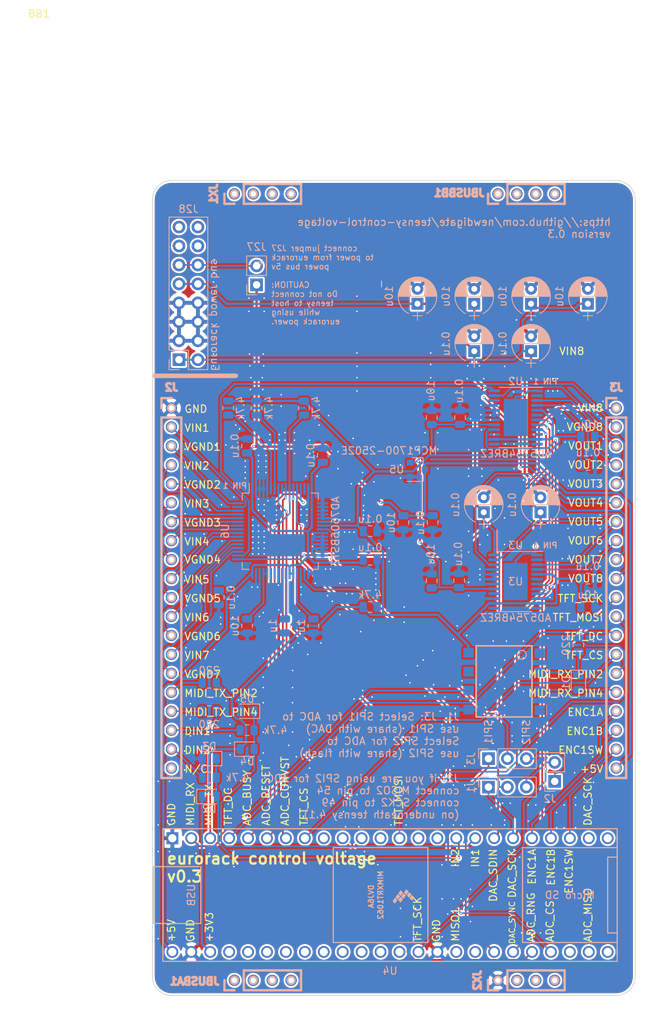
<source format=kicad_pcb>
(kicad_pcb (version 20171130) (host pcbnew "(5.1.6-0-10_14)")
  (layers (0 F.Cu signal) (31 B.Cu signal) (34 B.Paste user) (35 F.Paste user) (36 B.SilkS user) (37 F.SilkS user) (38 B.Mask user) (39 F.Mask user) (44 Edge.Cuts user))
  (net 0 "")
  (net 1 GND)
  (net 2 +3V3)
  (net 3 +12V)
  (net 4 +5V)
  (net 5 -12V)
  (net 6 /TFT_CS)
  (net 7 /TFT_DC)
  (net 8 /TFT_MOSI)
  (net 9 /TFT_SCK)
  (net 10 /DAC_SDIN)
  (net 11 /DAC_SCK)
  (net 12 /DAC_SYNC)
  (net 13 /ADC_MISO)
  (net 14 /ADC_CS)
  (net 15 /ADC_SCK)
  (net 16 /ADC_CONVST)
  (net 17 /ADC_BUSY)
  (net 18 /MIDI_TX)
  (net 19 /MIDI_RX)
  (net 20 "Net-(J27-Pad2)")
  (net 21 /DAC_REF2V5)
  (net 22 "Net-(C42-Pad2)")
  (net 23 "Net-(C43-Pad2)")
  (net 24 "Net-(C44-Pad2)")
  (net 25 /MIDI_RX_PIN4)
  (net 26 "Net-(D1-Pad1)")
  (net 27 /MIDI_TX_PIN4)
  (net 28 /MIDI_TX_PIN2)
  (net 29 /VGND7)
  (net 30 /VIN7)
  (net 31 /VGND6)
  (net 32 /VIN6)
  (net 33 /VGND5)
  (net 34 /VIN5)
  (net 35 /VGND4)
  (net 36 /VIN4)
  (net 37 /VGND3)
  (net 38 /VIN3)
  (net 39 /VGND2)
  (net 40 /VIN2)
  (net 41 /VGND1)
  (net 42 /VIN1)
  (net 43 /MIDI_RX_PIN2)
  (net 44 /VOUT8)
  (net 45 /VOUT7)
  (net 46 /VOUT6)
  (net 47 /VOUT5)
  (net 48 /VOUT4)
  (net 49 /VOUT3)
  (net 50 /VOUT2)
  (net 51 /VOUT1)
  (net 52 /VGND8)
  (net 53 /VIN8)
  (net 54 "Net-(R5-Pad2)")
  (net 55 "Net-(R6-Pad2)")
  (net 56 "Net-(R7-Pad2)")
  (net 57 "Net-(U2-Pad16)")
  (net 58 /IN2)
  (net 59 /DIN2)
  (net 60 /DIN1)
  (net 61 /IN1)
  (net 62 /ENC1SW)
  (net 63 /ENC1B)
  (net 64 /ENC1A)
  (net 65 /ADC_RESET)
  (net 66 /SCK2)
  (net 67 /MISO2)
  (net 68 /MISO1)
  (net 69 /ADC_RANGE)
  (net 70 "Net-(BB1-Pad56)")
  (net 71 "Net-(BB1-Pad55)")
  (net 72 "Net-(BB1-Pad54)")
  (net 73 "Net-(BB1-Pad53)")
  (net 74 "Net-(BB1-Pad43)")
  (net 75 "Net-(BB1-Pad42)")
  (net 76 "Net-(BB1-Pad41)")
  (net 77 "Net-(BB1-Pad20)")
  (net 78 "Net-(J28-Pad16)")
  (net 79 "Net-(J28-Pad15)")
  (net 80 "Net-(J28-Pad14)")
  (net 81 "Net-(J28-Pad13)")
  (net 82 "Net-(U2-Pad13)")
  (net 83 "Net-(U2-Pad12)")
  (net 84 "Net-(U2-Pad6)")
  (net 85 "Net-(U2-Pad2)")
  (net 86 "Net-(U3-Pad16)")
  (net 87 "Net-(U3-Pad13)")
  (net 88 "Net-(U3-Pad12)")
  (net 89 "Net-(U3-Pad6)")
  (net 90 "Net-(U3-Pad2)")
  (net 91 "Net-(U4-Pad15)")
  (net 92 "Net-(U4-Pad14)")
  (net 93 "Net-(U4-Pad23)")
  (net 94 "Net-(U4-Pad24)")
  (net 95 "Net-(U4-Pad25)")
  (net 96 "Net-(U4-Pad26)")
  (net 97 "Net-(U4-Pad27)")
  (net 98 "Net-(U4-Pad32)")
  (net 99 "Net-(U4-Pad33)")
  (net 100 "Net-(U4-Pad12)")
  (net 101 "Net-(U4-Pad11)")
  (net 102 "Net-(U4-Pad10)")
  (net 103 "Net-(U4-Pad9)")
  (net 104 "Net-(U4-Pad36)")
  (net 105 "Net-(U4-Pad37)")
  (net 106 "Net-(U4-Pad38)")
  (net 107 "Net-(U4-Pad39)")
  (net 108 "Net-(U4-Pad40)")
  (net 109 "Net-(U4-Pad41)")
  (net 110 "Net-(U4-Pad42)")
  (net 111 "Net-(U4-Pad43)")
  (net 112 "Net-(U4-Pad44)")
  (net 113 "Net-(U4-Pad45)")
  (net 114 "Net-(U6-Pad42)")
  (net 115 "Net-(U6-Pad15)")
  (net 116 "Net-(U7-Pad7)")
  (net 117 "Net-(U7-Pad4)")
  (net 118 "Net-(U7-Pad1)")
  (module Capacitors_THT:CP_Radial_D5.0mm_P2.00mm (layer B.Cu) (at 158.75 50.8 90)
    (fp_text reference C34 hide)
    (fp_text value 10u (at 1 -3.81 90) (layer B.SilkS) (effects (justify mirror)))
    (pad 1 thru_hole rect (at 0 0 90) (size 1.6 1.6) (drill 0.8) (layers *.Cu *.Mask) (net 5 -12V))
    (pad 2 thru_hole circle (at 2 0 90) (size 1.6 1.6) (drill 0.8) (layers *.Cu *.Mask) (net 1 GND))
  )
  (module Capacitors_THT:CP_Radial_D5.0mm_P2.00mm (layer B.Cu) (at 166.37 50.8 90)
    (fp_text reference C33 hide)
    (fp_text value 10u (at 1 -3.81 90) (layer B.SilkS) (effects (justify mirror)))
    (pad 1 thru_hole rect (at 0 0 90) (size 1.6 1.6) (drill 0.8) (layers *.Cu *.Mask) (net 5 -12V))
    (pad 2 thru_hole circle (at 2 0 90) (size 1.6 1.6) (drill 0.8) (layers *.Cu *.Mask) (net 1 GND))
  )
  (module Capacitors_THT:CP_Radial_D5.0mm_P2.00mm (layer B.Cu) (at 160.02 78.74 90)
    (fp_text reference C32 hide)
    (fp_text value 0.1u (at 1 -3.81 90) (layer B.SilkS) (effects (justify mirror)))
    (pad 1 thru_hole rect (at 0 0 90) (size 1.6 1.6) (drill 0.8) (layers *.Cu *.Mask) (net 5 -12V))
    (pad 2 thru_hole circle (at 2 0 90) (size 1.6 1.6) (drill 0.8) (layers *.Cu *.Mask) (net 1 GND))
  )
  (module Capacitors_THT:CP_Radial_D5.0mm_P2.00mm (layer B.Cu) (at 158.75 57.15 90)
    (fp_text reference C31 hide)
    (fp_text value 0.1u (at 1 -3.81 90) (layer B.SilkS) (effects (justify mirror)))
    (pad 1 thru_hole rect (at 0 0 90) (size 1.6 1.6) (drill 0.8) (layers *.Cu *.Mask) (net 5 -12V))
    (pad 2 thru_hole circle (at 2 0 90) (size 1.6 1.6) (drill 0.8) (layers *.Cu *.Mask) (net 1 GND))
  )
  (module Capacitors_THT:CP_Radial_D5.0mm_P2.00mm (layer B.Cu) (at 151.13 57.15 90)
    (fp_text reference C25 hide)
    (fp_text value 0.1u (at 1 -3.81 90) (layer B.SilkS) (effects (justify mirror)))
    (pad 1 thru_hole rect (at 0 0 90) (size 1.6 1.6) (drill 0.8) (layers *.Cu *.Mask) (net 3 +12V))
    (pad 2 thru_hole circle (at 2 0 90) (size 1.6 1.6) (drill 0.8) (layers *.Cu *.Mask) (net 1 GND))
  )
  (module Capacitors_THT:CP_Radial_D5.0mm_P2.00mm (layer B.Cu) (at 152.4 78.74 90)
    (fp_text reference C23 hide)
    (fp_text value 0.1u (at 1 -3.81 90) (layer B.SilkS) (effects (justify mirror)))
    (pad 1 thru_hole rect (at 0 0 90) (size 1.6 1.6) (drill 0.8) (layers *.Cu *.Mask) (net 3 +12V))
    (pad 2 thru_hole circle (at 2 0 90) (size 1.6 1.6) (drill 0.8) (layers *.Cu *.Mask) (net 1 GND))
  )
  (module Capacitors_THT:CP_Radial_D5.0mm_P2.00mm (layer B.Cu) (at 151.13 50.8 90)
    (fp_text reference C21 hide)
    (fp_text value 10u (at 1 -3.81 90) (layer B.SilkS) (effects (justify mirror)))
    (pad 1 thru_hole rect (at 0 0 90) (size 1.6 1.6) (drill 0.8) (layers *.Cu *.Mask) (net 3 +12V))
    (pad 2 thru_hole circle (at 2 0 90) (size 1.6 1.6) (drill 0.8) (layers *.Cu *.Mask) (net 1 GND))
  )
  (module Capacitors_THT:CP_Radial_D5.0mm_P2.00mm (layer B.Cu) (at 143.51 50.8 90)
    (fp_text reference C19 hide)
    (fp_text value 10u (at 1 -3.81 90) (layer B.SilkS) (effects (justify mirror)))
    (pad 1 thru_hole rect (at 0 0 90) (size 1.6 1.6) (drill 0.8) (layers *.Cu *.Mask) (net 3 +12V))
    (pad 2 thru_hole circle (at 2 0 90) (size 1.6 1.6) (drill 0.8) (layers *.Cu *.Mask) (net 1 GND))
  )
  (module footprints:TElite-breakout-board (layer F.Cu) (at 92.71 11.43)
    (fp_text reference BB1 (at 0 0.5) (layer F.SilkS))
    (fp_text value TEL-breakout)
    (pad 56 thru_hole circle (at 69.215 24.638) (size 1.524 1.524) (drill 0.762) (layers *.Cu *.Mask) (net 70 "Net-(BB1-Pad56)"))
    (pad 55 thru_hole circle (at 66.675 24.638) (size 1.524 1.524) (drill 0.762) (layers *.Cu *.Mask) (net 71 "Net-(BB1-Pad55)"))
    (pad 54 thru_hole circle (at 64.135 24.638) (size 1.524 1.524) (drill 0.762) (layers *.Cu *.Mask) (net 72 "Net-(BB1-Pad54)"))
    (pad 53 thru_hole circle (at 61.595 24.638) (size 1.524 1.524) (drill 0.762) (layers *.Cu *.Mask) (net 73 "Net-(BB1-Pad53)"))
    (pad 52 thru_hole circle (at 33.8455 24.638) (size 1.524 1.524) (drill 0.762) (layers *.Cu *.Mask))
    (pad 51 thru_hole circle (at 31.3055 24.638) (size 1.524 1.524) (drill 0.762) (layers *.Cu *.Mask))
    (pad 50 thru_hole circle (at 28.7655 24.638) (size 1.524 1.524) (drill 0.762) (layers *.Cu *.Mask))
    (pad 49 thru_hole circle (at 26.2255 24.638) (size 1.524 1.524) (drill 0.762) (layers *.Cu *.Mask))
    (pad 48 thru_hole circle (at 26.2255 130.048) (size 1.524 1.524) (drill 0.762) (layers *.Cu *.Mask))
    (pad 47 thru_hole circle (at 28.7655 130.048) (size 1.524 1.524) (drill 0.762) (layers *.Cu *.Mask))
    (pad 46 thru_hole circle (at 31.3055 130.048) (size 1.524 1.524) (drill 0.762) (layers *.Cu *.Mask))
    (pad 45 thru_hole circle (at 33.8455 130.048) (size 1.524 1.524) (drill 0.762) (layers *.Cu *.Mask))
    (pad 44 thru_hole circle (at 61.595 130.048) (size 1.524 1.524) (drill 0.762) (layers *.Cu *.Mask) (net 1 GND))
    (pad 43 thru_hole circle (at 64.135 130.048) (size 1.524 1.524) (drill 0.762) (layers *.Cu *.Mask) (net 74 "Net-(BB1-Pad43)"))
    (pad 42 thru_hole circle (at 66.675 130.048) (size 1.524 1.524) (drill 0.762) (layers *.Cu *.Mask) (net 75 "Net-(BB1-Pad42)"))
    (pad 41 thru_hole circle (at 69.215 130.048) (size 1.524 1.524) (drill 0.762) (layers *.Cu *.Mask) (net 76 "Net-(BB1-Pad41)"))
    (pad 40 thru_hole circle (at 77.47 101.6) (size 1.524 1.524) (drill 0.762) (layers *.Cu *.Mask) (net 4 +5V))
    (pad 39 thru_hole circle (at 77.47 99.06) (size 1.524 1.524) (drill 0.762) (layers *.Cu *.Mask) (net 62 /ENC1SW))
    (pad 38 thru_hole circle (at 77.47 96.52) (size 1.524 1.524) (drill 0.762) (layers *.Cu *.Mask) (net 63 /ENC1B))
    (pad 37 thru_hole circle (at 77.47 93.98) (size 1.524 1.524) (drill 0.762) (layers *.Cu *.Mask) (net 64 /ENC1A))
    (pad 36 thru_hole circle (at 77.47 91.44) (size 1.524 1.524) (drill 0.762) (layers *.Cu *.Mask) (net 25 /MIDI_RX_PIN4))
    (pad 35 thru_hole circle (at 77.47 88.9) (size 1.524 1.524) (drill 0.762) (layers *.Cu *.Mask) (net 43 /MIDI_RX_PIN2))
    (pad 34 thru_hole circle (at 77.47 86.36) (size 1.524 1.524) (drill 0.762) (layers *.Cu *.Mask) (net 6 /TFT_CS))
    (pad 33 thru_hole circle (at 77.47 83.82) (size 1.524 1.524) (drill 0.762) (layers *.Cu *.Mask) (net 7 /TFT_DC))
    (pad 32 thru_hole circle (at 77.47 81.28) (size 1.524 1.524) (drill 0.762) (layers *.Cu *.Mask) (net 8 /TFT_MOSI))
    (pad 31 thru_hole circle (at 77.47 78.74) (size 1.524 1.524) (drill 0.762) (layers *.Cu *.Mask) (net 9 /TFT_SCK))
    (pad 30 thru_hole circle (at 77.47 76.2) (size 1.524 1.524) (drill 0.762) (layers *.Cu *.Mask) (net 44 /VOUT8))
    (pad 29 thru_hole circle (at 77.47 73.66) (size 1.524 1.524) (drill 0.762) (layers *.Cu *.Mask) (net 45 /VOUT7))
    (pad 28 thru_hole circle (at 77.47 71.12) (size 1.524 1.524) (drill 0.762) (layers *.Cu *.Mask) (net 46 /VOUT6))
    (pad 27 thru_hole circle (at 77.47 68.58) (size 1.524 1.524) (drill 0.762) (layers *.Cu *.Mask) (net 47 /VOUT5))
    (pad 26 thru_hole circle (at 77.47 66.04) (size 1.524 1.524) (drill 0.762) (layers *.Cu *.Mask) (net 48 /VOUT4))
    (pad 25 thru_hole circle (at 77.47 63.5) (size 1.524 1.524) (drill 0.762) (layers *.Cu *.Mask) (net 49 /VOUT3))
    (pad 24 thru_hole circle (at 77.47 60.96) (size 1.524 1.524) (drill 0.762) (layers *.Cu *.Mask) (net 50 /VOUT2))
    (pad 23 thru_hole circle (at 77.47 58.42) (size 1.524 1.524) (drill 0.762) (layers *.Cu *.Mask) (net 51 /VOUT1))
    (pad 22 thru_hole circle (at 77.47 55.88) (size 1.524 1.524) (drill 0.762) (layers *.Cu *.Mask) (net 52 /VGND8))
    (pad 21 thru_hole circle (at 77.47 53.34) (size 1.524 1.524) (drill 0.762) (layers *.Cu *.Mask) (net 53 /VIN8))
    (pad 20 thru_hole circle (at 17.78 101.6) (size 1.524 1.524) (drill 0.762) (layers *.Cu *.Mask) (net 77 "Net-(BB1-Pad20)"))
    (pad 19 thru_hole circle (at 17.78 99.06) (size 1.524 1.524) (drill 0.762) (layers *.Cu *.Mask) (net 59 /DIN2))
    (pad 18 thru_hole circle (at 17.78 96.52) (size 1.524 1.524) (drill 0.762) (layers *.Cu *.Mask) (net 60 /DIN1))
    (pad 17 thru_hole circle (at 17.78 93.98) (size 1.524 1.524) (drill 0.762) (layers *.Cu *.Mask) (net 27 /MIDI_TX_PIN4))
    (pad 16 thru_hole circle (at 17.78 91.44) (size 1.524 1.524) (drill 0.762) (layers *.Cu *.Mask) (net 28 /MIDI_TX_PIN2))
    (pad 15 thru_hole circle (at 17.78 88.9) (size 1.524 1.524) (drill 0.762) (layers *.Cu *.Mask) (net 29 /VGND7))
    (pad 14 thru_hole circle (at 17.78 86.36) (size 1.524 1.524) (drill 0.762) (layers *.Cu *.Mask) (net 30 /VIN7))
    (pad 13 thru_hole circle (at 17.78 83.82) (size 1.524 1.524) (drill 0.762) (layers *.Cu *.Mask) (net 31 /VGND6))
    (pad 12 thru_hole circle (at 17.78 81.28) (size 1.524 1.524) (drill 0.762) (layers *.Cu *.Mask) (net 32 /VIN6))
    (pad 11 thru_hole circle (at 17.78 78.74) (size 1.524 1.524) (drill 0.762) (layers *.Cu *.Mask) (net 33 /VGND5))
    (pad 10 thru_hole circle (at 17.78 76.2) (size 1.524 1.524) (drill 0.762) (layers *.Cu *.Mask) (net 34 /VIN5))
    (pad 9 thru_hole circle (at 17.78 73.66) (size 1.524 1.524) (drill 0.762) (layers *.Cu *.Mask) (net 35 /VGND4))
    (pad 8 thru_hole circle (at 17.78 71.12) (size 1.524 1.524) (drill 0.762) (layers *.Cu *.Mask) (net 36 /VIN4))
    (pad 7 thru_hole circle (at 17.78 68.58) (size 1.524 1.524) (drill 0.762) (layers *.Cu *.Mask) (net 37 /VGND3))
    (pad 6 thru_hole circle (at 17.78 66.04) (size 1.524 1.524) (drill 0.762) (layers *.Cu *.Mask) (net 38 /VIN3))
    (pad 5 thru_hole circle (at 17.78 63.5) (size 1.524 1.524) (drill 0.762) (layers *.Cu *.Mask) (net 39 /VGND2))
    (pad 4 thru_hole circle (at 17.78 60.96) (size 1.524 1.524) (drill 0.762) (layers *.Cu *.Mask) (net 40 /VIN2))
    (pad 3 thru_hole circle (at 17.78 58.42) (size 1.524 1.524) (drill 0.762) (layers *.Cu *.Mask) (net 41 /VGND1))
    (pad 2 thru_hole circle (at 17.78 55.88) (size 1.524 1.524) (drill 0.762) (layers *.Cu *.Mask) (net 42 /VIN1))
    (pad 1 thru_hole circle (at 17.78 53.34) (size 1.524 1.524) (drill 0.762) (layers *.Cu *.Mask) (net 1 GND))
  )
  (module Pin_Headers:Pin_Header_Straight_1x03_Pitch2.54mm (layer B.Cu) (at 153.035 111.76 270)
    (fp_text reference J3 (at 0 2.33 270) (layer B.SilkS) (effects (justify mirror)))
    (fp_text value Conn_01x03 hide)
    (pad 1 thru_hole rect (at 0 0 270) (size 1.7 1.7) (drill 1) (layers *.Cu *.Mask) (net 68 /MISO1))
    (pad 2 thru_hole oval (at 0 -2.54 270) (size 1.7 1.7) (drill 1) (layers *.Cu *.Mask) (net 13 /ADC_MISO))
    (pad 3 thru_hole oval (at 0 -5.08 270) (size 1.7 1.7) (drill 1) (layers *.Cu *.Mask) (net 67 /MISO2))
  )
  (module Pin_Headers:Pin_Header_Straight_1x02_Pitch2.54mm (layer B.Cu) (at 161.925 114.808)
    (fp_text reference J2 (at -0.635 2.33) (layer B.SilkS) (effects (justify mirror)))
    (fp_text value Conn_01x02 hide)
    (pad 1 thru_hole rect (at 0 0) (size 1.7 1.7) (drill 1) (layers *.Cu *.Mask) (net 67 /MISO2))
    (pad 2 thru_hole oval (at 0 -2.54) (size 1.7 1.7) (drill 1) (layers *.Cu *.Mask) (net 66 /SCK2))
  )
  (module Pin_Headers:Pin_Header_Straight_1x03_Pitch2.54mm (layer B.Cu) (at 153.035 115.57 270)
    (fp_text reference J1 (at 0 2.33 270) (layer B.SilkS) (effects (justify mirror)))
    (fp_text value Conn_01x03 hide)
    (pad 1 thru_hole rect (at 0 0 270) (size 1.7 1.7) (drill 1) (layers *.Cu *.Mask) (net 11 /DAC_SCK))
    (pad 2 thru_hole oval (at 0 -2.54 270) (size 1.7 1.7) (drill 1) (layers *.Cu *.Mask) (net 15 /ADC_SCK))
    (pad 3 thru_hole oval (at 0 -5.08 270) (size 1.7 1.7) (drill 1) (layers *.Cu *.Mask) (net 66 /SCK2))
  )
  (module Resistor_SMD:R_0805_2012Metric (layer B.Cu) (at 120.65 107.95 180)
    (fp_text reference R4 hide)
    (fp_text value 4.7k (at -3.81 0) (layer B.SilkS) (effects (justify mirror)))
    (pad 2 smd roundrect (at 0.9375 0 180) (size 0.975 1.4) (layers B.Cu B.Paste B.Mask) (net 60 /DIN1))
    (pad 1 smd roundrect (at -0.9375 0 180) (size 0.975 1.4) (layers B.Cu B.Paste B.Mask) (net 61 /IN1))
  )
  (module Resistor_SMD:R_0805_2012Metric (layer B.Cu) (at 115.57 114.3 180)
    (fp_text reference R3 hide)
    (fp_text value 4.7k (at -3.81 0) (layer B.SilkS) (effects (justify mirror)))
    (pad 2 smd roundrect (at 0.9375 0 180) (size 0.975 1.4) (layers B.Cu B.Paste B.Mask) (net 59 /DIN2))
    (pad 1 smd roundrect (at -0.9375 0 180) (size 0.975 1.4) (layers B.Cu B.Paste B.Mask) (net 58 /IN2))
  )
  (module Diode_SMD:D_0805_2012Metric (layer B.Cu) (at 120.65 105.41 180)
    (fp_text reference D5 (at 0 1.65) (layer B.SilkS) (effects (justify mirror)))
    (fp_text value D)
    (pad 2 smd roundrect (at 0.9375 0 180) (size 0.975 1.4) (layers B.Cu B.Paste B.Mask) (net 1 GND))
    (pad 1 smd roundrect (at -0.9375 0 180) (size 0.975 1.4) (layers B.Cu B.Paste B.Mask) (net 61 /IN1))
  )
  (module Diode_SMD:D_0805_2012Metric (layer B.Cu) (at 120.65 110.49)
    (fp_text reference D4 (at 0 1.65) (layer B.SilkS) (effects (justify mirror)))
    (fp_text value D)
    (pad 2 smd roundrect (at 0.9375 0) (size 0.975 1.4) (layers B.Cu B.Paste B.Mask) (net 61 /IN1))
    (pad 1 smd roundrect (at -0.9375 0) (size 0.975 1.4) (layers B.Cu B.Paste B.Mask) (net 2 +3V3))
  )
  (module Diode_SMD:D_0805_2012Metric (layer B.Cu) (at 115.57 111.76 180)
    (fp_text reference D3 (at 0 1.65) (layer B.SilkS) (effects (justify mirror)))
    (fp_text value D)
    (pad 2 smd roundrect (at 0.9375 0 180) (size 0.975 1.4) (layers B.Cu B.Paste B.Mask) (net 1 GND))
    (pad 1 smd roundrect (at -0.9375 0 180) (size 0.975 1.4) (layers B.Cu B.Paste B.Mask) (net 58 /IN2))
  )
  (module Diode_SMD:D_0805_2012Metric (layer B.Cu) (at 115.57 116.84)
    (fp_text reference D2 (at 0 1.65) (layer B.SilkS) (effects (justify mirror)))
    (fp_text value D)
    (pad 2 smd roundrect (at 0.9375 0) (size 0.975 1.4) (layers B.Cu B.Paste B.Mask) (net 58 /IN2))
    (pad 1 smd roundrect (at -0.9375 0) (size 0.975 1.4) (layers B.Cu B.Paste B.Mask) (net 2 +3V3))
  )
  (module footprints:6N138S (layer B.Cu) (at 154.94 101.6 270)
    (fp_text reference U7 hide)
    (fp_text value 6N138 hide)
    (pad 8 smd rect (at -4.03 4.58 270) (size 1.3 1.4) (layers B.Cu B.Paste B.Mask) (net 2 +3V3))
    (pad 7 smd rect (at -1.49 4.58 270) (size 1.3 1.4) (layers B.Cu B.Paste B.Mask) (net 116 "Net-(U7-Pad7)"))
    (pad 6 smd rect (at 1.05 4.58 270) (size 1.3 1.4) (layers B.Cu B.Paste B.Mask) (net 19 /MIDI_RX))
    (pad 5 smd rect (at 3.59 4.58 270) (size 1.3 1.4) (layers B.Cu B.Paste B.Mask) (net 1 GND))
    (pad 4 smd rect (at 3.66 -4.96 270) (size 1.3 1.4) (layers B.Cu B.Paste B.Mask) (net 117 "Net-(U7-Pad4)"))
    (pad 3 smd rect (at 1.12 -4.96 270) (size 1.3 1.4) (layers B.Cu B.Paste B.Mask) (net 25 /MIDI_RX_PIN4))
    (pad 2 smd rect (at -1.42 -4.96 270) (size 1.3 1.4) (layers B.Cu B.Paste B.Mask) (net 26 "Net-(D1-Pad1)"))
    (pad 1 smd rect (at -3.96 -4.96 270) (size 1.3 1.4) (layers B.Cu B.Paste B.Mask) (net 118 "Net-(U7-Pad1)"))
  )
  (module Package_QFP:LQFP-64_10x10mm_P0.5mm (layer B.Cu) (at 125.095 81.28 270)
    (fp_text reference U6 (at 0 7.4 270) (layer B.SilkS) (effects (justify mirror)))
    (fp_text value AD7606BSTZ (at 0 -7.4 270) (layer B.SilkS) (effects (justify mirror)))
    (pad 64 smd roundrect (at -3.75 5.675 270) (size 0.3 1.55) (layers B.Cu B.Paste B.Mask) (net 41 /VGND1))
    (pad 63 smd roundrect (at -3.25 5.675 270) (size 0.3 1.55) (layers B.Cu B.Paste B.Mask) (net 42 /VIN1))
    (pad 62 smd roundrect (at -2.75 5.675 270) (size 0.3 1.55) (layers B.Cu B.Paste B.Mask) (net 39 /VGND2))
    (pad 61 smd roundrect (at -2.25 5.675 270) (size 0.3 1.55) (layers B.Cu B.Paste B.Mask) (net 40 /VIN2))
    (pad 60 smd roundrect (at -1.75 5.675 270) (size 0.3 1.55) (layers B.Cu B.Paste B.Mask) (net 37 /VGND3))
    (pad 59 smd roundrect (at -1.25 5.675 270) (size 0.3 1.55) (layers B.Cu B.Paste B.Mask) (net 38 /VIN3))
    (pad 58 smd roundrect (at -0.75 5.675 270) (size 0.3 1.55) (layers B.Cu B.Paste B.Mask) (net 35 /VGND4))
    (pad 57 smd roundrect (at -0.25 5.675 270) (size 0.3 1.55) (layers B.Cu B.Paste B.Mask) (net 36 /VIN4))
    (pad 56 smd roundrect (at 0.25 5.675 270) (size 0.3 1.55) (layers B.Cu B.Paste B.Mask) (net 33 /VGND5))
    (pad 55 smd roundrect (at 0.75 5.675 270) (size 0.3 1.55) (layers B.Cu B.Paste B.Mask) (net 34 /VIN5))
    (pad 54 smd roundrect (at 1.25 5.675 270) (size 0.3 1.55) (layers B.Cu B.Paste B.Mask) (net 31 /VGND6))
    (pad 53 smd roundrect (at 1.75 5.675 270) (size 0.3 1.55) (layers B.Cu B.Paste B.Mask) (net 32 /VIN6))
    (pad 52 smd roundrect (at 2.25 5.675 270) (size 0.3 1.55) (layers B.Cu B.Paste B.Mask) (net 29 /VGND7))
    (pad 51 smd roundrect (at 2.75 5.675 270) (size 0.3 1.55) (layers B.Cu B.Paste B.Mask) (net 30 /VIN7))
    (pad 50 smd roundrect (at 3.25 5.675 270) (size 0.3 1.55) (layers B.Cu B.Paste B.Mask) (net 52 /VGND8))
    (pad 49 smd roundrect (at 3.75 5.675 270) (size 0.3 1.55) (layers B.Cu B.Paste B.Mask) (net 53 /VIN8))
    (pad 48 smd roundrect (at 5.675 3.75 270) (size 1.55 0.3) (layers B.Cu B.Paste B.Mask) (net 4 +5V))
    (pad 47 smd roundrect (at 5.675 3.25 270) (size 1.55 0.3) (layers B.Cu B.Paste B.Mask) (net 1 GND))
    (pad 46 smd roundrect (at 5.675 2.75 270) (size 1.55 0.3) (layers B.Cu B.Paste B.Mask) (net 1 GND))
    (pad 45 smd roundrect (at 5.675 2.25 270) (size 1.55 0.3) (layers B.Cu B.Paste B.Mask) (net 22 "Net-(C42-Pad2)"))
    (pad 44 smd roundrect (at 5.675 1.75 270) (size 1.55 0.3) (layers B.Cu B.Paste B.Mask) (net 22 "Net-(C42-Pad2)"))
    (pad 43 smd roundrect (at 5.675 1.25 270) (size 1.55 0.3) (layers B.Cu B.Paste B.Mask) (net 1 GND))
    (pad 42 smd roundrect (at 5.675 0.75 270) (size 1.55 0.3) (layers B.Cu B.Paste B.Mask) (net 114 "Net-(U6-Pad42)"))
    (pad 41 smd roundrect (at 5.675 0.25 270) (size 1.55 0.3) (layers B.Cu B.Paste B.Mask) (net 1 GND))
    (pad 40 smd roundrect (at 5.675 -0.25 270) (size 1.55 0.3) (layers B.Cu B.Paste B.Mask) (net 1 GND))
    (pad 39 smd roundrect (at 5.675 -0.75 270) (size 1.55 0.3) (layers B.Cu B.Paste B.Mask) (net 23 "Net-(C43-Pad2)"))
    (pad 38 smd roundrect (at 5.675 -1.25 270) (size 1.55 0.3) (layers B.Cu B.Paste B.Mask) (net 4 +5V))
    (pad 37 smd roundrect (at 5.675 -1.75 270) (size 1.55 0.3) (layers B.Cu B.Paste B.Mask) (net 4 +5V))
    (pad 36 smd roundrect (at 5.675 -2.25 270) (size 1.55 0.3) (layers B.Cu B.Paste B.Mask) (net 24 "Net-(C44-Pad2)"))
    (pad 35 smd roundrect (at 5.675 -2.75 270) (size 1.55 0.3) (layers B.Cu B.Paste B.Mask) (net 1 GND))
    (pad 34 smd roundrect (at 5.675 -3.25 270) (size 1.55 0.3) (layers B.Cu B.Paste B.Mask) (net 56 "Net-(R7-Pad2)"))
    (pad 33 smd roundrect (at 5.675 -3.75 270) (size 1.55 0.3) (layers B.Cu B.Paste B.Mask) (net 1 GND))
    (pad 32 smd roundrect (at 3.75 -5.675 270) (size 0.3 1.55) (layers B.Cu B.Paste B.Mask) (net 1 GND))
    (pad 31 smd roundrect (at 3.25 -5.675 270) (size 0.3 1.55) (layers B.Cu B.Paste B.Mask) (net 1 GND))
    (pad 30 smd roundrect (at 2.75 -5.675 270) (size 0.3 1.55) (layers B.Cu B.Paste B.Mask) (net 1 GND))
    (pad 29 smd roundrect (at 2.25 -5.675 270) (size 0.3 1.55) (layers B.Cu B.Paste B.Mask) (net 1 GND))
    (pad 28 smd roundrect (at 1.75 -5.675 270) (size 0.3 1.55) (layers B.Cu B.Paste B.Mask) (net 1 GND))
    (pad 27 smd roundrect (at 1.25 -5.675 270) (size 0.3 1.55) (layers B.Cu B.Paste B.Mask) (net 1 GND))
    (pad 26 smd roundrect (at 0.75 -5.675 270) (size 0.3 1.55) (layers B.Cu B.Paste B.Mask) (net 1 GND))
    (pad 25 smd roundrect (at 0.25 -5.675 270) (size 0.3 1.55) (layers B.Cu B.Paste B.Mask) (net 1 GND))
    (pad 24 smd roundrect (at -0.25 -5.675 270) (size 0.3 1.55) (layers B.Cu B.Paste B.Mask) (net 13 /ADC_MISO))
    (pad 23 smd roundrect (at -0.75 -5.675 270) (size 0.3 1.55) (layers B.Cu B.Paste B.Mask) (net 2 +3V3))
    (pad 22 smd roundrect (at -1.25 -5.675 270) (size 0.3 1.55) (layers B.Cu B.Paste B.Mask) (net 1 GND))
    (pad 21 smd roundrect (at -1.75 -5.675 270) (size 0.3 1.55) (layers B.Cu B.Paste B.Mask) (net 1 GND))
    (pad 20 smd roundrect (at -2.25 -5.675 270) (size 0.3 1.55) (layers B.Cu B.Paste B.Mask) (net 1 GND))
    (pad 19 smd roundrect (at -2.75 -5.675 270) (size 0.3 1.55) (layers B.Cu B.Paste B.Mask) (net 1 GND))
    (pad 18 smd roundrect (at -3.25 -5.675 270) (size 0.3 1.55) (layers B.Cu B.Paste B.Mask) (net 1 GND))
    (pad 17 smd roundrect (at -3.75 -5.675 270) (size 0.3 1.55) (layers B.Cu B.Paste B.Mask) (net 1 GND))
    (pad 16 smd roundrect (at -5.675 -3.75 270) (size 1.55 0.3) (layers B.Cu B.Paste B.Mask) (net 1 GND))
    (pad 15 smd roundrect (at -5.675 -3.25 270) (size 1.55 0.3) (layers B.Cu B.Paste B.Mask) (net 115 "Net-(U6-Pad15)"))
    (pad 14 smd roundrect (at -5.675 -2.75 270) (size 1.55 0.3) (layers B.Cu B.Paste B.Mask) (net 17 /ADC_BUSY))
    (pad 13 smd roundrect (at -5.675 -2.25 270) (size 1.55 0.3) (layers B.Cu B.Paste B.Mask) (net 14 /ADC_CS))
    (pad 12 smd roundrect (at -5.675 -1.75 270) (size 1.55 0.3) (layers B.Cu B.Paste B.Mask) (net 15 /ADC_SCK))
    (pad 11 smd roundrect (at -5.675 -1.25 270) (size 1.55 0.3) (layers B.Cu B.Paste B.Mask) (net 65 /ADC_RESET))
    (pad 10 smd roundrect (at -5.675 -0.75 270) (size 1.55 0.3) (layers B.Cu B.Paste B.Mask) (net 16 /ADC_CONVST))
    (pad 9 smd roundrect (at -5.675 -0.25 270) (size 1.55 0.3) (layers B.Cu B.Paste B.Mask) (net 16 /ADC_CONVST))
    (pad 8 smd roundrect (at -5.675 0.25 270) (size 1.55 0.3) (layers B.Cu B.Paste B.Mask) (net 69 /ADC_RANGE))
    (pad 7 smd roundrect (at -5.675 0.75 270) (size 1.55 0.3) (layers B.Cu B.Paste B.Mask) (net 55 "Net-(R6-Pad2)"))
    (pad 6 smd roundrect (at -5.675 1.25 270) (size 1.55 0.3) (layers B.Cu B.Paste B.Mask) (net 54 "Net-(R5-Pad2)"))
    (pad 5 smd roundrect (at -5.675 1.75 270) (size 1.55 0.3) (layers B.Cu B.Paste B.Mask) (net 1 GND))
    (pad 4 smd roundrect (at -5.675 2.25 270) (size 1.55 0.3) (layers B.Cu B.Paste B.Mask) (net 1 GND))
    (pad 3 smd roundrect (at -5.675 2.75 270) (size 1.55 0.3) (layers B.Cu B.Paste B.Mask) (net 1 GND))
    (pad 2 smd roundrect (at -5.675 3.25 270) (size 1.55 0.3) (layers B.Cu B.Paste B.Mask) (net 1 GND))
    (pad 1 smd roundrect (at -5.675 3.75 270) (size 1.55 0.3) (layers B.Cu B.Paste B.Mask) (net 4 +5V))
  )
  (module Package_TO_SOT_SMD:SOT-23 (layer B.Cu) (at 143.51 73.025)
    (fp_text reference U5 (at -2.794 0) (layer B.SilkS) (effects (justify mirror)))
    (fp_text value MCP1700-2502E (at -3.81 -2.54) (layer B.SilkS) (effects (justify mirror)))
    (pad 3 smd rect (at 1 0) (size 0.9 0.8) (layers B.Cu B.Paste B.Mask) (net 4 +5V))
    (pad 2 smd rect (at -1 -0.95) (size 0.9 0.8) (layers B.Cu B.Paste B.Mask) (net 21 /DAC_REF2V5))
    (pad 1 smd rect (at -1 0.95) (size 0.9 0.8) (layers B.Cu B.Paste B.Mask) (net 1 GND))
  )
  (module Package_SO:HTSSOP-24-1EP_4.4x7.8mm_P0.65mm_EP3.2x5mm (layer B.Cu) (at 156.68 88.03 180)
    (fp_text reference U3 (at 0 4.85) (layer B.SilkS) (effects (justify mirror)))
    (fp_text value AD5754BREZ (at 0 -4.85) (layer B.SilkS) (effects (justify mirror)))
    (fp_text user %R (at 0 0) (layer B.SilkS) (effects (justify mirror)))
    (pad 25 smd rect (at 0 0 180) (size 3.2 5) (layers B.Cu B.Mask) (net 5 -12V))
    (pad 24 smd roundrect (at 2.875 3.575 180) (size 1.55 0.4) (layers B.Cu B.Paste B.Mask) (net 3 +12V))
    (pad 23 smd roundrect (at 2.875 2.925 180) (size 1.55 0.4) (layers B.Cu B.Paste B.Mask) (net 45 /VOUT7))
    (pad 22 smd roundrect (at 2.875 2.275 180) (size 1.55 0.4) (layers B.Cu B.Paste B.Mask) (net 44 /VOUT8))
    (pad 21 smd roundrect (at 2.875 1.625 180) (size 1.55 0.4) (layers B.Cu B.Paste B.Mask) (net 1 GND))
    (pad 20 smd roundrect (at 2.875 0.975 180) (size 1.55 0.4) (layers B.Cu B.Paste B.Mask) (net 1 GND))
    (pad 19 smd roundrect (at 2.875 0.325 180) (size 1.55 0.4) (layers B.Cu B.Paste B.Mask) (net 1 GND))
    (pad 18 smd roundrect (at 2.875 -0.325 180) (size 1.55 0.4) (layers B.Cu B.Paste B.Mask) (net 1 GND))
    (pad 17 smd roundrect (at 2.875 -0.975 180) (size 1.55 0.4) (layers B.Cu B.Paste B.Mask) (net 21 /DAC_REF2V5))
    (pad 16 smd roundrect (at 2.875 -1.625 180) (size 1.55 0.4) (layers B.Cu B.Paste B.Mask) (net 86 "Net-(U3-Pad16)"))
    (pad 15 smd roundrect (at 2.875 -2.275 180) (size 1.55 0.4) (layers B.Cu B.Paste B.Mask) (net 1 GND))
    (pad 14 smd roundrect (at 2.875 -2.925 180) (size 1.55 0.4) (layers B.Cu B.Paste B.Mask) (net 2 +3V3))
    (pad 13 smd roundrect (at 2.875 -3.575 180) (size 1.55 0.4) (layers B.Cu B.Paste B.Mask) (net 87 "Net-(U3-Pad13)"))
    (pad 12 smd roundrect (at -2.875 -3.575 180) (size 1.55 0.4) (layers B.Cu B.Paste B.Mask) (net 88 "Net-(U3-Pad12)"))
    (pad 11 smd roundrect (at -2.875 -2.925 180) (size 1.55 0.4) (layers B.Cu B.Paste B.Mask) (net 2 +3V3))
    (pad 10 smd roundrect (at -2.875 -2.275 180) (size 1.55 0.4) (layers B.Cu B.Paste B.Mask) (net 1 GND))
    (pad 9 smd roundrect (at -2.875 -1.625 180) (size 1.55 0.4) (layers B.Cu B.Paste B.Mask) (net 57 "Net-(U2-Pad16)"))
    (pad 8 smd roundrect (at -2.875 -0.975 180) (size 1.55 0.4) (layers B.Cu B.Paste B.Mask) (net 11 /DAC_SCK))
    (pad 7 smd roundrect (at -2.875 -0.325 180) (size 1.55 0.4) (layers B.Cu B.Paste B.Mask) (net 12 /DAC_SYNC))
    (pad 6 smd roundrect (at -2.875 0.325 180) (size 1.55 0.4) (layers B.Cu B.Paste B.Mask) (net 89 "Net-(U3-Pad6)"))
    (pad 5 smd roundrect (at -2.875 0.975 180) (size 1.55 0.4) (layers B.Cu B.Paste B.Mask) (net 2 +3V3))
    (pad 4 smd roundrect (at -2.875 1.625 180) (size 1.55 0.4) (layers B.Cu B.Paste B.Mask) (net 46 /VOUT6))
    (pad 3 smd roundrect (at -2.875 2.275 180) (size 1.55 0.4) (layers B.Cu B.Paste B.Mask) (net 47 /VOUT5))
    (pad 2 smd roundrect (at -2.875 2.925 180) (size 1.55 0.4) (layers B.Cu B.Paste B.Mask) (net 90 "Net-(U3-Pad2)"))
    (pad 1 smd roundrect (at -2.875 3.575 180) (size 1.55 0.4) (layers B.Cu B.Paste B.Mask) (net 5 -12V))
  )
  (module Package_SO:HTSSOP-24-1EP_4.4x7.8mm_P0.65mm_EP3.2x5mm (layer B.Cu) (at 156.68 66.04 180)
    (fp_text reference U2 (at 0 4.85) (layer B.SilkS) (effects (justify mirror)))
    (fp_text value AD5754BREZ (at 0 -4.85) (layer B.SilkS) (effects (justify mirror)))
    (pad 25 smd rect (at 0 0 180) (size 3.2 5) (layers B.Cu B.Mask) (net 5 -12V))
    (pad 24 smd roundrect (at 2.875 3.575 180) (size 1.55 0.4) (layers B.Cu B.Paste B.Mask) (net 3 +12V))
    (pad 23 smd roundrect (at 2.875 2.925 180) (size 1.55 0.4) (layers B.Cu B.Paste B.Mask) (net 49 /VOUT3))
    (pad 22 smd roundrect (at 2.875 2.275 180) (size 1.55 0.4) (layers B.Cu B.Paste B.Mask) (net 48 /VOUT4))
    (pad 21 smd roundrect (at 2.875 1.625 180) (size 1.55 0.4) (layers B.Cu B.Paste B.Mask) (net 1 GND))
    (pad 20 smd roundrect (at 2.875 0.975 180) (size 1.55 0.4) (layers B.Cu B.Paste B.Mask) (net 1 GND))
    (pad 19 smd roundrect (at 2.875 0.325 180) (size 1.55 0.4) (layers B.Cu B.Paste B.Mask) (net 1 GND))
    (pad 18 smd roundrect (at 2.875 -0.325 180) (size 1.55 0.4) (layers B.Cu B.Paste B.Mask) (net 1 GND))
    (pad 17 smd roundrect (at 2.875 -0.975 180) (size 1.55 0.4) (layers B.Cu B.Paste B.Mask) (net 21 /DAC_REF2V5))
    (pad 16 smd roundrect (at 2.875 -1.625 180) (size 1.55 0.4) (layers B.Cu B.Paste B.Mask) (net 57 "Net-(U2-Pad16)"))
    (pad 15 smd roundrect (at 2.875 -2.275 180) (size 1.55 0.4) (layers B.Cu B.Paste B.Mask) (net 1 GND))
    (pad 14 smd roundrect (at 2.875 -2.925 180) (size 1.55 0.4) (layers B.Cu B.Paste B.Mask) (net 2 +3V3))
    (pad 13 smd roundrect (at 2.875 -3.575 180) (size 1.55 0.4) (layers B.Cu B.Paste B.Mask) (net 82 "Net-(U2-Pad13)"))
    (pad 12 smd roundrect (at -2.875 -3.575 180) (size 1.55 0.4) (layers B.Cu B.Paste B.Mask) (net 83 "Net-(U2-Pad12)"))
    (pad 11 smd roundrect (at -2.875 -2.925 180) (size 1.55 0.4) (layers B.Cu B.Paste B.Mask) (net 2 +3V3))
    (pad 10 smd roundrect (at -2.875 -2.275 180) (size 1.55 0.4) (layers B.Cu B.Paste B.Mask) (net 1 GND))
    (pad 9 smd roundrect (at -2.875 -1.625 180) (size 1.55 0.4) (layers B.Cu B.Paste B.Mask) (net 10 /DAC_SDIN))
    (pad 8 smd roundrect (at -2.875 -0.975 180) (size 1.55 0.4) (layers B.Cu B.Paste B.Mask) (net 11 /DAC_SCK))
    (pad 7 smd roundrect (at -2.875 -0.325 180) (size 1.55 0.4) (layers B.Cu B.Paste B.Mask) (net 12 /DAC_SYNC))
    (pad 6 smd roundrect (at -2.875 0.325 180) (size 1.55 0.4) (layers B.Cu B.Paste B.Mask) (net 84 "Net-(U2-Pad6)"))
    (pad 5 smd roundrect (at -2.875 0.975 180) (size 1.55 0.4) (layers B.Cu B.Paste B.Mask) (net 2 +3V3))
    (pad 4 smd roundrect (at -2.875 1.625 180) (size 1.55 0.4) (layers B.Cu B.Paste B.Mask) (net 50 /VOUT2))
    (pad 3 smd roundrect (at -2.875 2.275 180) (size 1.55 0.4) (layers B.Cu B.Paste B.Mask) (net 51 /VOUT1))
    (pad 2 smd roundrect (at -2.875 2.925 180) (size 1.55 0.4) (layers B.Cu B.Paste B.Mask) (net 85 "Net-(U2-Pad2)"))
    (pad 1 smd roundrect (at -2.875 3.575 180) (size 1.55 0.4) (layers B.Cu B.Paste B.Mask) (net 5 -12V))
  )
  (module Resistor_SMD:R_0805_2012Metric (layer B.Cu) (at 115.57 101.6)
    (fp_text reference R38 hide)
    (fp_text value 220 (at 0 -1.65) (layer B.SilkS) (effects (justify mirror)))
    (pad 2 smd roundrect (at 0.9375 0) (size 0.975 1.4) (layers B.Cu B.Paste B.Mask) (net 2 +3V3))
    (pad 1 smd roundrect (at -0.9375 0) (size 0.975 1.4) (layers B.Cu B.Paste B.Mask) (net 28 /MIDI_TX_PIN2))
  )
  (module Resistor_SMD:R_0805_2012Metric (layer B.Cu) (at 165.1 96.52 90)
    (fp_text reference R37 hide)
    (fp_text value 220 (at 0 -1.65 90) (layer B.SilkS) (effects (justify mirror)))
    (pad 2 smd roundrect (at 0.9375 0 90) (size 0.975 1.4) (layers B.Cu B.Paste B.Mask) (net 43 /MIDI_RX_PIN2))
    (pad 1 smd roundrect (at -0.9375 0 90) (size 0.975 1.4) (layers B.Cu B.Paste B.Mask) (net 26 "Net-(D1-Pad1)"))
  )
  (module Resistor_SMD:R_0805_2012Metric (layer B.Cu) (at 115.57 105.41 180)
    (fp_text reference R36 hide)
    (fp_text value 220 (at 0 -1.778) (layer B.SilkS) (effects (justify mirror)))
    (pad 2 smd roundrect (at 0.9375 0 180) (size 0.975 1.4) (layers B.Cu B.Paste B.Mask) (net 27 /MIDI_TX_PIN4))
    (pad 1 smd roundrect (at -0.9375 0 180) (size 0.975 1.4) (layers B.Cu B.Paste B.Mask) (net 18 /MIDI_TX))
  )
  (module Resistor_SMD:R_0805_2012Metric (layer B.Cu) (at 137.16 91.44)
    (fp_text reference R7 hide)
    (fp_text value 4.7k (at 0 -1.65) (layer B.SilkS) (effects (justify mirror)))
    (pad 2 smd roundrect (at 0.9375 0) (size 0.975 1.4) (layers B.Cu B.Paste B.Mask) (net 56 "Net-(R7-Pad2)"))
    (pad 1 smd roundrect (at -0.9375 0) (size 0.975 1.4) (layers B.Cu B.Paste B.Mask) (net 2 +3V3))
  )
  (module Resistor_SMD:R_0805_2012Metric (layer B.Cu) (at 121.92 64.77 270)
    (fp_text reference R6 hide)
    (fp_text value 4.7k (at 0 -1.65 90) (layer B.SilkS) (effects (justify mirror)))
    (pad 2 smd roundrect (at 0.9375 0 270) (size 0.975 1.4) (layers B.Cu B.Paste B.Mask) (net 55 "Net-(R6-Pad2)"))
    (pad 1 smd roundrect (at -0.9375 0 270) (size 0.975 1.4) (layers B.Cu B.Paste B.Mask) (net 2 +3V3))
  )
  (module Resistor_SMD:R_0805_2012Metric (layer B.Cu) (at 118.11 64.77 270)
    (fp_text reference R5 hide)
    (fp_text value 4.7k (at 0 -1.65 90) (layer B.SilkS) (effects (justify mirror)))
    (pad 2 smd roundrect (at 0.9375 0 270) (size 0.975 1.4) (layers B.Cu B.Paste B.Mask) (net 54 "Net-(R5-Pad2)"))
    (pad 1 smd roundrect (at -0.9375 0 270) (size 0.975 1.4) (layers B.Cu B.Paste B.Mask) (net 2 +3V3))
  )
  (module Resistor_SMD:R_0805_2012Metric (layer B.Cu) (at 128.27 64.77 270)
    (fp_text reference R1 hide)
    (fp_text value 4.7k (at 0 -1.65 90) (layer B.SilkS) (effects (justify mirror)))
    (pad 2 smd roundrect (at 0.9375 0 270) (size 0.975 1.4) (layers B.Cu B.Paste B.Mask) (net 65 /ADC_RESET))
    (pad 1 smd roundrect (at -0.9375 0 270) (size 0.975 1.4) (layers B.Cu B.Paste B.Mask) (net 2 +3V3))
  )
  (module Diode_SMD:D_0805_2012Metric (layer B.Cu) (at 165.1 101.6 270)
    (fp_text reference D1 (at 0 1.65 90) (layer B.SilkS) (effects (justify mirror)))
    (fp_text value D)
    (pad 2 smd roundrect (at 0.9375 0 270) (size 0.975 1.4) (layers B.Cu B.Paste B.Mask) (net 25 /MIDI_RX_PIN4))
    (pad 1 smd roundrect (at -0.9375 0 270) (size 0.975 1.4) (layers B.Cu B.Paste B.Mask) (net 26 "Net-(D1-Pad1)"))
  )
  (module Capacitor_SMD:C_0805_2012Metric (layer B.Cu) (at 129.54 93.98 90)
    (fp_text reference C44 hide)
    (fp_text value 1u (at 0 -1.65 90) (layer B.SilkS) (effects (justify mirror)))
    (pad 2 smd roundrect (at 0.9375 0 90) (size 0.975 1.4) (layers B.Cu B.Paste B.Mask) (net 24 "Net-(C44-Pad2)"))
    (pad 1 smd roundrect (at -0.9375 0 90) (size 0.975 1.4) (layers B.Cu B.Paste B.Mask) (net 1 GND))
  )
  (module Capacitor_SMD:C_0805_2012Metric (layer B.Cu) (at 125.73 93.98 90)
    (fp_text reference C43 hide)
    (fp_text value 1u (at 0 -1.65 90) (layer B.SilkS) (effects (justify mirror)))
    (pad 2 smd roundrect (at 0.9375 0 90) (size 0.975 1.4) (layers B.Cu B.Paste B.Mask) (net 23 "Net-(C43-Pad2)"))
    (pad 1 smd roundrect (at -0.9375 0 90) (size 0.975 1.4) (layers B.Cu B.Paste B.Mask) (net 1 GND))
  )
  (module Capacitor_SMD:C_0805_2012Metric (layer B.Cu) (at 120.65 93.98 90)
    (fp_text reference C42 hide)
    (fp_text value 10u (at 0 -1.65 90) (layer B.SilkS) (effects (justify mirror)))
    (pad 2 smd roundrect (at 0.9375 0 90) (size 0.975 1.4) (layers B.Cu B.Paste B.Mask) (net 22 "Net-(C42-Pad2)"))
    (pad 1 smd roundrect (at -0.9375 0 90) (size 0.975 1.4) (layers B.Cu B.Paste B.Mask) (net 1 GND))
  )
  (module Capacitor_SMD:C_0805_2012Metric (layer B.Cu) (at 120.65 69.85 90)
    (fp_text reference C41 hide)
    (fp_text value 0.1u (at 0 -1.65 90) (layer B.SilkS) (effects (justify mirror)))
    (pad 2 smd roundrect (at 0.9375 0 90) (size 0.975 1.4) (layers B.Cu B.Paste B.Mask) (net 1 GND))
    (pad 1 smd roundrect (at -0.9375 0 90) (size 0.975 1.4) (layers B.Cu B.Paste B.Mask) (net 4 +5V))
  )
  (module Capacitor_SMD:C_0805_2012Metric (layer B.Cu) (at 130.81 71.12 90)
    (fp_text reference C40 hide)
    (fp_text value 0.1u (at 0 -1.65 90) (layer B.SilkS) (effects (justify mirror)))
    (pad 2 smd roundrect (at 0.9375 0 90) (size 0.975 1.4) (layers B.Cu B.Paste B.Mask) (net 1 GND))
    (pad 1 smd roundrect (at -0.9375 0 90) (size 0.975 1.4) (layers B.Cu B.Paste B.Mask) (net 4 +5V))
  )
  (module Capacitor_SMD:C_0805_2012Metric (layer B.Cu) (at 149.098 87.884 90)
    (fp_text reference C39 hide)
    (fp_text value 0.1u (at 3.556 -0.126 90) (layer B.SilkS) (effects (justify mirror)))
    (pad 2 smd roundrect (at 0.9375 0 90) (size 0.975 1.4) (layers B.Cu B.Paste B.Mask) (net 1 GND))
    (pad 1 smd roundrect (at -0.9375 0 90) (size 0.975 1.4) (layers B.Cu B.Paste B.Mask) (net 21 /DAC_REF2V5))
  )
  (module Capacitor_SMD:C_0805_2012Metric (layer B.Cu) (at 116.84 90.17 270)
    (fp_text reference C38 hide)
    (fp_text value 0.1u (at 0 -1.65 90) (layer B.SilkS) (effects (justify mirror)))
    (pad 2 smd roundrect (at 0.9375 0 270) (size 0.975 1.4) (layers B.Cu B.Paste B.Mask) (net 1 GND))
    (pad 1 smd roundrect (at -0.9375 0 270) (size 0.975 1.4) (layers B.Cu B.Paste B.Mask) (net 4 +5V))
  )
  (module Capacitor_SMD:C_0805_2012Metric (layer B.Cu) (at 145.415 66.04 90)
    (fp_text reference C37 hide)
    (fp_text value 10u (at 3.556 -0.126 90) (layer B.SilkS) (effects (justify mirror)))
    (pad 2 smd roundrect (at 0.9375 0 90) (size 0.975 1.4) (layers B.Cu B.Paste B.Mask) (net 1 GND))
    (pad 1 smd roundrect (at -0.9375 0 90) (size 0.975 1.4) (layers B.Cu B.Paste B.Mask) (net 21 /DAC_REF2V5))
  )
  (module Capacitor_SMD:C_0805_2012Metric (layer B.Cu) (at 137.16 85.09)
    (fp_text reference C36 hide)
    (fp_text value 0.1u (at 0 -1.65) (layer B.SilkS) (effects (justify mirror)))
    (pad 2 smd roundrect (at 0.9375 0) (size 0.975 1.4) (layers B.Cu B.Paste B.Mask) (net 1 GND))
    (pad 1 smd roundrect (at -0.9375 0) (size 0.975 1.4) (layers B.Cu B.Paste B.Mask) (net 4 +5V))
  )
  (module Capacitor_SMD:C_0805_2012Metric (layer B.Cu) (at 137.16 81.28)
    (fp_text reference C35 hide)
    (fp_text value 0.1u (at 0 -1.65) (layer B.SilkS) (effects (justify mirror)))
    (pad 2 smd roundrect (at 0.9375 0) (size 0.975 1.4) (layers B.Cu B.Paste B.Mask) (net 1 GND))
    (pad 1 smd roundrect (at -0.9375 0) (size 0.975 1.4) (layers B.Cu B.Paste B.Mask) (net 2 +3V3))
  )
  (module Capacitor_SMD:C_0805_2012Metric (layer B.Cu) (at 149.225 66.04 90)
    (fp_text reference C30 hide)
    (fp_text value 0.1u (at 3.556 -0.126 90) (layer B.SilkS) (effects (justify mirror)))
    (pad 2 smd roundrect (at 0.9375 0 90) (size 0.975 1.4) (layers B.Cu B.Paste B.Mask) (net 1 GND))
    (pad 1 smd roundrect (at -0.9375 0 90) (size 0.975 1.4) (layers B.Cu B.Paste B.Mask) (net 21 /DAC_REF2V5))
  )
  (module Capacitor_SMD:C_0805_2012Metric (layer B.Cu) (at 145.415 87.9325 90)
    (fp_text reference C29 hide)
    (fp_text value 10u (at 3.556 -0.126 90) (layer B.SilkS) (effects (justify mirror)))
    (pad 2 smd roundrect (at 0.9375 0 90) (size 0.975 1.4) (layers B.Cu B.Paste B.Mask) (net 1 GND))
    (pad 1 smd roundrect (at -0.9375 0 90) (size 0.975 1.4) (layers B.Cu B.Paste B.Mask) (net 21 /DAC_REF2V5))
  )
  (module Capacitor_SMD:C_0805_2012Metric (layer B.Cu) (at 145.542 80.137 90)
    (fp_text reference C28 hide)
    (fp_text value 0.1u (at 0 -1.65 90) (layer B.SilkS) (effects (justify mirror)))
    (pad 2 smd roundrect (at 0.9375 0 90) (size 0.975 1.4) (layers B.Cu B.Paste B.Mask) (net 4 +5V))
    (pad 1 smd roundrect (at -0.9375 0 90) (size 0.975 1.4) (layers B.Cu B.Paste B.Mask) (net 1 GND))
  )
  (module Capacitor_SMD:C_0805_2012Metric (layer B.Cu) (at 141.605 80.137 90)
    (fp_text reference C27 hide)
    (fp_text value 10u (at 0 -1.65 90) (layer B.SilkS) (effects (justify mirror)))
    (pad 2 smd roundrect (at 0.9375 0 90) (size 0.975 1.4) (layers B.Cu B.Paste B.Mask) (net 4 +5V))
    (pad 1 smd roundrect (at -0.9375 0 90) (size 0.975 1.4) (layers B.Cu B.Paste B.Mask) (net 1 GND))
  )
  (module Capacitor_SMD:C_0805_2012Metric (layer B.Cu) (at 166.405 72.39)
    (fp_text reference C26 hide)
    (fp_text value 0.1u (at 0 -1.65) (layer B.SilkS) (effects (justify mirror)))
    (pad 2 smd roundrect (at 0.9375 0) (size 0.975 1.4) (layers B.Cu B.Paste B.Mask) (net 1 GND))
    (pad 1 smd roundrect (at -0.9375 0) (size 0.975 1.4) (layers B.Cu B.Paste B.Mask) (net 2 +3V3))
  )
  (module Capacitor_SMD:C_0805_2012Metric (layer B.Cu) (at 166.37 87.63)
    (fp_text reference C24 hide)
    (fp_text value 0.1u (at 0 -1.65) (layer B.SilkS) (effects (justify mirror)))
    (pad 2 smd roundrect (at 0.9375 0) (size 0.975 1.4) (layers B.Cu B.Paste B.Mask) (net 1 GND))
    (pad 1 smd roundrect (at -0.9375 0) (size 0.975 1.4) (layers B.Cu B.Paste B.Mask) (net 2 +3V3))
  )
  (module Capacitor_SMD:C_0805_2012Metric (layer B.Cu) (at 166.37 68.58)
    (fp_text reference C22 hide)
    (fp_text value 10u (at 0 -1.65) (layer B.SilkS) (effects (justify mirror)))
    (pad 2 smd roundrect (at 0.9375 0) (size 0.975 1.4) (layers B.Cu B.Paste B.Mask) (net 1 GND))
    (pad 1 smd roundrect (at -0.9375 0) (size 0.975 1.4) (layers B.Cu B.Paste B.Mask) (net 2 +3V3))
  )
  (module Capacitor_SMD:C_0805_2012Metric (layer B.Cu) (at 166.37 91.44)
    (fp_text reference C20 hide)
    (fp_text value 10u (at 0 -1.65) (layer B.SilkS) (effects (justify mirror)))
    (pad 2 smd roundrect (at 0.9375 0) (size 0.975 1.4) (layers B.Cu B.Paste B.Mask) (net 1 GND))
    (pad 1 smd roundrect (at -0.9375 0) (size 0.975 1.4) (layers B.Cu B.Paste B.Mask) (net 2 +3V3))
  )
  (module Connector_PinHeader_2.54mm:PinHeader_2x08_P2.54mm_Vertical (layer B.Cu) (at 111.506 58.293)
    (fp_text reference J28 (at 1.27 -20.193) (layer B.SilkS) (effects (justify mirror)))
    (fp_text value Conn_02x08_Odd_Even)
    (pad 16 thru_hole oval (at 2.54 -17.78) (size 1.7 1.7) (drill 1) (layers *.Cu *.Mask) (net 78 "Net-(J28-Pad16)"))
    (pad 15 thru_hole oval (at 0 -17.78) (size 1.7 1.7) (drill 1) (layers *.Cu *.Mask) (net 79 "Net-(J28-Pad15)"))
    (pad 14 thru_hole oval (at 2.54 -15.24) (size 1.7 1.7) (drill 1) (layers *.Cu *.Mask) (net 80 "Net-(J28-Pad14)"))
    (pad 13 thru_hole oval (at 0 -15.24) (size 1.7 1.7) (drill 1) (layers *.Cu *.Mask) (net 81 "Net-(J28-Pad13)"))
    (pad 12 thru_hole oval (at 2.54 -12.7) (size 1.7 1.7) (drill 1) (layers *.Cu *.Mask) (net 20 "Net-(J27-Pad2)"))
    (pad 11 thru_hole oval (at 0 -12.7) (size 1.7 1.7) (drill 1) (layers *.Cu *.Mask) (net 20 "Net-(J27-Pad2)"))
    (pad 10 thru_hole oval (at 2.54 -10.16) (size 1.7 1.7) (drill 1) (layers *.Cu *.Mask) (net 3 +12V))
    (pad 9 thru_hole oval (at 0 -10.16) (size 1.7 1.7) (drill 1) (layers *.Cu *.Mask) (net 3 +12V))
    (pad 8 thru_hole oval (at 2.54 -7.62) (size 1.7 1.7) (drill 1) (layers *.Cu *.Mask) (net 1 GND))
    (pad 7 thru_hole oval (at 0 -7.62) (size 1.7 1.7) (drill 1) (layers *.Cu *.Mask) (net 1 GND))
    (pad 6 thru_hole oval (at 2.54 -5.08) (size 1.7 1.7) (drill 1) (layers *.Cu *.Mask) (net 1 GND))
    (pad 5 thru_hole oval (at 0 -5.08) (size 1.7 1.7) (drill 1) (layers *.Cu *.Mask) (net 1 GND))
    (pad 4 thru_hole oval (at 2.54 -2.54) (size 1.7 1.7) (drill 1) (layers *.Cu *.Mask) (net 1 GND))
    (pad 3 thru_hole oval (at 0 -2.54) (size 1.7 1.7) (drill 1) (layers *.Cu *.Mask) (net 1 GND))
    (pad 2 thru_hole oval (at 2.54 0) (size 1.7 1.7) (drill 1) (layers *.Cu *.Mask) (net 5 -12V))
    (pad 1 thru_hole rect (at 0 0) (size 1.7 1.7) (drill 1) (layers *.Cu *.Mask) (net 5 -12V))
  )
  (module Connector_PinHeader_2.54mm:PinHeader_1x02_P2.54mm_Vertical (layer B.Cu) (at 121.92 48.26)
    (fp_text reference J27 (at 0 -5.08) (layer B.SilkS) (effects (justify mirror)))
    (fp_text value Conn_01x02)
    (pad 2 thru_hole oval (at 0 -2.54) (size 1.7 1.7) (drill 1) (layers *.Cu *.Mask) (net 20 "Net-(J27-Pad2)"))
    (pad 1 thru_hole rect (at 0 0) (size 1.7 1.7) (drill 1) (layers *.Cu *.Mask) (net 4 +5V))
  )
  (module footprints:Teensy41_tht (layer B.Cu) (at 139.827 130.048)
    (fp_text reference U4 (at 0 10.16) (layer B.SilkS) (effects (justify mirror)))
    (fp_text value Teensy4.1)
    (fp_text user USB (at -26.67 0 -270) (layer B.SilkS) (effects (justify mirror)))
    (fp_text user "Micro SD" (at 24.13 0) (layer B.SilkS) (effects (justify mirror)))
    (fp_text user MIMXRT1062 (at -1.27 0 90) (layer B.SilkS) (effects (font (size 0.7 0.7)) (justify mirror)))
    (fp_text user DVJ6A (at -2.54 0.18 90) (layer B.SilkS) (effects (font (size 0.7 0.7)) (justify mirror)))
    (pad 17 thru_hole circle (at 11.43 -7.62) (size 1.6 1.6) (drill 1.1) (layers *.Cu *.Mask) (net 61 /IN1))
    (pad 18 thru_hole circle (at 13.97 -7.62) (size 1.6 1.6) (drill 1.1) (layers *.Cu *.Mask) (net 10 /DAC_SDIN))
    (pad 19 thru_hole circle (at 16.51 -7.62) (size 1.6 1.6) (drill 1.1) (layers *.Cu *.Mask) (net 11 /DAC_SCK))
    (pad 20 thru_hole circle (at 19.05 -7.62) (size 1.6 1.6) (drill 1.1) (layers *.Cu *.Mask) (net 64 /ENC1A))
    (pad 16 thru_hole circle (at 8.89 -7.62) (size 1.6 1.6) (drill 1.1) (layers *.Cu *.Mask) (net 58 /IN2))
    (pad 15 thru_hole circle (at 6.35 -7.62) (size 1.6 1.6) (drill 1.1) (layers *.Cu *.Mask) (net 91 "Net-(U4-Pad15)"))
    (pad 14 thru_hole circle (at 3.81 -7.62) (size 1.6 1.6) (drill 1.1) (layers *.Cu *.Mask) (net 92 "Net-(U4-Pad14)"))
    (pad 21 thru_hole circle (at 21.59 -7.62) (size 1.6 1.6) (drill 1.1) (layers *.Cu *.Mask) (net 63 /ENC1B))
    (pad 22 thru_hole circle (at 24.13 -7.62) (size 1.6 1.6) (drill 1.1) (layers *.Cu *.Mask) (net 62 /ENC1SW))
    (pad 23 thru_hole circle (at 26.67 -7.62) (size 1.6 1.6) (drill 1.1) (layers *.Cu *.Mask) (net 93 "Net-(U4-Pad23)"))
    (pad 24 thru_hole circle (at 29.21 -7.62) (size 1.6 1.6) (drill 1.1) (layers *.Cu *.Mask) (net 94 "Net-(U4-Pad24)"))
    (pad 25 thru_hole circle (at 29.21 7.62) (size 1.6 1.6) (drill 1.1) (layers *.Cu *.Mask) (net 95 "Net-(U4-Pad25)"))
    (pad 26 thru_hole circle (at 26.67 7.62) (size 1.6 1.6) (drill 1.1) (layers *.Cu *.Mask) (net 96 "Net-(U4-Pad26)"))
    (pad 27 thru_hole circle (at 24.13 7.62) (size 1.6 1.6) (drill 1.1) (layers *.Cu *.Mask) (net 97 "Net-(U4-Pad27)"))
    (pad 28 thru_hole circle (at 21.59 7.62) (size 1.6 1.6) (drill 1.1) (layers *.Cu *.Mask) (net 14 /ADC_CS))
    (pad 29 thru_hole circle (at 19.05 7.62) (size 1.6 1.6) (drill 1.1) (layers *.Cu *.Mask) (net 69 /ADC_RANGE))
    (pad 30 thru_hole circle (at 16.51 7.62) (size 1.6 1.6) (drill 1.1) (layers *.Cu *.Mask) (net 12 /DAC_SYNC))
    (pad 31 thru_hole circle (at 13.97 7.62) (size 1.6 1.6) (drill 1.1) (layers *.Cu *.Mask) (net 68 /MISO1))
    (pad 32 thru_hole circle (at 11.43 7.62) (size 1.6 1.6) (drill 1.1) (layers *.Cu *.Mask) (net 98 "Net-(U4-Pad32)"))
    (pad 33 thru_hole circle (at 8.89 7.62) (size 1.6 1.6) (drill 1.1) (layers *.Cu *.Mask) (net 99 "Net-(U4-Pad33)"))
    (pad 34 thru_hole circle (at 6.35 7.62) (size 1.6 1.6) (drill 1.1) (layers *.Cu *.Mask) (net 1 GND))
    (pad 13 thru_hole circle (at 1.27 -7.62) (size 1.6 1.6) (drill 1.1) (layers *.Cu *.Mask) (net 8 /TFT_MOSI))
    (pad 12 thru_hole circle (at -1.27 -7.62) (size 1.6 1.6) (drill 1.1) (layers *.Cu *.Mask) (net 100 "Net-(U4-Pad12)"))
    (pad 11 thru_hole circle (at -3.81 -7.62) (size 1.6 1.6) (drill 1.1) (layers *.Cu *.Mask) (net 101 "Net-(U4-Pad11)"))
    (pad 10 thru_hole circle (at -6.35 -7.62) (size 1.6 1.6) (drill 1.1) (layers *.Cu *.Mask) (net 102 "Net-(U4-Pad10)"))
    (pad 9 thru_hole circle (at -8.89 -7.62) (size 1.6 1.6) (drill 1.1) (layers *.Cu *.Mask) (net 103 "Net-(U4-Pad9)"))
    (pad 8 thru_hole circle (at -11.43 -7.62) (size 1.6 1.6) (drill 1.1) (layers *.Cu *.Mask) (net 6 /TFT_CS))
    (pad 7 thru_hole circle (at -13.97 -7.62) (size 1.6 1.6) (drill 1.1) (layers *.Cu *.Mask) (net 16 /ADC_CONVST))
    (pad 6 thru_hole circle (at -16.51 -7.62) (size 1.6 1.6) (drill 1.1) (layers *.Cu *.Mask) (net 65 /ADC_RESET))
    (pad 5 thru_hole circle (at -19.05 -7.62) (size 1.6 1.6) (drill 1.1) (layers *.Cu *.Mask) (net 17 /ADC_BUSY))
    (pad 4 thru_hole circle (at -21.59 -7.62) (size 1.6 1.6) (drill 1.1) (layers *.Cu *.Mask) (net 7 /TFT_DC))
    (pad 3 thru_hole circle (at -24.13 -7.62) (size 1.6 1.6) (drill 1.1) (layers *.Cu *.Mask) (net 18 /MIDI_TX))
    (pad 2 thru_hole circle (at -26.67 -7.62) (size 1.6 1.6) (drill 1.1) (layers *.Cu *.Mask) (net 19 /MIDI_RX))
    (pad 1 thru_hole rect (at -29.21 -7.62) (size 1.6 1.6) (drill 1.1) (layers *.Cu *.Mask) (net 1 GND))
    (pad 35 thru_hole circle (at 3.81 7.62) (size 1.6 1.6) (drill 1.1) (layers *.Cu *.Mask) (net 9 /TFT_SCK))
    (pad 36 thru_hole circle (at 1.27 7.62) (size 1.6 1.6) (drill 1.1) (layers *.Cu *.Mask) (net 104 "Net-(U4-Pad36)"))
    (pad 37 thru_hole circle (at -1.27 7.62) (size 1.6 1.6) (drill 1.1) (layers *.Cu *.Mask) (net 105 "Net-(U4-Pad37)"))
    (pad 38 thru_hole circle (at -3.81 7.62) (size 1.6 1.6) (drill 1.1) (layers *.Cu *.Mask) (net 106 "Net-(U4-Pad38)"))
    (pad 39 thru_hole circle (at -6.35 7.62) (size 1.6 1.6) (drill 1.1) (layers *.Cu *.Mask) (net 107 "Net-(U4-Pad39)"))
    (pad 40 thru_hole circle (at -8.89 7.62) (size 1.6 1.6) (drill 1.1) (layers *.Cu *.Mask) (net 108 "Net-(U4-Pad40)"))
    (pad 41 thru_hole circle (at -11.43 7.62) (size 1.6 1.6) (drill 1.1) (layers *.Cu *.Mask) (net 109 "Net-(U4-Pad41)"))
    (pad 42 thru_hole circle (at -13.97 7.62) (size 1.6 1.6) (drill 1.1) (layers *.Cu *.Mask) (net 110 "Net-(U4-Pad42)"))
    (pad 43 thru_hole circle (at -16.51 7.62) (size 1.6 1.6) (drill 1.1) (layers *.Cu *.Mask) (net 111 "Net-(U4-Pad43)"))
    (pad 44 thru_hole circle (at -19.05 7.62) (size 1.6 1.6) (drill 1.1) (layers *.Cu *.Mask) (net 112 "Net-(U4-Pad44)"))
    (pad 45 thru_hole circle (at -21.59 7.62) (size 1.6 1.6) (drill 1.1) (layers *.Cu *.Mask) (net 113 "Net-(U4-Pad45)"))
    (pad 46 thru_hole circle (at -24.13 7.62) (size 1.6 1.6) (drill 1.1) (layers *.Cu *.Mask) (net 2 +3V3))
    (pad 47 thru_hole circle (at -26.67 7.62) (size 1.6 1.6) (drill 1.1) (layers *.Cu *.Mask) (net 1 GND))
    (pad 48 thru_hole circle (at -29.21 7.62) (size 1.6 1.6) (drill 1.1) (layers *.Cu *.Mask) (net 4 +5V))
  )
  (gr_text DAC_SYNC (at 156.21 133.731 90) (layer F.SilkS) (effects (font (size 0.762 0.762) (thickness 0.127))))
  (gr_text VIN8 (at 168.492667 64.77) (layer F.SilkS) (effects (font (size 1 1)) (justify right)))
  (gr_text "PIN 1" (at 118.999 75.184) (layer B.SilkS) (effects (font (size 0.762 0.762) (thickness 0.1524)) (justify mirror)))
  (gr_text "PIN 1" (at 160.655 61.214) (layer B.SilkS) (effects (font (size 0.762 0.762) (thickness 0.1524)) (justify mirror)))
  (gr_text "PIN 1" (at 160.655 83.185) (layer B.SilkS) (effects (font (size 0.762 0.762) (thickness 0.1524)) (justify mirror)))
  (gr_text SPI2 (at 158.115 108.204 90) (layer B.SilkS) (effects (font (size 1 1)) (justify mirror)))
  (gr_text SPI1 (at 153.035 108.204 90) (layer B.SilkS) (effects (font (size 1 1)) (justify mirror)))
  (gr_text "J2: if you are using SPI2 for ADC:\nconnect MISO2 to pin 54 \nconnect SCK2 to pin 49\n(on underneath teensy 4.1)" (at 149.225 116.84) (layer B.SilkS) (effects (font (size 1 1)) (justify left mirror)))
  (gr_text "J1, J3: Select SPI1 for ADC to \nuse SPI1 (share with DAC)\nSelect SPI2 for ADC to \nuse SPI2 (share with flash)" (at 149.225 108.585) (layer B.SilkS) (effects (font (size 1.016 1.016) (thickness 0.1524)) (justify left mirror)))
  (gr_text ADC_RESET (at 123.19 116.689286 90) (layer F.SilkS) (effects (font (size 1 1))))
  (gr_text ENC1A (at 158.877 126.237858 90) (layer F.SilkS) (effects (font (size 1 1))))
  (gr_text ENC1B (at 161.417 126.309286 90) (layer F.SilkS) (effects (font (size 1 1))))
  (gr_text ENC1SW (at 163.83 126.856905 90) (layer F.SilkS) (effects (font (size 1 1))))
  (gr_text ADC_MISO (at 166.37 132.715 90) (layer F.SilkS) (effects (font (size 1 1))))
  (gr_text ADC_CS (at 161.29 133.548333 90) (layer F.SilkS) (effects (font (size 1 1))))
  (gr_text ADC_RNG (at 158.75 133.048333 90) (layer F.SilkS) (effects (font (size 1 1))))
  (gr_text +3V3 (at 115.57 134.334047 90) (layer F.SilkS) (effects (font (size 1 1))))
  (gr_text GND (at 113.03 134.810238 90) (layer F.SilkS) (effects (font (size 1 1))))
  (gr_text +5V (at 110.49 134.810238 90) (layer F.SilkS) (effects (font (size 1 1))))
  (gr_text GND (at 110.49 119.236905 90) (layer F.SilkS) (effects (font (size 1 1))))
  (gr_text IN1 (at 151.257 125.095 90) (layer F.SilkS) (effects (font (size 1 1))))
  (gr_text IN2 (at 148.59 125.095 90) (layer F.SilkS) (effects (font (size 1 1))))
  (gr_text MISO1 (at 148.59 133.985 90) (layer F.SilkS) (effects (font (size 1 1))))
  (gr_text GND (at 146.05 134.810238 90) (layer F.SilkS) (effects (font (size 1 1))))
  (gr_text TFT_SCK (at 143.51 133.286428 90) (layer F.SilkS) (effects (font (size 1 1))))
  (gr_text DAC_SCK (at 166.37 117.475 90) (layer F.SilkS) (effects (font (size 1 1))))
  (gr_text DAC_SCK (at 156.21 127.14262 90) (layer F.SilkS) (effects (font (size 1 1))))
  (gr_text DAC_SDIN (at 153.67 127.404524 90) (layer F.SilkS) (effects (font (size 1 1))))
  (gr_text TFT_MOSI (at 140.97 117.379762 90) (layer F.SilkS) (effects (font (size 1 1))))
  (gr_text TFT_CS (at 128.27 118.213095 90) (layer F.SilkS) (effects (font (size 1 1))))
  (gr_text ADC_CONVST (at 125.73 116.117857 90) (layer F.SilkS) (effects (font (size 1 1))))
  (gr_text ADC_BUSY (at 120.65 117.022619 90) (layer F.SilkS) (effects (font (size 1 1))))
  (gr_text TFT_DC (at 118.11 118.189286 90) (layer F.SilkS) (effects (font (size 1 1))))
  (gr_text MIDI_TX (at 115.57 117.975 90) (layer F.SilkS) (effects (font (size 1 1))))
  (gr_text MIDI_RX (at 113.03 117.855952 90) (layer F.SilkS) (effects (font (size 1 1))))
  (gr_text GND (at 113.776238 64.897) (layer F.SilkS) (effects (font (size 1 1))))
  (gr_text VIN1 (at 113.919095 67.437) (layer F.SilkS) (effects (font (size 1 1))))
  (gr_text VGND1 (at 114.681 69.977) (layer F.SilkS) (effects (font (size 1 1))))
  (gr_text VIN2 (at 113.919095 72.517) (layer F.SilkS) (effects (font (size 1 1))))
  (gr_text VGND2 (at 114.681 75.057) (layer F.SilkS) (effects (font (size 1 1))))
  (gr_text VIN3 (at 113.919095 77.597) (layer F.SilkS) (effects (font (size 1 1))))
  (gr_text VGND3 (at 114.681 80.137) (layer F.SilkS) (effects (font (size 1 1))))
  (gr_text VIN4 (at 113.919095 82.677) (layer F.SilkS) (effects (font (size 1 1))))
  (gr_text VGND4 (at 114.681 85.09) (layer F.SilkS) (effects (font (size 1 1))))
  (gr_text VIN5 (at 113.919095 87.757) (layer F.SilkS) (effects (font (size 1 1))))
  (gr_text VGND5 (at 114.681 90.297) (layer F.SilkS) (effects (font (size 1 1))))
  (gr_text VIN6 (at 113.919095 92.837) (layer F.SilkS) (effects (font (size 1 1))))
  (gr_text VGND6 (at 114.681 95.377) (layer F.SilkS) (effects (font (size 1 1))))
  (gr_text VIN7 (at 113.919095 97.917) (layer F.SilkS) (effects (font (size 1 1))))
  (gr_text VGND7 (at 114.681 100.457) (layer F.SilkS) (effects (font (size 1 1))))
  (gr_text MIDI_TX_PIN2 (at 117.157191 102.997) (layer F.SilkS) (effects (font (size 1 1))))
  (gr_text MIDI_TX_PIN4 (at 117.157191 105.537) (layer F.SilkS) (effects (font (size 1 1))))
  (gr_text DIN1 (at 113.990524 108.077) (layer F.SilkS) (effects (font (size 1 1))))
  (gr_text DIN2 (at 113.990524 110.617) (layer F.SilkS) (effects (font (size 1 1))))
  (gr_text N/C (at 112.177429 113.157) (layer F.SilkS) (effects (font (size 1 1)) (justify left)))
  (gr_text +5V (at 166.893857 113.157) (layer F.SilkS) (effects (font (size 1 1))))
  (gr_text ENC1SW (at 165.417667 110.617) (layer F.SilkS) (effects (font (size 1 1))))
  (gr_text ENC1B (at 165.965286 108.077) (layer F.SilkS) (effects (font (size 1 1))))
  (gr_text ENC1A (at 166.036714 105.537) (layer F.SilkS) (effects (font (size 1 1))))
  (gr_text MIDI_RX_PIN4 (at 163.393857 102.997) (layer F.SilkS) (effects (font (size 1 1))))
  (gr_text MIDI_RX_PIN2 (at 163.393857 100.457) (layer F.SilkS) (effects (font (size 1 1))))
  (gr_text TFT_CS (at 165.870048 97.917) (layer F.SilkS) (effects (font (size 1 1))))
  (gr_text TFT_DC (at 165.846238 95.377) (layer F.SilkS) (effects (font (size 1 1))))
  (gr_text TFT_MOSI (at 165.036714 92.837) (layer F.SilkS) (effects (font (size 1 1))))
  (gr_text TFT_SCK (at 165.370048 90.297) (layer F.SilkS) (effects (font (size 1 1))))
  (gr_text VOUT8 (at 166.084333 87.63) (layer F.SilkS) (effects (font (size 1 1))))
  (gr_text VOUT7 (at 166.084333 85.09) (layer F.SilkS) (effects (font (size 1 1))))
  (gr_text VOUT6 (at 166.084333 82.55) (layer F.SilkS) (effects (font (size 1 1))))
  (gr_text VOUT5 (at 166.084333 80.01) (layer F.SilkS) (effects (font (size 1 1))))
  (gr_text VOUT4 (at 166.084333 77.47) (layer F.SilkS) (effects (font (size 1 1))))
  (gr_text VOUT3 (at 166.084333 74.93) (layer F.SilkS) (effects (font (size 1 1))))
  (gr_text VOUT2 (at 166.084333 72.39) (layer F.SilkS) (effects (font (size 1 1))))
  (gr_text VOUT1 (at 166.084333 69.85) (layer F.SilkS) (effects (font (size 1 1))))
  (gr_text VGND8 (at 168.492667 67.31) (layer F.SilkS) (effects (font (size 1 1)) (justify right)))
  (gr_text VIN8 (at 164.211 57.15) (layer F.SilkS) (effects (font (size 1 1))))
  (gr_line (start 121.666 45.212) (end 122.174 45.212) (layer B.SilkS) (width 0.15))
  (gr_line (start 122.174 45.974) (end 121.666 45.212) (layer B.SilkS) (width 0.15))
  (gr_line (start 138.684 47.752) (end 138.684 48.514) (layer B.SilkS) (width 0.15))
  (gr_line (start 122.682 45.212) (end 122.174 45.212) (layer B.SilkS) (width 0.15))
  (gr_line (start 122.174 45.974) (end 122.682 45.212) (layer B.SilkS) (width 0.15))
  (gr_line (start 108.204 60.452) (end 119.126 60.452) (layer B.SilkS) (width 0.6096))
  (gr_text "Eurorack power bus" (at 116.332 52.324 270) (layer B.SilkS) (effects (font (size 1 1)) (justify mirror)))
  (gr_text "connect jumper J27\nto power from eurorack\npower bus 5v\n\nCAUTION:\nDo not connect\nteensy to host\nwhile using\neurorack power." (at 123.825 48.26) (layer B.SilkS) (effects (font (size 0.762 0.762) (thickness 0.127)) (justify right mirror)))
  (gr_text "https://github.com/newdigate/teensy-control-voltage\nversion 0.3" (at 169.545 40.64) (layer B.SilkS) (effects (font (size 1 1)) (justify left mirror)))
  (gr_text "eurorack control voltage\nv0.3" (at 109.728 126.365) (layer F.SilkS) (effects (font (size 1.5 1.5) (thickness 0.3)) (justify left)))
  (gr_line (start 107.95 140.97) (end 107.95 36.83) (layer Edge.Cuts) (width 0.1))
  (gr_line (start 110.49 34.29) (end 170.18 34.29) (layer Edge.Cuts) (width 0.1))
  (gr_line (start 172.72 36.83) (end 172.72 140.97) (layer Edge.Cuts) (width 0.1))
  (gr_line (start 170.18 143.51) (end 110.49 143.51) (layer Edge.Cuts) (width 0.1))
  (gr_arc (start 110.49 36.83) (end 110.49 34.29) (angle -90) (layer Edge.Cuts) (width 0.1))
  (gr_arc (start 170.18 36.83) (end 172.72 36.83) (angle -90) (layer Edge.Cuts) (width 0.1))
  (gr_arc (start 170.18 140.97) (end 170.18 143.51) (angle -90) (layer Edge.Cuts) (width 0.1))
  (gr_arc (start 110.49 140.97) (end 107.95 140.97) (angle -90) (layer Edge.Cuts) (width 0.1))
  (via (at 154.3685 64.4525) (size 0.4064) (drill 0.2032) (layers F.Cu B.Cu) (net 1))
  (via (at 153.289 66.3575) (size 0.4064) (drill 0.2032) (layers F.Cu B.Cu) (net 1))
  (via (at 153.289 65.7225) (size 0.4064) (drill 0.2032) (layers F.Cu B.Cu) (net 1))
  (via (at 153.797 68.326) (size 0.4064) (drill 0.2032) (layers F.Cu B.Cu) (net 1))
  (via (at 159.131 68.326) (size 0.4064) (drill 0.2032) (layers F.Cu B.Cu) (net 1))
  (via (at 146.558 105.41) (size 0.4064) (drill 0.2032) (layers F.Cu B.Cu) (net 1))
  (via (at 144.526 103.378) (size 0.4064) (drill 0.2032) (layers F.Cu B.Cu) (net 1))
  (via (at 142.494 101.6) (size 0.4064) (drill 0.2032) (layers F.Cu B.Cu) (net 1))
  (via (at 146.812 107.188) (size 0.4064) (drill 0.2032) (layers F.Cu B.Cu) (net 1))
  (via (at 141.986 120.65) (size 0.4064) (drill 0.2032) (layers F.Cu B.Cu) (net 1))
  (via (at 139.954 120.65) (size 0.4064) (drill 0.2032) (layers F.Cu B.Cu) (net 1))
  (via (at 133.604 118.872) (size 0.4064) (drill 0.2032) (layers F.Cu B.Cu) (net 1))
  (via (at 132.08 117.348) (size 0.4064) (drill 0.2032) (layers F.Cu B.Cu) (net 1))
  (via (at 136.398 124.206) (size 0.4064) (drill 0.2032) (layers F.Cu B.Cu) (net 1))
  (via (at 133.858 124.206) (size 0.4064) (drill 0.2032) (layers F.Cu B.Cu) (net 1))
  (via (at 149.098 133.604) (size 0.4064) (drill 0.2032) (layers F.Cu B.Cu) (net 1))
  (via (at 150.622 133.604) (size 0.4064) (drill 0.2032) (layers F.Cu B.Cu) (net 1))
  (via (at 160.02 135.128) (size 0.4064) (drill 0.2032) (layers F.Cu B.Cu) (net 1))
  (via (at 157.48 135.128) (size 0.4064) (drill 0.2032) (layers F.Cu B.Cu) (net 1))
  (via (at 158.75 133.858) (size 0.4064) (drill 0.2032) (layers F.Cu B.Cu) (net 1))
  (via (at 159.004 136.144) (size 0.4064) (drill 0.2032) (layers F.Cu B.Cu) (net 1))
  (via (at 150.876 131.572) (size 0.4064) (drill 0.2032) (layers F.Cu B.Cu) (net 1))
  (via (at 150.622 129.286) (size 0.4064) (drill 0.2032) (layers F.Cu B.Cu) (net 1))
  (via (at 149.352 130.556) (size 0.4064) (drill 0.2032) (layers F.Cu B.Cu) (net 1))
  (via (at 148.59 125.984) (size 0.4064) (drill 0.2032) (layers F.Cu B.Cu) (net 1))
  (via (at 146.812 125.984) (size 0.4064) (drill 0.2032) (layers F.Cu B.Cu) (net 1))
  (via (at 148.336 130.556) (size 0.4064) (drill 0.2032) (layers F.Cu B.Cu) (net 1))
  (via (at 146.812 130.556) (size 0.4064) (drill 0.2032) (layers F.Cu B.Cu) (net 1))
  (via (at 147.574 132.588) (size 0.4064) (drill 0.2032) (layers F.Cu B.Cu) (net 1))
  (via (at 143.256 135.636) (size 0.4064) (drill 0.2032) (layers F.Cu B.Cu) (net 1))
  (via (at 141.224 135.636) (size 0.4064) (drill 0.2032) (layers F.Cu B.Cu) (net 1))
  (via (at 143.256 131.826) (size 0.4064) (drill 0.2032) (layers F.Cu B.Cu) (net 1))
  (via (at 141.224 131.826) (size 0.4064) (drill 0.2032) (layers F.Cu B.Cu) (net 1))
  (via (at 138.176 125.984) (size 0.4064) (drill 0.2032) (layers F.Cu B.Cu) (net 1))
  (via (at 135.128 125.984) (size 0.4064) (drill 0.2032) (layers F.Cu B.Cu) (net 1))
  (via (at 155.194 120.65) (size 0.4064) (drill 0.2032) (layers F.Cu B.Cu) (net 1))
  (via (at 153.416 120.65) (size 0.4064) (drill 0.2032) (layers F.Cu B.Cu) (net 1))
  (via (at 150.876 120.65) (size 0.4064) (drill 0.2032) (layers F.Cu B.Cu) (net 1))
  (via (at 149.352 120.65) (size 0.4064) (drill 0.2032) (layers F.Cu B.Cu) (net 1))
  (via (at 148.336 120.65) (size 0.4064) (drill 0.2032) (layers F.Cu B.Cu) (net 1))
  (via (at 146.812 120.65) (size 0.4064) (drill 0.2032) (layers F.Cu B.Cu) (net 1))
  (via (at 151.384 115.824) (size 0.4064) (drill 0.2032) (layers F.Cu B.Cu) (net 1))
  (via (at 149.86 115.316) (size 0.4064) (drill 0.2032) (layers F.Cu B.Cu) (net 1))
  (via (at 148.336 115.316) (size 0.4064) (drill 0.2032) (layers F.Cu B.Cu) (net 1))
  (via (at 148.336 112.776) (size 0.4064) (drill 0.2032) (layers F.Cu B.Cu) (net 1))
  (via (at 149.86 112.776) (size 0.4064) (drill 0.2032) (layers F.Cu B.Cu) (net 1))
  (via (at 148.336 107.442) (size 0.4064) (drill 0.2032) (layers F.Cu B.Cu) (net 1))
  (via (at 153.67 109.728) (size 0.4064) (drill 0.2032) (layers F.Cu B.Cu) (net 1))
  (via (at 155.194 105.918) (size 0.4064) (drill 0.2032) (layers F.Cu B.Cu) (net 1))
  (via (at 155.194 104.648) (size 0.4064) (drill 0.2032) (layers F.Cu B.Cu) (net 1))
  (via (at 155.194 102.362) (size 0.4064) (drill 0.2032) (layers F.Cu B.Cu) (net 1))
  (via (at 155.194 100.838) (size 0.4064) (drill 0.2032) (layers F.Cu B.Cu) (net 1))
  (via (at 155.194 98.552) (size 0.4064) (drill 0.2032) (layers F.Cu B.Cu) (net 1))
  (via (at 153.924 102.362) (size 0.4064) (drill 0.2032) (layers F.Cu B.Cu) (net 1))
  (via (at 152.654 104.902) (size 0.4064) (drill 0.2032) (layers F.Cu B.Cu) (net 1))
  (via (at 151.892 101.854) (size 0.4064) (drill 0.2032) (layers F.Cu B.Cu) (net 1))
  (via (at 153.924 99.568) (size 0.4064) (drill 0.2032) (layers F.Cu B.Cu) (net 1))
  (via (at 150.114 95.25) (size 0.4064) (drill 0.2032) (layers F.Cu B.Cu) (net 1))
  (via (at 148.844 93.98) (size 0.4064) (drill 0.2032) (layers F.Cu B.Cu) (net 1))
  (via (at 148.336 95.758) (size 0.4064) (drill 0.2032) (layers F.Cu B.Cu) (net 1))
  (via (at 141.732 93.472) (size 0.4064) (drill 0.2032) (layers F.Cu B.Cu) (net 1))
  (via (at 141.732 91.44) (size 0.4064) (drill 0.2032) (layers F.Cu B.Cu) (net 1))
  (via (at 150.368 88.138) (size 0.4064) (drill 0.2032) (layers F.Cu B.Cu) (net 1))
  (via (at 150.368 89.916) (size 0.4064) (drill 0.2032) (layers F.Cu B.Cu) (net 1))
  (via (at 139.7 85.344) (size 0.4064) (drill 0.2032) (layers F.Cu B.Cu) (net 1))
  (via (at 139.7 83.566) (size 0.4064) (drill 0.2032) (layers F.Cu B.Cu) (net 1))
  (via (at 137.922 86.868) (size 0.4064) (drill 0.2032) (layers F.Cu B.Cu) (net 1))
  (via (at 137.922 87.63) (size 0.4064) (drill 0.2032) (layers F.Cu B.Cu) (net 1))
  (via (at 137.922 88.392) (size 0.4064) (drill 0.2032) (layers F.Cu B.Cu) (net 1))
  (via (at 137.922 89.154) (size 0.4064) (drill 0.2032) (layers F.Cu B.Cu) (net 1))
  (via (at 134.874 86.36) (size 0.4064) (drill 0.2032) (layers F.Cu B.Cu) (net 1))
  (via (at 147.32 85.344) (size 0.4064) (drill 0.2032) (layers F.Cu B.Cu) (net 1))
  (via (at 145.288 85.344) (size 0.4064) (drill 0.2032) (layers F.Cu B.Cu) (net 1))
  (via (at 150.368 84.074) (size 0.4064) (drill 0.2032) (layers F.Cu B.Cu) (net 1))
  (via (at 151.892 83.058) (size 0.4064) (drill 0.2032) (layers F.Cu B.Cu) (net 1))
  (via (at 152.908 81.788) (size 0.4064) (drill 0.2032) (layers F.Cu B.Cu) (net 1))
  (via (at 155.194 79.502) (size 0.4064) (drill 0.2032) (layers F.Cu B.Cu) (net 1))
  (via (at 155.194 83.058) (size 0.4064) (drill 0.2032) (layers F.Cu B.Cu) (net 1))
  (via (at 157.226 83.312) (size 0.4064) (drill 0.2032) (layers F.Cu B.Cu) (net 1))
  (via (at 157.734 77.216) (size 0.4064) (drill 0.2032) (layers F.Cu B.Cu) (net 1))
  (via (at 157.734 74.422) (size 0.4064) (drill 0.2032) (layers F.Cu B.Cu) (net 1))
  (via (at 153.924 78.232) (size 0.4064) (drill 0.2032) (layers F.Cu B.Cu) (net 1))
  (via (at 150.368 81.28) (size 0.4064) (drill 0.2032) (layers F.Cu B.Cu) (net 1))
  (via (at 152.146 72.898) (size 0.4064) (drill 0.2032) (layers F.Cu B.Cu) (net 1))
  (via (at 150.368 72.898) (size 0.4064) (drill 0.2032) (layers F.Cu B.Cu) (net 1))
  (via (at 152.146 73.914) (size 0.4064) (drill 0.2032) (layers F.Cu B.Cu) (net 1))
  (via (at 150.368 73.914) (size 0.4064) (drill 0.2032) (layers F.Cu B.Cu) (net 1))
  (via (at 152.146 70.358) (size 0.4064) (drill 0.2032) (layers F.Cu B.Cu) (net 1))
  (via (at 150.368 70.358) (size 0.4064) (drill 0.2032) (layers F.Cu B.Cu) (net 1))
  (via (at 122.682 115.824) (size 0.4064) (drill 0.2032) (layers F.Cu B.Cu) (net 1))
  (via (at 122.936 119.126) (size 0.4064) (drill 0.2032) (layers F.Cu B.Cu) (net 1))
  (via (at 126.238 109.982) (size 0.4064) (drill 0.2032) (layers F.Cu B.Cu) (net 1))
  (via (at 126.746 108.204) (size 0.4064) (drill 0.2032) (layers F.Cu B.Cu) (net 1))
  (via (at 126.238 112.522) (size 0.4064) (drill 0.2032) (layers F.Cu B.Cu) (net 1))
  (via (at 126.492 115.57) (size 0.4064) (drill 0.2032) (layers F.Cu B.Cu) (net 1))
  (via (at 129.032 113.03) (size 0.4064) (drill 0.2032) (layers F.Cu B.Cu) (net 1))
  (via (at 129.032 109.22) (size 0.4064) (drill 0.2032) (layers F.Cu B.Cu) (net 1))
  (via (at 127.254 111.506) (size 0.4064) (drill 0.2032) (layers F.Cu B.Cu) (net 1))
  (via (at 130.556 111.506) (size 0.4064) (drill 0.2032) (layers F.Cu B.Cu) (net 1))
  (via (at 118.364 108.712) (size 0.4064) (drill 0.2032) (layers F.Cu B.Cu) (net 1))
  (via (at 118.364 107.188) (size 0.4064) (drill 0.2032) (layers F.Cu B.Cu) (net 1))
  (via (at 118.364 109.728) (size 0.4064) (drill 0.2032) (layers F.Cu B.Cu) (net 1))
  (via (at 118.364 111.252) (size 0.4064) (drill 0.2032) (layers F.Cu B.Cu) (net 1))
  (via (at 120.904 112.014) (size 0.4064) (drill 0.2032) (layers F.Cu B.Cu) (net 1))
  (via (at 122.428 112.014) (size 0.4064) (drill 0.2032) (layers F.Cu B.Cu) (net 1))
  (via (at 118.11 117.856) (size 0.4064) (drill 0.2032) (layers F.Cu B.Cu) (net 1))
  (via (at 118.11 115.824) (size 0.4064) (drill 0.2032) (layers F.Cu B.Cu) (net 1))
  (via (at 112.268 113.284) (size 0.4064) (drill 0.2032) (layers F.Cu B.Cu) (net 1))
  (via (at 112.268 110.744) (size 0.4064) (drill 0.2032) (layers F.Cu B.Cu) (net 1))
  (via (at 108.712 114.808) (size 0.4064) (drill 0.2032) (layers F.Cu B.Cu) (net 1))
  (via (at 110.236 114.808) (size 0.4064) (drill 0.2032) (layers F.Cu B.Cu) (net 1))
  (via (at 110.236 120.65) (size 0.4064) (drill 0.2032) (layers F.Cu B.Cu) (net 1))
  (via (at 108.712 120.65) (size 0.4064) (drill 0.2032) (layers F.Cu B.Cu) (net 1))
  (via (at 113.03 102.616) (size 0.4064) (drill 0.2032) (layers F.Cu B.Cu) (net 1))
  (via (at 113.03 100.838) (size 0.4064) (drill 0.2032) (layers F.Cu B.Cu) (net 1))
  (via (at 113.03 104.394) (size 0.4064) (drill 0.2032) (layers F.Cu B.Cu) (net 1))
  (via (at 113.03 106.426) (size 0.4064) (drill 0.2032) (layers F.Cu B.Cu) (net 1))
  (via (at 113.03 108.712) (size 0.4064) (drill 0.2032) (layers F.Cu B.Cu) (net 1))
  (via (at 122.174 73.406) (size 0.4064) (drill 0.2032) (layers F.Cu B.Cu) (net 1))
  (via (at 122.174 72.644) (size 0.4064) (drill 0.2032) (layers F.Cu B.Cu) (net 1))
  (via (at 122.174 71.882) (size 0.4064) (drill 0.2032) (layers F.Cu B.Cu) (net 1))
  (via (at 122.174 71.12) (size 0.4064) (drill 0.2032) (layers F.Cu B.Cu) (net 1))
  (via (at 123.19 71.12) (size 0.4064) (drill 0.2032) (layers F.Cu B.Cu) (net 1))
  (via (at 123.19 71.882) (size 0.4064) (drill 0.2032) (layers F.Cu B.Cu) (net 1))
  (via (at 123.19 72.644) (size 0.4064) (drill 0.2032) (layers F.Cu B.Cu) (net 1))
  (via (at 123.19 73.406) (size 0.4064) (drill 0.2032) (layers F.Cu B.Cu) (net 1))
  (via (at 120.396 71.882) (size 0.4064) (drill 0.2032) (layers F.Cu B.Cu) (net 1))
  (via (at 120.396 72.644) (size 0.4064) (drill 0.2032) (layers F.Cu B.Cu) (net 1))
  (via (at 120.396 73.406) (size 0.4064) (drill 0.2032) (layers F.Cu B.Cu) (net 1))
  (via (at 120.396 74.168) (size 0.4064) (drill 0.2032) (layers F.Cu B.Cu) (net 1))
  (via (at 119.634 67.564) (size 0.4064) (drill 0.2032) (layers F.Cu B.Cu) (net 1))
  (via (at 119.126 67.056) (size 0.4064) (drill 0.2032) (layers F.Cu B.Cu) (net 1))
  (via (at 119.888 66.04) (size 0.4064) (drill 0.2032) (layers F.Cu B.Cu) (net 1))
  (via (at 120.396 66.548) (size 0.4064) (drill 0.2032) (layers F.Cu B.Cu) (net 1))
  (via (at 123.698 69.088) (size 0.4064) (drill 0.2032) (layers F.Cu B.Cu) (net 1))
  (via (at 123.698 68.326) (size 0.4064) (drill 0.2032) (layers F.Cu B.Cu) (net 1))
  (via (at 124.968 68.326) (size 0.4064) (drill 0.2032) (layers F.Cu B.Cu) (net 1))
  (via (at 124.968 69.088) (size 0.4064) (drill 0.2032) (layers F.Cu B.Cu) (net 1))
  (via (at 127 69.088) (size 0.4064) (drill 0.2032) (layers F.Cu B.Cu) (net 1))
  (via (at 127 68.072) (size 0.4064) (drill 0.2032) (layers F.Cu B.Cu) (net 1))
  (via (at 125.73 68.072) (size 0.4064) (drill 0.2032) (layers F.Cu B.Cu) (net 1))
  (via (at 125.73 69.088) (size 0.4064) (drill 0.2032) (layers F.Cu B.Cu) (net 1))
  (via (at 127 70.866) (size 0.4064) (drill 0.2032) (layers F.Cu B.Cu) (net 1))
  (via (at 125.73 70.866) (size 0.4064) (drill 0.2032) (layers F.Cu B.Cu) (net 1))
  (via (at 129.032 70.866) (size 0.4064) (drill 0.2032) (layers F.Cu B.Cu) (net 1))
  (via (at 129.032 69.088) (size 0.4064) (drill 0.2032) (layers F.Cu B.Cu) (net 1))
  (via (at 130.302 67.056) (size 0.4064) (drill 0.2032) (layers F.Cu B.Cu) (net 1))
  (via (at 131.572 65.786) (size 0.4064) (drill 0.2032) (layers F.Cu B.Cu) (net 1))
  (via (at 125.222 64.516) (size 0.4064) (drill 0.2032) (layers F.Cu B.Cu) (net 1))
  (via (at 125.222 62.992) (size 0.4064) (drill 0.2032) (layers F.Cu B.Cu) (net 1))
  (via (at 123.444 77.216) (size 0.4064) (drill 0.2032) (layers F.Cu B.Cu) (net 1))
  (via (at 122.936 77.724) (size 0.4064) (drill 0.2032) (layers F.Cu B.Cu) (net 1))
  (via (at 122.936 78.486) (size 0.4064) (drill 0.2032) (layers F.Cu B.Cu) (net 1))
  (via (at 122.936 79.248) (size 0.4064) (drill 0.2032) (layers F.Cu B.Cu) (net 1))
  (via (at 122.174 78.486) (size 0.4064) (drill 0.2032) (layers F.Cu B.Cu) (net 1))
  (via (at 122.174 77.724) (size 0.4064) (drill 0.2032) (layers F.Cu B.Cu) (net 1))
  (via (at 122.174 76.962) (size 0.4064) (drill 0.2032) (layers F.Cu B.Cu) (net 1))
  (via (at 122.936 81.28) (size 0.4064) (drill 0.2032) (layers F.Cu B.Cu) (net 1))
  (via (at 122.936 82.042) (size 0.4064) (drill 0.2032) (layers F.Cu B.Cu) (net 1))
  (via (at 122.936 82.804) (size 0.4064) (drill 0.2032) (layers F.Cu B.Cu) (net 1))
  (via (at 122.936 83.566) (size 0.4064) (drill 0.2032) (layers F.Cu B.Cu) (net 1))
  (via (at 122.936 84.328) (size 0.4064) (drill 0.2032) (layers F.Cu B.Cu) (net 1))
  (via (at 122.174 80.518) (size 0.4064) (drill 0.2032) (layers F.Cu B.Cu) (net 1))
  (via (at 122.174 81.28) (size 0.4064) (drill 0.2032) (layers F.Cu B.Cu) (net 1))
  (via (at 122.174 82.042) (size 0.4064) (drill 0.2032) (layers F.Cu B.Cu) (net 1))
  (via (at 122.174 82.804) (size 0.4064) (drill 0.2032) (layers F.Cu B.Cu) (net 1))
  (via (at 122.174 83.566) (size 0.4064) (drill 0.2032) (layers F.Cu B.Cu) (net 1))
  (via (at 122.174 84.328) (size 0.4064) (drill 0.2032) (layers F.Cu B.Cu) (net 1))
  (via (at 121.412 80.518) (size 0.4064) (drill 0.2032) (layers F.Cu B.Cu) (net 1))
  (via (at 121.412 79.756) (size 0.4064) (drill 0.2032) (layers F.Cu B.Cu) (net 1))
  (via (at 121.412 81.28) (size 0.4064) (drill 0.2032) (layers F.Cu B.Cu) (net 1))
  (via (at 121.412 82.042) (size 0.4064) (drill 0.2032) (layers F.Cu B.Cu) (net 1))
  (via (at 121.412 82.804) (size 0.4064) (drill 0.2032) (layers F.Cu B.Cu) (net 1))
  (via (at 121.412 83.566) (size 0.4064) (drill 0.2032) (layers F.Cu B.Cu) (net 1))
  (via (at 121.412 84.328) (size 0.4064) (drill 0.2032) (layers F.Cu B.Cu) (net 1))
  (via (at 124.587 78.486) (size 0.4064) (drill 0.2032) (layers F.Cu B.Cu) (net 1))
  (via (at 124.587 79.121) (size 0.4064) (drill 0.2032) (layers F.Cu B.Cu) (net 1))
  (via (at 124.587 79.756) (size 0.4064) (drill 0.2032) (layers F.Cu B.Cu) (net 1))
  (via (at 128.651 78.359) (size 0.4064) (drill 0.2032) (layers F.Cu B.Cu) (net 1))
  (via (at 127.889 78.359) (size 0.4064) (drill 0.2032) (layers F.Cu B.Cu) (net 1))
  (via (at 127.889 79.121) (size 0.4064) (drill 0.2032) (layers F.Cu B.Cu) (net 1))
  (via (at 128.651 79.121) (size 0.4064) (drill 0.2032) (layers F.Cu B.Cu) (net 1))
  (via (at 128.651 79.883) (size 0.4064) (drill 0.2032) (layers F.Cu B.Cu) (net 1))
  (via (at 129.413 81.661) (size 0.4064) (drill 0.2032) (layers F.Cu B.Cu) (net 1))
  (via (at 129.413 83.312) (size 0.4064) (drill 0.2032) (layers F.Cu B.Cu) (net 1))
  (via (at 135.001 81.407) (size 0.4064) (drill 0.2032) (layers F.Cu B.Cu) (net 1))
  (via (at 134.366 81.407) (size 0.4064) (drill 0.2032) (layers F.Cu B.Cu) (net 1))
  (via (at 133.731 81.407) (size 0.4064) (drill 0.2032) (layers F.Cu B.Cu) (net 1))
  (via (at 132.969 81.407) (size 0.4064) (drill 0.2032) (layers F.Cu B.Cu) (net 1))
  (via (at 134.366 79.756) (size 0.4064) (drill 0.2032) (layers F.Cu B.Cu) (net 1))
  (via (at 133.731 79.756) (size 0.4064) (drill 0.2032) (layers F.Cu B.Cu) (net 1))
  (via (at 133.096 79.756) (size 0.4064) (drill 0.2032) (layers F.Cu B.Cu) (net 1))
  (via (at 132.461 79.756) (size 0.4064) (drill 0.2032) (layers F.Cu B.Cu) (net 1))
  (via (at 136.271 79.629) (size 0.4064) (drill 0.2032) (layers F.Cu B.Cu) (net 1))
  (via (at 136.271 79.121) (size 0.4064) (drill 0.2032) (layers F.Cu B.Cu) (net 1))
  (via (at 136.271 78.486) (size 0.4064) (drill 0.2032) (layers F.Cu B.Cu) (net 1))
  (via (at 136.271 77.851) (size 0.4064) (drill 0.2032) (layers F.Cu B.Cu) (net 1))
  (via (at 137.541 83.566) (size 0.4064) (drill 0.2032) (layers F.Cu B.Cu) (net 1))
  (via (at 134.874 83.693) (size 0.4064) (drill 0.2032) (layers F.Cu B.Cu) (net 1))
  (via (at 131.826 86.36) (size 0.4064) (drill 0.2032) (layers F.Cu B.Cu) (net 1))
  (via (at 131.191 86.36) (size 0.4064) (drill 0.2032) (layers F.Cu B.Cu) (net 1))
  (via (at 129.794 88.265) (size 0.4064) (drill 0.2032) (layers F.Cu B.Cu) (net 1))
  (via (at 134.747 89.662) (size 0.4064) (drill 0.2032) (layers F.Cu B.Cu) (net 1))
  (via (at 133.985 89.662) (size 0.4064) (drill 0.2032) (layers F.Cu B.Cu) (net 1))
  (via (at 133.858 88.265) (size 0.4064) (drill 0.2032) (layers F.Cu B.Cu) (net 1))
  (via (at 133.096 88.265) (size 0.4064) (drill 0.2032) (layers F.Cu B.Cu) (net 1))
  (via (at 132.08 90.678) (size 0.4064) (drill 0.2032) (layers F.Cu B.Cu) (net 1))
  (via (at 131.445 89.916) (size 0.4064) (drill 0.2032) (layers F.Cu B.Cu) (net 1))
  (via (at 127.889 88.773) (size 0.4064) (drill 0.2032) (layers F.Cu B.Cu) (net 1))
  (via (at 127.889 89.789) (size 0.4064) (drill 0.2032) (layers F.Cu B.Cu) (net 1))
  (via (at 122.047 88.773) (size 0.4064) (drill 0.2032) (layers F.Cu B.Cu) (net 1))
  (via (at 121.285 88.773) (size 0.4064) (drill 0.2032) (layers F.Cu B.Cu) (net 1))
  (via (at 122.809 92.202) (size 0.4064) (drill 0.2032) (layers F.Cu B.Cu) (net 1))
  (via (at 122.301 92.71) (size 0.4064) (drill 0.2032) (layers F.Cu B.Cu) (net 1))
  (via (at 117.094 92.837) (size 0.4064) (drill 0.2032) (layers F.Cu B.Cu) (net 1))
  (via (at 117.094 93.726) (size 0.4064) (drill 0.2032) (layers F.Cu B.Cu) (net 1))
  (via (at 118.745 92.837) (size 0.4064) (drill 0.2032) (layers F.Cu B.Cu) (net 1))
  (via (at 118.745 93.726) (size 0.4064) (drill 0.2032) (layers F.Cu B.Cu) (net 1))
  (via (at 119.38 90.043) (size 0.4064) (drill 0.2032) (layers F.Cu B.Cu) (net 1))
  (via (at 118.491 88.773) (size 0.4064) (drill 0.2032) (layers F.Cu B.Cu) (net 1))
  (via (at 127.635 91.948) (size 0.4064) (drill 0.2032) (layers F.Cu B.Cu) (net 1))
  (via (at 127.635 93.726) (size 0.4064) (drill 0.2032) (layers F.Cu B.Cu) (net 1))
  (via (at 127.508 96.266) (size 0.4064) (drill 0.2032) (layers F.Cu B.Cu) (net 1))
  (via (at 126.746 96.901) (size 0.4064) (drill 0.2032) (layers F.Cu B.Cu) (net 1))
  (via (at 122.809 100.838) (size 0.4064) (drill 0.2032) (layers F.Cu B.Cu) (net 1))
  (via (at 122.809 98.298) (size 0.4064) (drill 0.2032) (layers F.Cu B.Cu) (net 1))
  (via (at 119.507 103.886) (size 0.4064) (drill 0.2032) (layers F.Cu B.Cu) (net 1))
  (via (at 118.618 102.616) (size 0.4064) (drill 0.2032) (layers F.Cu B.Cu) (net 1))
  (via (at 117.856 104.013) (size 0.4064) (drill 0.2032) (layers F.Cu B.Cu) (net 1))
  (via (at 126.746 104.267) (size 0.4064) (drill 0.2032) (layers F.Cu B.Cu) (net 1))
  (via (at 126.746 102.235) (size 0.4064) (drill 0.2032) (layers F.Cu B.Cu) (net 1))
  (via (at 126.746 99.949) (size 0.4064) (drill 0.2032) (layers F.Cu B.Cu) (net 1))
  (via (at 122.809 110.998) (size 0.4064) (drill 0.2032) (layers F.Cu B.Cu) (net 1))
  (via (at 122.809 108.204) (size 0.4064) (drill 0.2032) (layers F.Cu B.Cu) (net 1))
  (via (at 122.809 104.267) (size 0.4064) (drill 0.2032) (layers F.Cu B.Cu) (net 1))
  (via (at 122.809 102.235) (size 0.4064) (drill 0.2032) (layers F.Cu B.Cu) (net 1))
  (via (at 137.414 103.505) (size 0.4064) (drill 0.2032) (layers F.Cu B.Cu) (net 1))
  (via (at 136.525 105.283) (size 0.4064) (drill 0.2032) (layers F.Cu B.Cu) (net 1))
  (via (at 135.001 103.759) (size 0.4064) (drill 0.2032) (layers F.Cu B.Cu) (net 1))
  (via (at 136.144 102.616) (size 0.4064) (drill 0.2032) (layers F.Cu B.Cu) (net 1))
  (via (at 147.193 103.505) (size 0.4064) (drill 0.2032) (layers F.Cu B.Cu) (net 1))
  (via (at 145.669 101.854) (size 0.4064) (drill 0.2032) (layers F.Cu B.Cu) (net 1))
  (via (at 147.828 101.981) (size 0.4064) (drill 0.2032) (layers F.Cu B.Cu) (net 1))
  (via (at 149.479 101.346) (size 0.4064) (drill 0.2032) (layers F.Cu B.Cu) (net 1))
  (via (at 148.971 103.505) (size 0.4064) (drill 0.2032) (layers F.Cu B.Cu) (net 1))
  (via (at 148.59 105.029) (size 0.4064) (drill 0.2032) (layers F.Cu B.Cu) (net 1))
  (via (at 148.59 105.791) (size 0.4064) (drill 0.2032) (layers F.Cu B.Cu) (net 1))
  (via (at 153.67 106.807) (size 0.4064) (drill 0.2032) (layers F.Cu B.Cu) (net 1))
  (via (at 152.908 106.807) (size 0.4064) (drill 0.2032) (layers F.Cu B.Cu) (net 1))
  (via (at 156.21 106.934) (size 0.4064) (drill 0.2032) (layers F.Cu B.Cu) (net 1))
  (via (at 157.734 106.934) (size 0.4064) (drill 0.2032) (layers F.Cu B.Cu) (net 1))
  (via (at 157.734 102.743) (size 0.4064) (drill 0.2032) (layers F.Cu B.Cu) (net 1))
  (via (at 157.734 100.711) (size 0.4064) (drill 0.2032) (layers F.Cu B.Cu) (net 1))
  (via (at 157.734 98.298) (size 0.4064) (drill 0.2032) (layers F.Cu B.Cu) (net 1))
  (via (at 157.734 96.012) (size 0.4064) (drill 0.2032) (layers F.Cu B.Cu) (net 1))
  (via (at 164.338 99.441) (size 0.4064) (drill 0.2032) (layers F.Cu B.Cu) (net 1))
  (via (at 161.036 95.631) (size 0.4064) (drill 0.2032) (layers F.Cu B.Cu) (net 1))
  (via (at 161.163 93.98) (size 0.4064) (drill 0.2032) (layers F.Cu B.Cu) (net 1))
  (via (at 161.29 90.17) (size 0.4064) (drill 0.2032) (layers F.Cu B.Cu) (net 1))
  (via (at 151.892 87.757) (size 0.4064) (drill 0.2032) (layers F.Cu B.Cu) (net 1))
  (via (at 151.892 87.122) (size 0.4064) (drill 0.2032) (layers F.Cu B.Cu) (net 1))
  (via (at 151.892 86.36) (size 0.4064) (drill 0.2032) (layers F.Cu B.Cu) (net 1))
  (segment (start 152.49 88.355) (end 151.892 87.757) (width 0.3048) (layer B.Cu) (net 1))
  (segment (start 153.805 88.355) (end 152.49 88.355) (width 0.3048) (layer B.Cu) (net 1))
  (segment (start 151.944 87.705) (end 151.892 87.757) (width 0.3048) (layer B.Cu) (net 1))
  (segment (start 153.805 87.705) (end 151.944 87.705) (width 0.3048) (layer B.Cu) (net 1))
  (segment (start 151.959 87.055) (end 151.892 87.122) (width 0.3048) (layer B.Cu) (net 1))
  (segment (start 153.805 87.055) (end 151.959 87.055) (width 0.3048) (layer B.Cu) (net 1))
  (segment (start 151.937 86.405) (end 151.892 86.36) (width 0.3048) (layer B.Cu) (net 1))
  (segment (start 153.805 86.405) (end 151.937 86.405) (width 0.3048) (layer B.Cu) (net 1))
  (via (at 161.036 62.484) (size 0.4064) (drill 0.2032) (layers F.Cu B.Cu) (net 1))
  (via (at 161.671 62.484) (size 0.4064) (drill 0.2032) (layers F.Cu B.Cu) (net 1))
  (via (at 162.306 62.484) (size 0.4064) (drill 0.2032) (layers F.Cu B.Cu) (net 1))
  (via (at 162.306 60.833) (size 0.4064) (drill 0.2032) (layers F.Cu B.Cu) (net 1))
  (via (at 161.671 60.833) (size 0.4064) (drill 0.2032) (layers F.Cu B.Cu) (net 1))
  (via (at 161.036 60.833) (size 0.4064) (drill 0.2032) (layers F.Cu B.Cu) (net 1))
  (via (at 161.036 65.024) (size 0.4064) (drill 0.2032) (layers F.Cu B.Cu) (net 1))
  (via (at 168.402 63.881) (size 0.4064) (drill 0.2032) (layers F.Cu B.Cu) (net 1))
  (via (at 168.148 66.167) (size 0.4064) (drill 0.2032) (layers F.Cu B.Cu) (net 1))
  (via (at 167.64 65.659) (size 0.4064) (drill 0.2032) (layers F.Cu B.Cu) (net 1))
  (via (at 165.481 66.167) (size 0.4064) (drill 0.2032) (layers F.Cu B.Cu) (net 1))
  (via (at 164.973 65.532) (size 0.4064) (drill 0.2032) (layers F.Cu B.Cu) (net 1))
  (via (at 163.322 66.167) (size 0.4064) (drill 0.2032) (layers F.Cu B.Cu) (net 1))
  (via (at 162.814 65.532) (size 0.4064) (drill 0.2032) (layers F.Cu B.Cu) (net 1))
  (via (at 162.433 67.818) (size 0.4064) (drill 0.2032) (layers F.Cu B.Cu) (net 1))
  (via (at 163.068 67.818) (size 0.4064) (drill 0.2032) (layers F.Cu B.Cu) (net 1))
  (via (at 163.322 69.342) (size 0.4064) (drill 0.2032) (layers F.Cu B.Cu) (net 1))
  (via (at 163.068 74.422) (size 0.4064) (drill 0.2032) (layers F.Cu B.Cu) (net 1))
  (via (at 168.021 76.835) (size 0.4064) (drill 0.2032) (layers F.Cu B.Cu) (net 1))
  (via (at 163.703 76.835) (size 0.4064) (drill 0.2032) (layers F.Cu B.Cu) (net 1))
  (via (at 168.021 79.121) (size 0.4064) (drill 0.2032) (layers F.Cu B.Cu) (net 1))
  (via (at 163.703 79.121) (size 0.4064) (drill 0.2032) (layers F.Cu B.Cu) (net 1))
  (via (at 168.021 80.899) (size 0.4064) (drill 0.2032) (layers F.Cu B.Cu) (net 1))
  (via (at 163.703 80.899) (size 0.4064) (drill 0.2032) (layers F.Cu B.Cu) (net 1))
  (via (at 163.703 84.963) (size 0.4064) (drill 0.2032) (layers F.Cu B.Cu) (net 1))
  (via (at 168.021 82.931) (size 0.4064) (drill 0.2032) (layers F.Cu B.Cu) (net 1))
  (via (at 168.021 83.947) (size 0.4064) (drill 0.2032) (layers F.Cu B.Cu) (net 1))
  (via (at 168.021 85.979) (size 0.4064) (drill 0.2032) (layers F.Cu B.Cu) (net 1))
  (via (at 163.703 88.519) (size 0.4064) (drill 0.2032) (layers F.Cu B.Cu) (net 1))
  (via (at 162.941 84.963) (size 0.4064) (drill 0.2032) (layers F.Cu B.Cu) (net 1))
  (via (at 162.941 88.519) (size 0.4064) (drill 0.2032) (layers F.Cu B.Cu) (net 1))
  (via (at 165.227 94.107) (size 0.4064) (drill 0.2032) (layers F.Cu B.Cu) (net 1))
  (via (at 167.132 94.107) (size 0.4064) (drill 0.2032) (layers F.Cu B.Cu) (net 1))
  (via (at 167.132 95.377) (size 0.4064) (drill 0.2032) (layers F.Cu B.Cu) (net 1))
  (via (at 167.132 96.012) (size 0.4064) (drill 0.2032) (layers F.Cu B.Cu) (net 1))
  (via (at 167.132 97.282) (size 0.4064) (drill 0.2032) (layers F.Cu B.Cu) (net 1))
  (via (at 167.132 99.949) (size 0.4064) (drill 0.2032) (layers F.Cu B.Cu) (net 1))
  (via (at 167.386 101.6) (size 0.4064) (drill 0.2032) (layers F.Cu B.Cu) (net 1))
  (via (at 167.132 103.378) (size 0.4064) (drill 0.2032) (layers F.Cu B.Cu) (net 1))
  (via (at 167.132 104.775) (size 0.4064) (drill 0.2032) (layers F.Cu B.Cu) (net 1))
  (via (at 161.417 105.791) (size 0.4064) (drill 0.2032) (layers F.Cu B.Cu) (net 1))
  (via (at 161.417 107.696) (size 0.4064) (drill 0.2032) (layers F.Cu B.Cu) (net 1))
  (via (at 159.512 107.696) (size 0.4064) (drill 0.2032) (layers F.Cu B.Cu) (net 1))
  (via (at 159.512 109.601) (size 0.4064) (drill 0.2032) (layers F.Cu B.Cu) (net 1))
  (via (at 157.607 109.474) (size 0.4064) (drill 0.2032) (layers F.Cu B.Cu) (net 1))
  (via (at 157.607 108.712) (size 0.4064) (drill 0.2032) (layers F.Cu B.Cu) (net 1))
  (via (at 156.21 109.474) (size 0.4064) (drill 0.2032) (layers F.Cu B.Cu) (net 1))
  (via (at 156.21 108.712) (size 0.4064) (drill 0.2032) (layers F.Cu B.Cu) (net 1))
  (via (at 142.748 109.22) (size 0.4064) (drill 0.2032) (layers F.Cu B.Cu) (net 1))
  (via (at 140.335 109.22) (size 0.4064) (drill 0.2032) (layers F.Cu B.Cu) (net 1))
  (via (at 141.605 110.617) (size 0.4064) (drill 0.2032) (layers F.Cu B.Cu) (net 1))
  (via (at 141.605 107.696) (size 0.4064) (drill 0.2032) (layers F.Cu B.Cu) (net 1))
  (via (at 155.194 120.015) (size 0.4064) (drill 0.2032) (layers F.Cu B.Cu) (net 1))
  (via (at 153.416 118.364) (size 0.4064) (drill 0.2032) (layers F.Cu B.Cu) (net 1))
  (via (at 154.94 117.729) (size 0.4064) (drill 0.2032) (layers F.Cu B.Cu) (net 1))
  (via (at 155.956 117.729) (size 0.4064) (drill 0.2032) (layers F.Cu B.Cu) (net 1))
  (via (at 158.369 117.983) (size 0.4064) (drill 0.2032) (layers F.Cu B.Cu) (net 1))
  (via (at 158.369 120.142) (size 0.4064) (drill 0.2032) (layers F.Cu B.Cu) (net 1))
  (via (at 159.385 117.983) (size 0.4064) (drill 0.2032) (layers F.Cu B.Cu) (net 1))
  (via (at 161.036 117.602) (size 0.4064) (drill 0.2032) (layers F.Cu B.Cu) (net 1))
  (via (at 162.179 118.999) (size 0.4064) (drill 0.2032) (layers F.Cu B.Cu) (net 1))
  (via (at 162.179 121.031) (size 0.4064) (drill 0.2032) (layers F.Cu B.Cu) (net 1))
  (via (at 163.195 121.031) (size 0.4064) (drill 0.2032) (layers F.Cu B.Cu) (net 1))
  (via (at 163.195 117.983) (size 0.4064) (drill 0.2032) (layers F.Cu B.Cu) (net 1))
  (via (at 164.719 117.983) (size 0.4064) (drill 0.2032) (layers F.Cu B.Cu) (net 1))
  (via (at 164.719 121.031) (size 0.4064) (drill 0.2032) (layers F.Cu B.Cu) (net 1))
  (via (at 167.132 114.935) (size 0.4064) (drill 0.2032) (layers F.Cu B.Cu) (net 1))
  (via (at 167.005 111.506) (size 0.4064) (drill 0.2032) (layers F.Cu B.Cu) (net 1))
  (via (at 164.719 116.967) (size 0.4064) (drill 0.2032) (layers F.Cu B.Cu) (net 1))
  (via (at 164.592 113.665) (size 0.4064) (drill 0.2032) (layers F.Cu B.Cu) (net 1))
  (via (at 152.019 66.3575) (size 0.4064) (drill 0.2032) (layers F.Cu B.Cu) (net 1))
  (via (at 152.019 65.659) (size 0.4064) (drill 0.2032) (layers F.Cu B.Cu) (net 1))
  (via (at 152.019 64.389) (size 0.4064) (drill 0.2032) (layers F.Cu B.Cu) (net 1))
  (segment (start 152.045 64.415) (end 152.019 64.389) (width 0.3048) (layer B.Cu) (net 1))
  (segment (start 153.805 64.415) (end 152.045 64.415) (width 0.3048) (layer B.Cu) (net 1))
  (segment (start 152.0825 65.7225) (end 152.019 65.659) (width 0.3048) (layer B.Cu) (net 1))
  (segment (start 153.289 65.7225) (end 152.0825 65.7225) (width 0.3048) (layer B.Cu) (net 1))
  (segment (start 152.0265 66.365) (end 152.019 66.3575) (width 0.3048) (layer B.Cu) (net 1))
  (segment (start 153.805 66.365) (end 152.0265 66.365) (width 0.3048) (layer B.Cu) (net 1))
  (segment (start 152.613 65.065) (end 152.019 65.659) (width 0.3048) (layer B.Cu) (net 1))
  (segment (start 153.805 65.065) (end 152.613 65.065) (width 0.3048) (layer B.Cu) (net 1))
  (via (at 156.4005 62.611) (size 0.4064) (drill 0.2032) (layers F.Cu B.Cu) (net 1))
  (via (at 156.4005 60.7695) (size 0.4064) (drill 0.2032) (layers F.Cu B.Cu) (net 1))
  (via (at 158.75 60.833) (size 0.4064) (drill 0.2032) (layers F.Cu B.Cu) (net 1))
  (via (at 152.4 60.833) (size 0.4064) (drill 0.2032) (layers F.Cu B.Cu) (net 1))
  (via (at 150.1775 60.833) (size 0.4064) (drill 0.2032) (layers F.Cu B.Cu) (net 1))
  (via (at 151.8285 59.1185) (size 0.4064) (drill 0.2032) (layers F.Cu B.Cu) (net 1))
  (via (at 150.241 59.1185) (size 0.4064) (drill 0.2032) (layers F.Cu B.Cu) (net 1))
  (via (at 158.8135 52.959) (size 0.4064) (drill 0.2032) (layers F.Cu B.Cu) (net 1))
  (via (at 156.7815 52.959) (size 0.4064) (drill 0.2032) (layers F.Cu B.Cu) (net 1))
  (via (at 116.0145 50.292) (size 0.4064) (drill 0.2032) (layers F.Cu B.Cu) (net 1))
  (via (at 116.1415 47.879) (size 0.4064) (drill 0.2032) (layers F.Cu B.Cu) (net 1))
  (via (at 116.205 46.609) (size 0.4064) (drill 0.2032) (layers F.Cu B.Cu) (net 1))
  (via (at 116.2685 44.8945) (size 0.4064) (drill 0.2032) (layers F.Cu B.Cu) (net 1))
  (via (at 116.1415 57.531) (size 0.4064) (drill 0.2032) (layers F.Cu B.Cu) (net 1))
  (via (at 116.1415 59.1185) (size 0.4064) (drill 0.2032) (layers F.Cu B.Cu) (net 1))
  (via (at 122.8725 59.1185) (size 0.4064) (drill 0.2032) (layers F.Cu B.Cu) (net 1))
  (via (at 120.9675 57.531) (size 0.4064) (drill 0.2032) (layers F.Cu B.Cu) (net 1))
  (via (at 122.809 57.531) (size 0.4064) (drill 0.2032) (layers F.Cu B.Cu) (net 1))
  (via (at 121.031 59.1185) (size 0.4064) (drill 0.2032) (layers F.Cu B.Cu) (net 1))
  (via (at 122.7455 62.2935) (size 0.4064) (drill 0.2032) (layers F.Cu B.Cu) (net 1))
  (via (at 121.0945 62.2935) (size 0.4064) (drill 0.2032) (layers F.Cu B.Cu) (net 1))
  (via (at 117.7925 69.723) (size 0.4064) (drill 0.2032) (layers F.Cu B.Cu) (net 1))
  (via (at 116.459 69.7865) (size 0.4064) (drill 0.2032) (layers F.Cu B.Cu) (net 1))
  (via (at 118.872 76.708) (size 0.4064) (drill 0.2032) (layers F.Cu B.Cu) (net 1))
  (via (at 117.221 77.724) (size 0.4064) (drill 0.2032) (layers F.Cu B.Cu) (net 1))
  (via (at 112.3315 70.2945) (size 0.4064) (drill 0.2032) (layers F.Cu B.Cu) (net 1))
  (via (at 112.268 72.7075) (size 0.4064) (drill 0.2032) (layers F.Cu B.Cu) (net 1))
  (via (at 112.268 74.1045) (size 0.4064) (drill 0.2032) (layers F.Cu B.Cu) (net 1))
  (via (at 112.268 75.438) (size 0.4064) (drill 0.2032) (layers F.Cu B.Cu) (net 1))
  (via (at 112.3315 76.8985) (size 0.4064) (drill 0.2032) (layers F.Cu B.Cu) (net 1))
  (via (at 112.3315 78.9305) (size 0.4064) (drill 0.2032) (layers F.Cu B.Cu) (net 1))
  (via (at 112.3315 81.661) (size 0.4064) (drill 0.2032) (layers F.Cu B.Cu) (net 1))
  (via (at 112.2045 84.455) (size 0.4064) (drill 0.2032) (layers F.Cu B.Cu) (net 1))
  (via (at 112.2045 86.8045) (size 0.4064) (drill 0.2032) (layers F.Cu B.Cu) (net 1))
  (via (at 112.268 87.884) (size 0.4064) (drill 0.2032) (layers F.Cu B.Cu) (net 1))
  (via (at 112.5855 89.9795) (size 0.4064) (drill 0.2032) (layers F.Cu B.Cu) (net 1))
  (via (at 112.522 91.2495) (size 0.4064) (drill 0.2032) (layers F.Cu B.Cu) (net 1))
  (via (at 112.4585 93.9165) (size 0.4064) (drill 0.2032) (layers F.Cu B.Cu) (net 1))
  (via (at 112.4585 96.901) (size 0.4064) (drill 0.2032) (layers F.Cu B.Cu) (net 1))
  (via (at 112.522 98.552) (size 0.4064) (drill 0.2032) (layers F.Cu B.Cu) (net 1))
  (via (at 115.6335 78.4225) (size 0.4064) (drill 0.2032) (layers F.Cu B.Cu) (net 1))
  (via (at 114.4905 79.0575) (size 0.4064) (drill 0.2032) (layers F.Cu B.Cu) (net 1))
  (via (at 114.8715 81.661) (size 0.4064) (drill 0.2032) (layers F.Cu B.Cu) (net 1))
  (via (at 117.2845 82.6135) (size 0.4064) (drill 0.2032) (layers F.Cu B.Cu) (net 1))
  (via (at 114.554 88.3285) (size 0.4064) (drill 0.2032) (layers F.Cu B.Cu) (net 1))
  (via (at 116.5225 87.249) (size 0.4064) (drill 0.2032) (layers F.Cu B.Cu) (net 1))
  (via (at 116.2685 97.155) (size 0.4064) (drill 0.2032) (layers F.Cu B.Cu) (net 1))
  (via (at 115.1255 96.0755) (size 0.4064) (drill 0.2032) (layers F.Cu B.Cu) (net 1))
  (via (at 146.2405 70.2945) (size 0.4064) (drill 0.2032) (layers F.Cu B.Cu) (net 1))
  (via (at 146.2405 72.898) (size 0.4064) (drill 0.2032) (layers F.Cu B.Cu) (net 1))
  (via (at 143.5735 70.2945) (size 0.4064) (drill 0.2032) (layers F.Cu B.Cu) (net 1))
  (via (at 146.2405 68.072) (size 0.4064) (drill 0.2032) (layers F.Cu B.Cu) (net 1))
  (via (at 144.526 68.072) (size 0.4064) (drill 0.2032) (layers F.Cu B.Cu) (net 1))
  (via (at 150.622 66.2305) (size 0.4064) (drill 0.2032) (layers F.Cu B.Cu) (net 1))
  (via (at 150.5585 67.691) (size 0.4064) (drill 0.2032) (layers F.Cu B.Cu) (net 1))
  (via (at 152.0825 67.691) (size 0.4064) (drill 0.2032) (layers F.Cu B.Cu) (net 1))
  (via (at 163.7665 75.184) (size 0.4064) (drill 0.2032) (layers F.Cu B.Cu) (net 1))
  (via (at 168.021 75.1205) (size 0.4064) (drill 0.2032) (layers F.Cu B.Cu) (net 1))
  (via (at 168.656 72.4535) (size 0.4064) (drill 0.2032) (layers F.Cu B.Cu) (net 1))
  (via (at 169.1005 71.0565) (size 0.4064) (drill 0.2032) (layers F.Cu B.Cu) (net 1))
  (via (at 168.4655 68.8975) (size 0.4064) (drill 0.2032) (layers F.Cu B.Cu) (net 1))
  (segment (start 168.4655 68.8975) (end 168.0845 68.5165) (width 0.3048) (layer B.Cu) (net 1))
  (segment (start 167.371 68.5165) (end 167.3075 68.58) (width 0.3048) (layer B.Cu) (net 1))
  (segment (start 168.0845 68.5165) (end 167.371 68.5165) (width 0.3048) (layer B.Cu) (net 1))
  (via (at 156.464 69.596) (size 0.4064) (drill 0.2032) (layers F.Cu B.Cu) (net 1))
  (via (at 155.321 69.596) (size 0.4064) (drill 0.2032) (layers F.Cu B.Cu) (net 1))
  (via (at 154.3685 74.422) (size 0.4064) (drill 0.2032) (layers F.Cu B.Cu) (net 1))
  (via (at 156.464 72.898) (size 0.4064) (drill 0.2032) (layers F.Cu B.Cu) (net 1))
  (segment (start 129.782 82.03) (end 129.413 81.661) (width 0.3048) (layer B.Cu) (net 1))
  (segment (start 130.77 82.03) (end 129.782 82.03) (width 0.3048) (layer B.Cu) (net 1))
  (segment (start 129.544 81.53) (end 129.413 81.661) (width 0.3048) (layer B.Cu) (net 1))
  (segment (start 130.77 81.53) (end 129.544 81.53) (width 0.3048) (layer B.Cu) (net 1))
  (segment (start 130.77 82.53) (end 129.814 82.53) (width 0.3048) (layer B.Cu) (net 1))
  (segment (start 129.413 82.129) (end 129.413 81.661) (width 0.3048) (layer B.Cu) (net 1))
  (segment (start 129.814 82.53) (end 129.413 82.129) (width 0.3048) (layer B.Cu) (net 1))
  (segment (start 129.695 83.03) (end 129.413 83.312) (width 0.3048) (layer B.Cu) (net 1))
  (segment (start 130.77 83.03) (end 129.695 83.03) (width 0.3048) (layer B.Cu) (net 1))
  (segment (start 129.631 83.53) (end 129.413 83.312) (width 0.3048) (layer B.Cu) (net 1))
  (segment (start 130.77 83.53) (end 129.631 83.53) (width 0.3048) (layer B.Cu) (net 1))
  (segment (start 130.131 84.03) (end 129.413 83.312) (width 0.3048) (layer B.Cu) (net 1))
  (segment (start 130.77 84.03) (end 130.131 84.03) (width 0.3048) (layer B.Cu) (net 1))
  (segment (start 130.77 84.53) (end 129.9325 84.53) (width 0.3048) (layer B.Cu) (net 1))
  (segment (start 129.413 84.0105) (end 129.413 83.312) (width 0.3048) (layer B.Cu) (net 1))
  (segment (start 129.9325 84.53) (end 129.413 84.0105) (width 0.3048) (layer B.Cu) (net 1))
  (segment (start 129.413 84.455) (end 129.413 83.312) (width 0.3048) (layer B.Cu) (net 1))
  (segment (start 129.988 85.03) (end 129.413 84.455) (width 0.3048) (layer B.Cu) (net 1))
  (segment (start 130.77 85.03) (end 129.988 85.03) (width 0.3048) (layer B.Cu) (net 1))
  (segment (start 128.845 78.165) (end 128.845 75.605) (width 0.3048) (layer B.Cu) (net 1))
  (segment (start 128.651 78.359) (end 128.845 78.165) (width 0.3048) (layer B.Cu) (net 1))
  (segment (start 123.345 77.117) (end 123.444 77.216) (width 0.3048) (layer B.Cu) (net 1))
  (segment (start 123.345 75.605) (end 123.345 77.117) (width 0.3048) (layer B.Cu) (net 1))
  (segment (start 122.845 77.633) (end 122.936 77.724) (width 0.3048) (layer B.Cu) (net 1))
  (segment (start 122.845 75.605) (end 122.845 77.633) (width 0.3048) (layer B.Cu) (net 1))
  (segment (start 122.345 76.791) (end 122.174 76.962) (width 0.3048) (layer B.Cu) (net 1))
  (segment (start 122.345 75.605) (end 122.345 76.791) (width 0.3048) (layer B.Cu) (net 1))
  (segment (start 121.845 76.633) (end 122.174 76.962) (width 0.3048) (layer B.Cu) (net 1))
  (segment (start 121.845 75.605) (end 121.845 76.633) (width 0.3048) (layer B.Cu) (net 1))
  (segment (start 123.345 73.561) (end 123.19 73.406) (width 0.3048) (layer B.Cu) (net 1))
  (segment (start 123.345 75.605) (end 123.345 73.561) (width 0.3048) (layer B.Cu) (net 1))
  (segment (start 122.845 74.077) (end 122.174 73.406) (width 0.3048) (layer B.Cu) (net 1))
  (segment (start 122.845 75.605) (end 122.845 74.077) (width 0.3048) (layer B.Cu) (net 1))
  (segment (start 122.345 74.251) (end 123.19 73.406) (width 0.3048) (layer B.Cu) (net 1))
  (segment (start 122.345 75.605) (end 122.345 74.251) (width 0.3048) (layer B.Cu) (net 1))
  (segment (start 121.845 73.735) (end 122.174 73.406) (width 0.3048) (layer B.Cu) (net 1))
  (segment (start 121.845 75.605) (end 121.845 73.735) (width 0.3048) (layer B.Cu) (net 1))
  (segment (start 127.845 88.729) (end 127.889 88.773) (width 0.3048) (layer B.Cu) (net 1))
  (segment (start 127.845 86.955) (end 127.845 88.729) (width 0.3048) (layer B.Cu) (net 1))
  (segment (start 123.845 91.166) (end 122.809 92.202) (width 0.3048) (layer B.Cu) (net 1))
  (segment (start 123.845 86.955) (end 123.845 91.166) (width 0.3048) (layer B.Cu) (net 1))
  (segment (start 124.845 90.166) (end 122.809 92.202) (width 0.3048) (layer B.Cu) (net 1))
  (segment (start 124.845 86.955) (end 124.845 88.515) (width 0.3048) (layer B.Cu) (net 1))
  (segment (start 125.345 89.666) (end 122.809 92.202) (width 0.3048) (layer B.Cu) (net 1))
  (segment (start 125.345 86.955) (end 125.345 89.666) (width 0.3048) (layer B.Cu) (net 1))
  (segment (start 124.845 88.515) (end 124.845 90.166) (width 0.3048) (layer B.Cu) (net 1))
  (via (at 124.845 88.515) (size 0.4064) (drill 0.2032) (layers F.Cu B.Cu) (net 1))
  (via (at 124.9045 91.821) (size 0.4064) (drill 0.2032) (layers F.Cu B.Cu) (net 1))
  (segment (start 122.345 88.475) (end 122.047 88.773) (width 0.3048) (layer B.Cu) (net 1))
  (segment (start 122.345 86.955) (end 122.345 88.475) (width 0.3048) (layer B.Cu) (net 1))
  (segment (start 121.845 88.571) (end 122.047 88.773) (width 0.3048) (layer B.Cu) (net 1))
  (segment (start 121.845 86.955) (end 121.845 88.571) (width 0.3048) (layer B.Cu) (net 1))
  (segment (start 132.187 80.03) (end 132.461 79.756) (width 0.3048) (layer B.Cu) (net 1))
  (segment (start 130.77 80.03) (end 132.187 80.03) (width 0.3048) (layer B.Cu) (net 1))
  (segment (start 132.235 79.53) (end 132.461 79.756) (width 0.3048) (layer B.Cu) (net 1))
  (segment (start 130.77 79.53) (end 132.235 79.53) (width 0.3048) (layer B.Cu) (net 1))
  (via (at 136.144 73.406) (size 0.4064) (drill 0.2032) (layers F.Cu B.Cu) (net 1))
  (via (at 137.668 74.676) (size 0.4064) (drill 0.2032) (layers F.Cu B.Cu) (net 1))
  (via (at 136.398 76.454) (size 0.4064) (drill 0.2032) (layers F.Cu B.Cu) (net 1))
  (via (at 134.62 74.93) (size 0.4064) (drill 0.2032) (layers F.Cu B.Cu) (net 1))
  (via (at 138.176 72.39) (size 0.4064) (drill 0.2032) (layers F.Cu B.Cu) (net 1))
  (via (at 141.224 72.39) (size 0.4064) (drill 0.2032) (layers F.Cu B.Cu) (net 1))
  (via (at 141.224 74.168) (size 0.4064) (drill 0.2032) (layers F.Cu B.Cu) (net 1))
  (via (at 145.288 62.484) (size 0.4064) (drill 0.2032) (layers F.Cu B.Cu) (net 1))
  (via (at 145.288 60.706) (size 0.4064) (drill 0.2032) (layers F.Cu B.Cu) (net 1))
  (via (at 135.382 62.484) (size 0.4064) (drill 0.2032) (layers F.Cu B.Cu) (net 1))
  (via (at 135.382 60.706) (size 0.4064) (drill 0.2032) (layers F.Cu B.Cu) (net 1))
  (via (at 135.382 59.182) (size 0.4064) (drill 0.2032) (layers F.Cu B.Cu) (net 1))
  (via (at 135.382 57.404) (size 0.4064) (drill 0.2032) (layers F.Cu B.Cu) (net 1))
  (via (at 145.288 58.928) (size 0.4064) (drill 0.2032) (layers F.Cu B.Cu) (net 1))
  (via (at 145.288 57.404) (size 0.4064) (drill 0.2032) (layers F.Cu B.Cu) (net 1))
  (via (at 155.194 57.404) (size 0.4064) (drill 0.2032) (layers F.Cu B.Cu) (net 1))
  (via (at 155.194 59.182) (size 0.4064) (drill 0.2032) (layers F.Cu B.Cu) (net 1))
  (via (at 135.382 51.816) (size 0.4064) (drill 0.2032) (layers F.Cu B.Cu) (net 1))
  (via (at 135.382 49.784) (size 0.4064) (drill 0.2032) (layers F.Cu B.Cu) (net 1))
  (via (at 122.936 51.816) (size 0.4064) (drill 0.2032) (layers F.Cu B.Cu) (net 1))
  (via (at 120.904 50.038) (size 0.4064) (drill 0.2032) (layers F.Cu B.Cu) (net 1))
  (via (at 122.936 50.038) (size 0.4064) (drill 0.2032) (layers F.Cu B.Cu) (net 1))
  (via (at 120.904 51.816) (size 0.4064) (drill 0.2032) (layers F.Cu B.Cu) (net 1))
  (via (at 122.682 60.706) (size 0.4064) (drill 0.2032) (layers F.Cu B.Cu) (net 1))
  (via (at 121.158 60.706) (size 0.4064) (drill 0.2032) (layers F.Cu B.Cu) (net 1))
  (via (at 132.842 70.612) (size 0.4064) (drill 0.2032) (layers F.Cu B.Cu) (net 1))
  (via (at 132.842 72.898) (size 0.4064) (drill 0.2032) (layers F.Cu B.Cu) (net 1))
  (via (at 128.524 73.914) (size 0.4064) (drill 0.2032) (layers F.Cu B.Cu) (net 1))
  (via (at 130.048 73.914) (size 0.4064) (drill 0.2032) (layers F.Cu B.Cu) (net 1))
  (via (at 134.874 68.834) (size 0.4064) (drill 0.2032) (layers F.Cu B.Cu) (net 1))
  (via (at 155.448 96.012) (size 0.4064) (drill 0.2032) (layers F.Cu B.Cu) (net 1))
  (via (at 153.67 96.012) (size 0.4064) (drill 0.2032) (layers F.Cu B.Cu) (net 1))
  (via (at 145.542 97.282) (size 0.4064) (drill 0.2032) (layers F.Cu B.Cu) (net 1))
  (via (at 144.272 98.552) (size 0.4064) (drill 0.2032) (layers F.Cu B.Cu) (net 1))
  (via (at 143.51 99.314) (size 0.4064) (drill 0.2032) (layers F.Cu B.Cu) (net 1))
  (via (at 141.986 100.584) (size 0.4064) (drill 0.2032) (layers F.Cu B.Cu) (net 1))
  (via (at 130.556 96.266) (size 0.4064) (drill 0.2032) (layers F.Cu B.Cu) (net 1))
  (via (at 128.778 97.79) (size 0.4064) (drill 0.2032) (layers F.Cu B.Cu) (net 1))
  (via (at 137.668 93.218) (size 0.4064) (drill 0.2032) (layers F.Cu B.Cu) (net 1))
  (via (at 135.89 94.742) (size 0.4064) (drill 0.2032) (layers F.Cu B.Cu) (net 1))
  (via (at 133.096 92.456) (size 0.4064) (drill 0.2032) (layers F.Cu B.Cu) (net 1))
  (via (at 134.112 115.316) (size 0.4064) (drill 0.2032) (layers F.Cu B.Cu) (net 1))
  (via (at 135.382 116.586) (size 0.4064) (drill 0.2032) (layers F.Cu B.Cu) (net 1))
  (via (at 135.636 120.904) (size 0.4064) (drill 0.2032) (layers F.Cu B.Cu) (net 1))
  (via (at 133.858 120.904) (size 0.4064) (drill 0.2032) (layers F.Cu B.Cu) (net 1))
  (via (at 118.872 124.206) (size 0.4064) (drill 0.2032) (layers F.Cu B.Cu) (net 1))
  (via (at 118.872 126.238) (size 0.4064) (drill 0.2032) (layers F.Cu B.Cu) (net 1))
  (via (at 115.57 124.46) (size 0.4064) (drill 0.2032) (layers F.Cu B.Cu) (net 1))
  (via (at 113.792 124.46) (size 0.4064) (drill 0.2032) (layers F.Cu B.Cu) (net 1))
  (via (at 115.57 135.89) (size 0.4064) (drill 0.2032) (layers F.Cu B.Cu) (net 1))
  (via (at 113.538 135.89) (size 0.4064) (drill 0.2032) (layers F.Cu B.Cu) (net 1))
  (via (at 110.236 135.89) (size 0.4064) (drill 0.2032) (layers F.Cu B.Cu) (net 1))
  (via (at 108.712 135.89) (size 0.4064) (drill 0.2032) (layers F.Cu B.Cu) (net 1))
  (via (at 110.236 124.206) (size 0.4064) (drill 0.2032) (layers F.Cu B.Cu) (net 1))
  (via (at 108.712 124.206) (size 0.4064) (drill 0.2032) (layers F.Cu B.Cu) (net 1))
  (via (at 146.812 135.636) (size 0.4064) (drill 0.2032) (layers F.Cu B.Cu) (net 1))
  (via (at 145.796 134.366) (size 0.4064) (drill 0.2032) (layers F.Cu B.Cu) (net 1))
  (via (at 150.876 124.206) (size 0.4064) (drill 0.2032) (layers F.Cu B.Cu) (net 1))
  (via (at 156.464 123.952) (size 0.4064) (drill 0.2032) (layers F.Cu B.Cu) (net 1))
  (via (at 157.226 124.968) (size 0.4064) (drill 0.2032) (layers F.Cu B.Cu) (net 1))
  (via (at 159.258 124.968) (size 0.4064) (drill 0.2032) (layers F.Cu B.Cu) (net 1))
  (via (at 161.036 124.968) (size 0.4064) (drill 0.2032) (layers F.Cu B.Cu) (net 1))
  (segment (start 137.7073 73.2698) (end 142.9063 73.2698) (width 0.3048) (layer B.Cu) (net 2))
  (segment (start 142.9063 73.2698) (end 145.0757 71.1004) (width 0.3048) (layer B.Cu) (net 2))
  (segment (start 145.0757 71.1004) (end 160.8033 71.1004) (width 0.3048) (layer B.Cu) (net 2))
  (segment (start 160.8033 71.1004) (end 162.536 69.3677) (width 0.3048) (layer B.Cu) (net 2))
  (segment (start 162.536 69.3677) (end 162.536 68.58) (width 0.3048) (layer B.Cu) (net 2))
  (segment (start 128.27 63.8325) (end 137.7073 73.2698) (width 0.3048) (layer B.Cu) (net 2))
  (segment (start 135.517 80.53) (end 135.517 75.4601) (width 0.3048) (layer B.Cu) (net 2))
  (segment (start 135.517 75.4601) (end 137.7073 73.2698) (width 0.3048) (layer B.Cu) (net 2))
  (segment (start 121.92 63.8325) (end 128.27 63.8325) (width 0.3048) (layer B.Cu) (net 2))
  (segment (start 136.2225 81.28) (end 135.517 80.5745) (width 0.3048) (layer B.Cu) (net 2))
  (segment (start 135.517 80.5745) (end 135.517 80.53) (width 0.3048) (layer B.Cu) (net 2))
  (segment (start 135.517 80.53) (end 130.77 80.53) (width 0.3048) (layer B.Cu) (net 2))
  (segment (start 148.898 95.1528) (end 150.36 96.6149) (width 0.3048) (layer B.Cu) (net 2))
  (segment (start 138.8914 92.4951) (end 146.2402 92.4951) (width 0.3048) (layer B.Cu) (net 2))
  (segment (start 146.2402 92.4951) (end 148.898 95.1528) (width 0.3048) (layer B.Cu) (net 2))
  (segment (start 153.805 90.955) (end 153.0958 90.955) (width 0.3048) (layer B.Cu) (net 2))
  (segment (start 153.0958 90.955) (end 148.898 95.1528) (width 0.3048) (layer B.Cu) (net 2))
  (segment (start 159.555 90.955) (end 153.805 90.955) (width 0.3048) (layer B.Cu) (net 2))
  (segment (start 136.2225 91.44) (end 137.2776 92.4951) (width 0.3048) (layer B.Cu) (net 2))
  (segment (start 137.2776 92.4951) (end 138.8914 92.4951) (width 0.3048) (layer B.Cu) (net 2))
  (segment (start 138.8914 92.4951) (end 138.8914 83.9489) (width 0.3048) (layer B.Cu) (net 2))
  (segment (start 138.8914 83.9489) (end 136.2225 81.28) (width 0.3048) (layer B.Cu) (net 2))
  (segment (start 150.36 97.57) (end 150.36 96.6149) (width 0.3048) (layer B.Cu) (net 2))
  (segment (start 162.536 68.58) (end 165.4325 68.58) (width 0.3048) (layer B.Cu) (net 2))
  (segment (start 161.6706 68.58) (end 162.536 68.58) (width 0.3048) (layer B.Cu) (net 2))
  (segment (start 162.1609 87.63) (end 161.5859 87.055) (width 0.3048) (layer B.Cu) (net 2))
  (segment (start 161.5859 87.055) (end 159.555 87.055) (width 0.3048) (layer B.Cu) (net 2))
  (segment (start 165.4325 87.63) (end 162.1609 87.63) (width 0.3048) (layer B.Cu) (net 2))
  (segment (start 118.6202 103.7126) (end 118.6201 103.7127) (width 0.3048) (layer B.Cu) (net 2))
  (segment (start 118.6201 103.7127) (end 118.6201 105.797) (width 0.3048) (layer B.Cu) (net 2))
  (segment (start 118.6201 105.797) (end 119.2709 106.4478) (width 0.3048) (layer B.Cu) (net 2))
  (segment (start 119.2709 106.4478) (end 119.6865 106.4478) (width 0.3048) (layer B.Cu) (net 2))
  (segment (start 119.6865 106.4478) (end 120.5061 107.2674) (width 0.3048) (layer B.Cu) (net 2))
  (segment (start 120.5061 107.2674) (end 120.5061 109.6964) (width 0.3048) (layer B.Cu) (net 2))
  (segment (start 120.5061 109.6964) (end 119.7125 110.49) (width 0.3048) (layer B.Cu) (net 2))
  (segment (start 136.2225 91.44) (end 132.6949 91.44) (width 0.3048) (layer B.Cu) (net 2))
  (segment (start 132.6949 91.44) (end 130.1549 93.98) (width 0.3048) (layer B.Cu) (net 2))
  (segment (start 130.1549 93.98) (end 128.3528 93.98) (width 0.3048) (layer B.Cu) (net 2))
  (segment (start 128.3528 93.98) (end 118.6202 103.7126) (width 0.3048) (layer B.Cu) (net 2))
  (segment (start 118.6202 103.7126) (end 116.5075 101.6) (width 0.3048) (layer B.Cu) (net 2))
  (segment (start 114.6325 116.84) (end 115.57 115.9025) (width 0.3048) (layer B.Cu) (net 2))
  (segment (start 115.57 115.9025) (end 115.57 111.2193) (width 0.3048) (layer B.Cu) (net 2))
  (segment (start 115.57 111.2193) (end 116.2993 110.49) (width 0.3048) (layer B.Cu) (net 2))
  (segment (start 116.2993 110.49) (end 119.7125 110.49) (width 0.3048) (layer B.Cu) (net 2))
  (segment (start 115.697 137.668) (end 114.5811 136.5521) (width 0.3048) (layer B.Cu) (net 2))
  (segment (start 114.5811 136.5521) (end 114.5811 116.8914) (width 0.3048) (layer B.Cu) (net 2))
  (segment (start 114.5811 116.8914) (end 114.6325 116.84) (width 0.3048) (layer B.Cu) (net 2))
  (segment (start 159.555 68.965) (end 153.805 68.965) (width 0.3048) (layer B.Cu) (net 2))
  (segment (start 165.4325 68.58) (end 165.4325 72.355) (width 0.3048) (layer B.Cu) (net 2))
  (segment (start 165.4325 72.355) (end 165.4675 72.39) (width 0.3048) (layer B.Cu) (net 2))
  (segment (start 165.4325 91.44) (end 165.4325 87.63) (width 0.3048) (layer B.Cu) (net 2))
  (segment (start 161.6706 68.58) (end 161.6706 66.4691) (width 0.3048) (layer B.Cu) (net 2))
  (segment (start 161.6706 66.4691) (end 160.2665 65.065) (width 0.3048) (layer B.Cu) (net 2))
  (segment (start 160.2665 65.065) (end 159.555 65.065) (width 0.3048) (layer B.Cu) (net 2))
  (segment (start 159.555 68.965) (end 161.2856 68.965) (width 0.3048) (layer B.Cu) (net 2))
  (segment (start 161.2856 68.965) (end 161.6706 68.58) (width 0.3048) (layer B.Cu) (net 2))
  (segment (start 118.11 63.8325) (end 121.92 63.8325) (width 0.3048) (layer B.Cu) (net 2))
  (segment (start 162.1609 90.9139) (end 162.1198 90.955) (width 0.3048) (layer B.Cu) (net 2))
  (segment (start 162.1198 90.955) (end 159.555 90.955) (width 0.3048) (layer B.Cu) (net 2))
  (segment (start 162.1609 87.63) (end 162.1609 90.9139) (width 0.3048) (layer B.Cu) (net 2))
  (segment (start 152.4 78.74) (end 151.246 77.586) (width 0.3048) (layer F.Cu) (net 3))
  (segment (start 151.246 77.586) (end 151.246 63.1987) (width 0.3048) (layer F.Cu) (net 3))
  (segment (start 151.246 63.1987) (end 152.3898 62.0549) (width 0.3048) (layer F.Cu) (net 3))
  (segment (start 152.3898 62.0549) (end 151.13 60.7951) (width 0.3048) (layer F.Cu) (net 3))
  (segment (start 151.13 60.7951) (end 151.13 57.15) (width 0.3048) (layer F.Cu) (net 3))
  (segment (start 151.13 57.15) (end 150.0249 56.0449) (width 0.3048) (layer F.Cu) (net 3))
  (segment (start 150.0249 56.0449) (end 150.0249 53.0102) (width 0.3048) (layer F.Cu) (net 3))
  (segment (start 152.3898 62.0549) (end 153.3949 62.0549) (width 0.3048) (layer B.Cu) (net 3))
  (segment (start 153.3949 62.0549) (end 153.805 62.465) (width 0.3048) (layer B.Cu) (net 3))
  (segment (start 150.0249 53.0102) (end 151.13 51.9051) (width 0.3048) (layer F.Cu) (net 3))
  (segment (start 143.51 50.8) (end 147.8147 50.8) (width 0.3048) (layer F.Cu) (net 3))
  (segment (start 147.8147 50.8) (end 150.0249 53.0102) (width 0.3048) (layer F.Cu) (net 3))
  (segment (start 114.046 48.133) (end 115.2011 48.133) (width 0.3048) (layer B.Cu) (net 3))
  (segment (start 115.2011 48.133) (end 117.8681 50.8) (width 0.3048) (layer B.Cu) (net 3))
  (segment (start 117.8681 50.8) (end 143.51 50.8) (width 0.3048) (layer B.Cu) (net 3))
  (segment (start 111.506 48.133) (end 114.046 48.133) (width 0.3048) (layer B.Cu) (net 3))
  (segment (start 152.4 78.74) (end 152.4 79.8451) (width 0.3048) (layer B.Cu) (net 3))
  (segment (start 152.4 79.8451) (end 153.805 81.2501) (width 0.3048) (layer B.Cu) (net 3))
  (segment (start 153.805 81.2501) (end 153.805 84.455) (width 0.3048) (layer B.Cu) (net 3))
  (segment (start 151.13 50.8) (end 151.13 51.9051) (width 0.3048) (layer F.Cu) (net 3))
  (via (at 152.3898 62.0549) (size 0.3556) (layers F.Cu B.Cu) (net 3))
  (segment (start 128.8181 84.6639) (end 128.8181 81.259) (width 0.3048) (layer B.Cu) (net 4))
  (segment (start 126.345 86.0734) (end 126.5946 85.8238) (width 0.3048) (layer B.Cu) (net 4))
  (segment (start 126.5946 85.8238) (end 127.6582 85.8238) (width 0.3048) (layer B.Cu) (net 4))
  (segment (start 127.6582 85.8238) (end 128.8181 84.6639) (width 0.3048) (layer B.Cu) (net 4))
  (segment (start 128.8181 84.6639) (end 129.6469 85.4927) (width 0.3048) (layer B.Cu) (net 4))
  (segment (start 129.6469 85.4927) (end 135.8198 85.4927) (width 0.3048) (layer B.Cu) (net 4))
  (segment (start 135.8198 85.4927) (end 136.2225 85.09) (width 0.3048) (layer B.Cu) (net 4))
  (segment (start 126.345 86.0734) (end 126.345 86.955) (width 0.3048) (layer B.Cu) (net 4))
  (segment (start 121.345 86.955) (end 121.345 86.075) (width 0.3048) (layer B.Cu) (net 4))
  (segment (start 121.345 86.075) (end 121.611 85.809) (width 0.3048) (layer B.Cu) (net 4))
  (segment (start 121.611 85.809) (end 126.0806 85.809) (width 0.3048) (layer B.Cu) (net 4))
  (segment (start 126.0806 85.809) (end 126.345 86.0734) (width 0.3048) (layer B.Cu) (net 4))
  (segment (start 128.8181 81.259) (end 124.1235 81.259) (width 0.3048) (layer B.Cu) (net 4))
  (segment (start 124.1235 81.259) (end 121.345 78.4805) (width 0.3048) (layer B.Cu) (net 4))
  (segment (start 121.345 78.4805) (end 121.345 75.605) (width 0.3048) (layer B.Cu) (net 4))
  (segment (start 130.81 72.0575) (end 129.3136 73.5539) (width 0.3048) (layer B.Cu) (net 4))
  (segment (start 129.3136 73.5539) (end 129.3136 80.7635) (width 0.3048) (layer B.Cu) (net 4))
  (segment (start 129.3136 80.7635) (end 128.8181 81.259) (width 0.3048) (layer B.Cu) (net 4))
  (segment (start 121.92 69.9459) (end 121.5702 69.9459) (width 0.3048) (layer F.Cu) (net 4))
  (segment (start 121.92 49.4151) (end 121.92 69.9459) (width 0.3048) (layer F.Cu) (net 4))
  (segment (start 121.92 69.9459) (end 131.0997 69.9459) (width 0.3048) (layer F.Cu) (net 4))
  (segment (start 131.0997 69.9459) (end 138.58 77.4262) (width 0.3048) (layer F.Cu) (net 4))
  (segment (start 138.58 77.4262) (end 139.8317 77.4262) (width 0.3048) (layer B.Cu) (net 4))
  (segment (start 139.8317 77.4262) (end 141.605 79.1995) (width 0.3048) (layer B.Cu) (net 4))
  (segment (start 117.9034 90.2959) (end 116.84 89.2325) (width 0.3048) (layer B.Cu) (net 4))
  (segment (start 110.617 137.668) (end 109.4076 136.4586) (width 0.3048) (layer B.Cu) (net 4))
  (segment (start 109.4076 136.4586) (end 109.4076 102.4337) (width 0.3048) (layer B.Cu) (net 4))
  (segment (start 109.4076 102.4337) (end 110.0385 101.8028) (width 0.3048) (layer B.Cu) (net 4))
  (segment (start 110.0385 101.8028) (end 110.5265 101.8028) (width 0.3048) (layer B.Cu) (net 4))
  (segment (start 110.5265 101.8028) (end 117.9034 94.4259) (width 0.3048) (layer B.Cu) (net 4))
  (segment (start 117.9034 94.4259) (end 117.9034 90.2959) (width 0.3048) (layer B.Cu) (net 4))
  (segment (start 117.9034 90.2959) (end 121.2443 86.955) (width 0.3048) (layer B.Cu) (net 4))
  (segment (start 121.2443 86.955) (end 121.345 86.955) (width 0.3048) (layer B.Cu) (net 4))
  (segment (start 120.65 70.7875) (end 121.345 71.4825) (width 0.3048) (layer B.Cu) (net 4))
  (segment (start 121.345 71.4825) (end 121.345 75.605) (width 0.3048) (layer B.Cu) (net 4))
  (segment (start 121.5702 69.9459) (end 121.4916 69.9459) (width 0.3048) (layer B.Cu) (net 4))
  (segment (start 121.4916 69.9459) (end 120.65 70.7875) (width 0.3048) (layer B.Cu) (net 4))
  (segment (start 144.51 73.025) (end 144.51 72.3199) (width 0.3048) (layer B.Cu) (net 4))
  (segment (start 144.51 72.3199) (end 144.6474 72.1825) (width 0.3048) (layer B.Cu) (net 4))
  (segment (start 144.6474 72.1825) (end 159.5211 72.1825) (width 0.3048) (layer B.Cu) (net 4))
  (segment (start 159.5211 72.1825) (end 163.4746 76.136) (width 0.3048) (layer B.Cu) (net 4))
  (segment (start 163.4746 76.136) (end 170.3694 76.136) (width 0.3048) (layer B.Cu) (net 4))
  (segment (start 170.3694 76.136) (end 172.0608 77.8274) (width 0.3048) (layer B.Cu) (net 4))
  (segment (start 172.0608 77.8274) (end 172.0608 111.1492) (width 0.3048) (layer B.Cu) (net 4))
  (segment (start 172.0608 111.1492) (end 170.18 113.03) (width 0.3048) (layer B.Cu) (net 4))
  (segment (start 144.51 79.1995) (end 144.51 73.025) (width 0.3048) (layer B.Cu) (net 4))
  (segment (start 144.51 79.1995) (end 145.542 79.1995) (width 0.3048) (layer B.Cu) (net 4))
  (segment (start 141.605 79.1995) (end 144.51 79.1995) (width 0.3048) (layer B.Cu) (net 4))
  (segment (start 121.92 48.26) (end 121.92 49.4151) (width 0.3048) (layer F.Cu) (net 4))
  (segment (start 126.845 86.955) (end 126.345 86.955) (width 0.3048) (layer B.Cu) (net 4))
  (via (at 138.58 77.4262) (size 0.3556) (layers F.Cu B.Cu) (net 4))
  (via (at 121.5702 69.9459) (size 0.3556) (layers F.Cu B.Cu) (net 4))
  (segment (start 158.4663 74.0725) (end 158.4663 77.1863) (width 0.3048) (layer B.Cu) (net 5))
  (segment (start 158.4663 77.1863) (end 160.02 78.74) (width 0.3048) (layer B.Cu) (net 5))
  (segment (start 157.896 62.9823) (end 157.896 73.5022) (width 0.3048) (layer F.Cu) (net 5))
  (segment (start 157.896 73.5022) (end 158.4663 74.0725) (width 0.3048) (layer F.Cu) (net 5))
  (segment (start 166.37 50.8) (end 165.2649 50.8) (width 0.3048) (layer B.Cu) (net 5))
  (segment (start 158.75 51.3525) (end 164.7124 51.3525) (width 0.3048) (layer B.Cu) (net 5))
  (segment (start 164.7124 51.3525) (end 165.2649 50.8) (width 0.3048) (layer B.Cu) (net 5))
  (segment (start 158.75 51.3525) (end 158.75 51.9051) (width 0.3048) (layer B.Cu) (net 5))
  (segment (start 158.75 50.8) (end 158.75 51.3525) (width 0.3048) (layer B.Cu) (net 5))
  (segment (start 157.6449 57.15) (end 157.6449 53.0102) (width 0.3048) (layer B.Cu) (net 5))
  (segment (start 157.6449 53.0102) (end 158.75 51.9051) (width 0.3048) (layer B.Cu) (net 5))
  (segment (start 157.7593 57.15) (end 157.6449 57.15) (width 0.3048) (layer B.Cu) (net 5))
  (segment (start 158.75 57.15) (end 157.7593 57.15) (width 0.3048) (layer B.Cu) (net 5))
  (segment (start 114.046 58.293) (end 156.5019 58.293) (width 0.3048) (layer B.Cu) (net 5))
  (segment (start 156.5019 58.293) (end 157.6449 57.15) (width 0.3048) (layer B.Cu) (net 5))
  (segment (start 111.506 58.293) (end 114.046 58.293) (width 0.3048) (layer B.Cu) (net 5))
  (segment (start 159.3457 84.2457) (end 159.555 84.455) (width 0.3048) (layer B.Cu) (net 5))
  (segment (start 159.3457 83.3176) (end 159.3457 84.2457) (width 0.3048) (layer B.Cu) (net 5))
  (segment (start 159.3457 84.2457) (end 157.6592 84.2457) (width 0.3048) (layer B.Cu) (net 5))
  (segment (start 157.6592 84.2457) (end 156.68 85.2249) (width 0.3048) (layer B.Cu) (net 5))
  (segment (start 156.68 88.03) (end 156.68 85.2249) (width 0.3048) (layer B.Cu) (net 5))
  (segment (start 160.02 78.74) (end 160.02 79.8451) (width 0.3048) (layer F.Cu) (net 5))
  (segment (start 160.02 79.8451) (end 159.3457 80.5194) (width 0.3048) (layer F.Cu) (net 5))
  (segment (start 159.3457 80.5194) (end 159.3457 83.3176) (width 0.3048) (layer F.Cu) (net 5))
  (segment (start 156.68 66.04) (end 156.68 63.2349) (width 0.3048) (layer B.Cu) (net 5))
  (segment (start 157.896 62.9823) (end 157.6434 63.2349) (width 0.3048) (layer B.Cu) (net 5))
  (segment (start 157.6434 63.2349) (end 156.68 63.2349) (width 0.3048) (layer B.Cu) (net 5))
  (segment (start 159.555 62.465) (end 158.4133 62.465) (width 0.3048) (layer B.Cu) (net 5))
  (segment (start 158.4133 62.465) (end 157.896 62.9823) (width 0.3048) (layer B.Cu) (net 5))
  (segment (start 158.75 58.2551) (end 157.896 59.1091) (width 0.3048) (layer F.Cu) (net 5))
  (segment (start 157.896 59.1091) (end 157.896 62.9823) (width 0.3048) (layer F.Cu) (net 5))
  (segment (start 158.75 57.15) (end 158.75 58.2551) (width 0.3048) (layer F.Cu) (net 5))
  (via (at 158.4663 74.0725) (size 0.3556) (layers F.Cu B.Cu) (net 5))
  (via (at 159.3457 83.3176) (size 0.3556) (layers F.Cu B.Cu) (net 5))
  (via (at 157.896 62.9823) (size 0.3556) (layers F.Cu B.Cu) (net 5))
  (segment (start 128.397 122.428) (end 144.2392 106.5858) (width 0.2286) (layer B.Cu) (net 6))
  (segment (start 144.2392 106.5858) (end 152.0565 106.5858) (width 0.2286) (layer B.Cu) (net 6))
  (segment (start 152.0565 106.5858) (end 157.0423 101.6) (width 0.2286) (layer B.Cu) (net 6))
  (segment (start 157.0423 101.6) (end 166.37 101.6) (width 0.2286) (layer B.Cu) (net 6))
  (segment (start 166.37 101.6) (end 170.18 97.79) (width 0.2286) (layer B.Cu) (net 6))
  (segment (start 118.237 122.428) (end 136.3921 104.2729) (width 0.2286) (layer B.Cu) (net 7))
  (segment (start 136.3921 104.2729) (end 150.6879 104.2729) (width 0.2286) (layer B.Cu) (net 7))
  (segment (start 150.6879 104.2729) (end 160.1396 94.8212) (width 0.2286) (layer B.Cu) (net 7))
  (segment (start 160.1396 94.8212) (end 169.7512 94.8212) (width 0.2286) (layer B.Cu) (net 7))
  (segment (start 169.7512 94.8212) (end 170.18 95.25) (width 0.2286) (layer B.Cu) (net 7))
  (segment (start 141.097 122.428) (end 141.097 119.8935) (width 0.2286) (layer B.Cu) (net 8))
  (segment (start 141.097 119.8935) (end 147.4784 113.5121) (width 0.2286) (layer B.Cu) (net 8))
  (segment (start 147.4784 113.5121) (end 155.4359 113.5121) (width 0.2286) (layer B.Cu) (net 8))
  (segment (start 155.4359 113.5121) (end 156.845 112.103) (width 0.2286) (layer B.Cu) (net 8))
  (segment (start 156.845 112.103) (end 156.845 111.4466) (width 0.2286) (layer B.Cu) (net 8))
  (segment (start 156.845 111.4466) (end 164.1516 104.14) (width 0.2286) (layer B.Cu) (net 8))
  (segment (start 164.1516 104.14) (end 170.4124 104.14) (width 0.2286) (layer B.Cu) (net 8))
  (segment (start 170.4124 104.14) (end 171.635 102.9174) (width 0.2286) (layer B.Cu) (net 8))
  (segment (start 171.635 102.9174) (end 171.635 94.165) (width 0.2286) (layer B.Cu) (net 8))
  (segment (start 171.635 94.165) (end 170.18 92.71) (width 0.2286) (layer B.Cu) (net 8))
  (segment (start 160.6927 113.1421) (end 160.6927 114.7588) (width 0.2286) (layer B.Cu) (net 9))
  (segment (start 160.6927 114.7588) (end 157.7816 117.6699) (width 0.2286) (layer B.Cu) (net 9))
  (segment (start 157.7816 117.6699) (end 157.7816 123.4127) (width 0.2286) (layer B.Cu) (net 9))
  (segment (start 157.7816 123.4127) (end 143.637 137.5573) (width 0.2286) (layer B.Cu) (net 9))
  (segment (start 143.637 137.5573) (end 143.637 137.668) (width 0.2286) (layer B.Cu) (net 9))
  (segment (start 160.6927 113.1421) (end 160.6927 99.6573) (width 0.2286) (layer F.Cu) (net 9))
  (segment (start 160.6927 99.6573) (end 170.18 90.17) (width 0.2286) (layer F.Cu) (net 9))
  (via (at 160.6927 113.1421) (size 0.3556) (layers F.Cu B.Cu) (net 9))
  (segment (start 153.797 122.428) (end 154.3315 121.8935) (width 0.2286) (layer F.Cu) (net 10))
  (segment (start 154.3315 121.8935) (end 154.3315 110.8421) (width 0.2286) (layer F.Cu) (net 10))
  (segment (start 154.3315 110.8421) (end 154.4959 110.6777) (width 0.2286) (layer F.Cu) (net 10))
  (segment (start 154.4959 110.6777) (end 154.4959 79.2112) (width 0.2286) (layer F.Cu) (net 10))
  (segment (start 154.4959 79.2112) (end 160.7514 72.9557) (width 0.2286) (layer F.Cu) (net 10))
  (segment (start 160.7514 72.9557) (end 160.7514 68.2659) (width 0.2286) (layer F.Cu) (net 10))
  (segment (start 160.7514 68.2659) (end 160.7514 68.1742) (width 0.2286) (layer B.Cu) (net 10))
  (segment (start 160.7514 68.1742) (end 160.2422 67.665) (width 0.2286) (layer B.Cu) (net 10))
  (segment (start 160.2422 67.665) (end 159.555 67.665) (width 0.2286) (layer B.Cu) (net 10))
  (via (at 160.7514 68.2659) (size 0.3556) (layers F.Cu B.Cu) (net 10))
  (segment (start 160.9564 67.4192) (end 161.2269 67.6897) (width 0.2286) (layer F.Cu) (net 11))
  (segment (start 161.2269 67.6897) (end 161.2269 87.8223) (width 0.2286) (layer F.Cu) (net 11))
  (segment (start 161.2269 87.8223) (end 160.7204 88.3288) (width 0.2286) (layer F.Cu) (net 11))
  (segment (start 160.7204 88.3288) (end 160.7204 89.0885) (width 0.2286) (layer F.Cu) (net 11))
  (segment (start 160.7204 89.0885) (end 160.7312 89.0993) (width 0.2286) (layer F.Cu) (net 11))
  (segment (start 153.035 115.57) (end 153.035 116.687) (width 0.2286) (layer B.Cu) (net 11))
  (segment (start 156.337 122.428) (end 156.337 119.989) (width 0.2286) (layer B.Cu) (net 11))
  (segment (start 156.337 119.989) (end 153.035 116.687) (width 0.2286) (layer B.Cu) (net 11))
  (segment (start 159.555 67.015) (end 160.5522 67.015) (width 0.2286) (layer B.Cu) (net 11))
  (segment (start 160.5522 67.015) (end 160.9564 67.4192) (width 0.2286) (layer B.Cu) (net 11))
  (segment (start 160.7312 89.0993) (end 159.6493 89.0993) (width 0.2286) (layer B.Cu) (net 11))
  (segment (start 159.6493 89.0993) (end 159.555 89.005) (width 0.2286) (layer B.Cu) (net 11))
  (segment (start 156.337 122.428) (end 156.845 121.92) (width 0.2286) (layer F.Cu) (net 11))
  (segment (start 156.845 121.92) (end 156.845 92.9855) (width 0.2286) (layer F.Cu) (net 11))
  (segment (start 156.845 92.9855) (end 160.7312 89.0993) (width 0.2286) (layer F.Cu) (net 11))
  (via (at 160.9564 67.4192) (size 0.3556) (layers F.Cu B.Cu) (net 11))
  (via (at 160.7312 89.0993) (size 0.3556) (layers F.Cu B.Cu) (net 11))
  (segment (start 161.1652 88.513) (end 161.2248 88.5726) (width 0.2286) (layer F.Cu) (net 12))
  (segment (start 161.2248 88.5726) (end 161.2248 89.3127) (width 0.2286) (layer F.Cu) (net 12))
  (segment (start 161.2248 89.3127) (end 160.2479 90.2896) (width 0.2286) (layer F.Cu) (net 12))
  (segment (start 160.2479 90.2896) (end 160.2479 133.7571) (width 0.2286) (layer F.Cu) (net 12))
  (segment (start 160.2479 133.7571) (end 156.337 137.668) (width 0.2286) (layer F.Cu) (net 12))
  (segment (start 161.1389 66.6786) (end 161.6082 67.1479) (width 0.2286) (layer F.Cu) (net 12))
  (segment (start 161.6082 67.1479) (end 161.6082 87.9845) (width 0.2286) (layer F.Cu) (net 12))
  (segment (start 161.6082 87.9845) (end 161.1652 88.4275) (width 0.2286) (layer F.Cu) (net 12))
  (segment (start 161.1652 88.4275) (end 161.1652 88.513) (width 0.2286) (layer F.Cu) (net 12))
  (segment (start 159.555 66.365) (end 160.8253 66.365) (width 0.2286) (layer B.Cu) (net 12))
  (segment (start 160.8253 66.365) (end 161.1389 66.6786) (width 0.2286) (layer B.Cu) (net 12))
  (segment (start 161.1652 88.513) (end 159.713 88.513) (width 0.2286) (layer B.Cu) (net 12))
  (segment (start 159.713 88.513) (end 159.555 88.355) (width 0.2286) (layer B.Cu) (net 12))
  (via (at 161.1389 66.6786) (size 0.3556) (layers F.Cu B.Cu) (net 12))
  (via (at 161.1652 88.513) (size 0.3556) (layers F.Cu B.Cu) (net 12))
  (segment (start 154.0064 105.7273) (end 155.575 107.2959) (width 0.2286) (layer B.Cu) (net 13))
  (segment (start 155.575 107.2959) (end 155.575 111.76) (width 0.2286) (layer B.Cu) (net 13))
  (segment (start 131.9897 84.9842) (end 152.7328 105.7273) (width 0.2286) (layer F.Cu) (net 13))
  (segment (start 152.7328 105.7273) (end 154.0064 105.7273) (width 0.2286) (layer F.Cu) (net 13))
  (segment (start 130.77 81.03) (end 131.551 81.03) (width 0.2286) (layer B.Cu) (net 13))
  (segment (start 131.551 81.03) (end 131.9897 81.4687) (width 0.2286) (layer B.Cu) (net 13))
  (segment (start 131.9897 81.4687) (end 131.9897 84.9842) (width 0.2286) (layer B.Cu) (net 13))
  (via (at 154.0064 105.7273) (size 0.3556) (layers F.Cu B.Cu) (net 13))
  (via (at 131.9897 84.9842) (size 0.3556) (layers F.Cu B.Cu) (net 13))
  (segment (start 127.9159 80.5901) (end 127.345 80.0192) (width 0.2286) (layer B.Cu) (net 14))
  (segment (start 127.345 80.0192) (end 127.345 75.605) (width 0.2286) (layer B.Cu) (net 14))
  (segment (start 149.3377 132.4856) (end 147.616 130.7639) (width 0.2286) (layer F.Cu) (net 14))
  (segment (start 147.616 130.7639) (end 147.616 104.9886) (width 0.2286) (layer F.Cu) (net 14))
  (segment (start 147.616 104.9886) (end 127.8502 85.2228) (width 0.2286) (layer F.Cu) (net 14))
  (segment (start 127.8502 85.2228) (end 127.8502 80.6558) (width 0.2286) (layer F.Cu) (net 14))
  (segment (start 127.8502 80.6558) (end 127.9159 80.5901) (width 0.2286) (layer F.Cu) (net 14))
  (segment (start 161.417 137.668) (end 156.2346 132.4856) (width 0.2286) (layer B.Cu) (net 14))
  (segment (start 156.2346 132.4856) (end 149.3377 132.4856) (width 0.2286) (layer B.Cu) (net 14))
  (via (at 127.9159 80.5901) (size 0.3556) (layers F.Cu B.Cu) (net 14))
  (via (at 149.3377 132.4856) (size 0.3556) (layers F.Cu B.Cu) (net 14))
  (segment (start 147.0422 114.6438) (end 126.8127 94.4143) (width 0.2286) (layer F.Cu) (net 15))
  (segment (start 126.8127 94.4143) (end 126.8127 76.9431) (width 0.2286) (layer F.Cu) (net 15))
  (segment (start 155.575 115.57) (end 154.458 115.57) (width 0.2286) (layer B.Cu) (net 15))
  (segment (start 147.0422 114.6438) (end 147.2331 114.4529) (width 0.2286) (layer B.Cu) (net 15))
  (segment (start 147.2331 114.4529) (end 154.0491 114.4529) (width 0.2286) (layer B.Cu) (net 15))
  (segment (start 154.0491 114.4529) (end 154.458 114.8618) (width 0.2286) (layer B.Cu) (net 15))
  (segment (start 154.458 114.8618) (end 154.458 115.57) (width 0.2286) (layer B.Cu) (net 15))
  (segment (start 126.845 75.605) (end 126.845 76.9108) (width 0.2286) (layer B.Cu) (net 15))
  (segment (start 126.845 76.9108) (end 126.8127 76.9431) (width 0.2286) (layer B.Cu) (net 15))
  (via (at 147.0422 114.6438) (size 0.3556) (layers F.Cu B.Cu) (net 15))
  (via (at 126.8127 76.9431) (size 0.3556) (layers F.Cu B.Cu) (net 15))
  (segment (start 125.8204 75.605) (end 125.845 75.605) (width 0.2286) (layer B.Cu) (net 16))
  (segment (start 125.345 75.605) (end 125.8204 75.605) (width 0.2286) (layer B.Cu) (net 16))
  (segment (start 125.8204 76.7802) (end 125.8204 75.605) (width 0.2286) (layer B.Cu) (net 16))
  (segment (start 125.857 122.428) (end 125.4403 122.0113) (width 0.2286) (layer F.Cu) (net 16))
  (segment (start 125.4403 122.0113) (end 125.4403 77.1603) (width 0.2286) (layer F.Cu) (net 16))
  (segment (start 125.4403 77.1603) (end 125.8204 76.7802) (width 0.2286) (layer F.Cu) (net 16))
  (via (at 125.8204 76.7802) (size 0.3556) (layers F.Cu B.Cu) (net 16))
  (segment (start 128.1907 77.4262) (end 127.845 77.0805) (width 0.2286) (layer B.Cu) (net 17))
  (segment (start 127.845 77.0805) (end 127.845 75.605) (width 0.2286) (layer B.Cu) (net 17))
  (segment (start 120.777 122.428) (end 123.7737 119.4313) (width 0.2286) (layer F.Cu) (net 17))
  (segment (start 123.7737 119.4313) (end 123.7737 78.1232) (width 0.2286) (layer F.Cu) (net 17))
  (segment (start 123.7737 78.1232) (end 125.5789 76.318) (width 0.2286) (layer F.Cu) (net 17))
  (segment (start 125.5789 76.318) (end 127.0825 76.318) (width 0.2286) (layer F.Cu) (net 17))
  (segment (start 127.0825 76.318) (end 128.1907 77.4262) (width 0.2286) (layer F.Cu) (net 17))
  (via (at 128.1907 77.4262) (size 0.3556) (layers F.Cu B.Cu) (net 17))
  (segment (start 115.752 107.1914) (end 116.5075 106.4359) (width 0.2286) (layer B.Cu) (net 18))
  (segment (start 116.5075 106.4359) (end 116.5075 105.41) (width 0.2286) (layer B.Cu) (net 18))
  (segment (start 115.697 122.428) (end 115.697 107.2464) (width 0.2286) (layer F.Cu) (net 18))
  (segment (start 115.697 107.2464) (end 115.752 107.1914) (width 0.2286) (layer F.Cu) (net 18))
  (via (at 115.752 107.1914) (size 0.3556) (layers F.Cu B.Cu) (net 18))
  (segment (start 120.3373 119.5663) (end 137.2536 102.65) (width 0.2286) (layer B.Cu) (net 19))
  (segment (start 137.2536 102.65) (end 150.36 102.65) (width 0.2286) (layer B.Cu) (net 19))
  (segment (start 113.157 122.428) (end 114.2297 123.5007) (width 0.2286) (layer F.Cu) (net 19))
  (segment (start 114.2297 123.5007) (end 116.1994 123.5007) (width 0.2286) (layer F.Cu) (net 19))
  (segment (start 116.1994 123.5007) (end 116.9051 122.795) (width 0.2286) (layer F.Cu) (net 19))
  (segment (start 116.9051 122.795) (end 116.9051 122.2459) (width 0.2286) (layer F.Cu) (net 19))
  (segment (start 116.9051 122.2459) (end 119.5847 119.5663) (width 0.2286) (layer F.Cu) (net 19))
  (segment (start 119.5847 119.5663) (end 120.3373 119.5663) (width 0.2286) (layer F.Cu) (net 19))
  (via (at 120.3373 119.5663) (size 0.3556) (layers F.Cu B.Cu) (net 19))
  (segment (start 114.046 45.593) (end 115.163 45.593) (width 0.2286) (layer B.Cu) (net 20))
  (segment (start 121.92 45.72) (end 115.29 45.72) (width 0.2286) (layer B.Cu) (net 20))
  (segment (start 115.29 45.72) (end 115.163 45.593) (width 0.2286) (layer B.Cu) (net 20))
  (segment (start 111.506 45.593) (end 114.046 45.593) (width 0.2286) (layer B.Cu) (net 20))
  (segment (start 146.4289 88.8215) (end 149.098 88.8215) (width 0.2286) (layer B.Cu) (net 21))
  (segment (start 145.415 88.87) (end 145.4635 88.8215) (width 0.2286) (layer B.Cu) (net 21))
  (segment (start 145.4635 88.8215) (end 146.4289 88.8215) (width 0.2286) (layer B.Cu) (net 21))
  (segment (start 146.4289 88.8215) (end 146.4289 85.3018) (width 0.2286) (layer B.Cu) (net 21))
  (segment (start 146.4289 85.3018) (end 143.848 82.7209) (width 0.2286) (layer B.Cu) (net 21))
  (segment (start 143.5115 71.7905) (end 145.415 69.887) (width 0.2286) (layer B.Cu) (net 21))
  (segment (start 145.415 69.887) (end 145.415 66.9775) (width 0.2286) (layer B.Cu) (net 21))
  (segment (start 143.227 72.075) (end 143.5115 71.7905) (width 0.2286) (layer B.Cu) (net 21))
  (segment (start 143.6071 71.8861) (end 143.5115 71.7905) (width 0.2286) (layer B.Cu) (net 21))
  (segment (start 143.848 82.7209) (end 143.848 72.127) (width 0.2286) (layer F.Cu) (net 21))
  (segment (start 143.848 72.127) (end 143.6071 71.8861) (width 0.2286) (layer F.Cu) (net 21))
  (segment (start 142.51 72.075) (end 143.227 72.075) (width 0.2286) (layer B.Cu) (net 21))
  (segment (start 149.098 88.8215) (end 149.2815 89.005) (width 0.2286) (layer B.Cu) (net 21))
  (segment (start 149.2815 89.005) (end 153.805 89.005) (width 0.2286) (layer B.Cu) (net 21))
  (segment (start 149.225 66.9775) (end 145.415 66.9775) (width 0.2286) (layer B.Cu) (net 21))
  (segment (start 149.225 66.9775) (end 153.7675 66.9775) (width 0.2286) (layer B.Cu) (net 21))
  (segment (start 153.7675 66.9775) (end 153.805 67.015) (width 0.2286) (layer B.Cu) (net 21))
  (via (at 143.6071 71.8861) (size 0.3556) (layers F.Cu B.Cu) (net 21))
  (via (at 143.848 82.7209) (size 0.3556) (layers F.Cu B.Cu) (net 21))
  (segment (start 120.65 93.0425) (end 122.845 90.8475) (width 0.2286) (layer B.Cu) (net 22))
  (segment (start 122.845 90.8475) (end 122.845 86.955) (width 0.2286) (layer B.Cu) (net 22))
  (segment (start 123.345 86.955) (end 122.845 86.955) (width 0.2286) (layer B.Cu) (net 22))
  (segment (start 125.73 93.0425) (end 125.845 92.9275) (width 0.2286) (layer B.Cu) (net 23))
  (segment (start 125.845 92.9275) (end 125.845 86.955) (width 0.2286) (layer B.Cu) (net 23))
  (segment (start 129.54 93.0425) (end 127.345 90.8475) (width 0.2286) (layer B.Cu) (net 24))
  (segment (start 127.345 90.8475) (end 127.345 86.955) (width 0.2286) (layer B.Cu) (net 24))
  (segment (start 159.9 102.72) (end 160.867 102.72) (width 0.2286) (layer B.Cu) (net 25))
  (segment (start 165.1 102.5375) (end 161.0495 102.5375) (width 0.2286) (layer B.Cu) (net 25))
  (segment (start 161.0495 102.5375) (end 160.867 102.72) (width 0.2286) (layer B.Cu) (net 25))
  (segment (start 170.18 102.87) (end 169.8475 102.5375) (width 0.2286) (layer B.Cu) (net 25))
  (segment (start 169.8475 102.5375) (end 165.1 102.5375) (width 0.2286) (layer B.Cu) (net 25))
  (segment (start 165.1 100.18) (end 165.1 97.4575) (width 0.2286) (layer B.Cu) (net 26))
  (segment (start 165.1 100.6625) (end 165.1 100.18) (width 0.2286) (layer B.Cu) (net 26))
  (segment (start 165.1 100.18) (end 160.867 100.18) (width 0.2286) (layer B.Cu) (net 26))
  (segment (start 159.9 100.18) (end 160.867 100.18) (width 0.2286) (layer B.Cu) (net 26))
  (segment (start 114.6325 105.41) (end 110.49 105.41) (width 0.2286) (layer B.Cu) (net 27))
  (segment (start 114.6325 101.6) (end 111.76 101.6) (width 0.2286) (layer B.Cu) (net 28))
  (segment (start 111.76 101.6) (end 110.49 102.87) (width 0.2286) (layer B.Cu) (net 28))
  (segment (start 119.42 83.53) (end 118.6174 83.53) (width 0.2286) (layer B.Cu) (net 29))
  (segment (start 118.6174 83.53) (end 115.028 87.1194) (width 0.2286) (layer B.Cu) (net 29))
  (segment (start 115.028 87.1194) (end 115.028 92.1674) (width 0.2286) (layer B.Cu) (net 29))
  (segment (start 115.028 92.1674) (end 110.4828 96.7126) (width 0.2286) (layer B.Cu) (net 29))
  (segment (start 110.4828 96.7126) (end 110.0315 96.7126) (width 0.2286) (layer B.Cu) (net 29))
  (segment (start 110.0315 96.7126) (end 109.4428 97.3013) (width 0.2286) (layer B.Cu) (net 29))
  (segment (start 109.4428 97.3013) (end 109.4428 99.2828) (width 0.2286) (layer B.Cu) (net 29))
  (segment (start 109.4428 99.2828) (end 110.49 100.33) (width 0.2286) (layer B.Cu) (net 29))
  (segment (start 119.42 84.03) (end 118.6567 84.03) (width 0.2286) (layer B.Cu) (net 30))
  (segment (start 118.6567 84.03) (end 115.8082 86.8785) (width 0.2286) (layer B.Cu) (net 30))
  (segment (start 115.8082 86.8785) (end 115.8082 92.4718) (width 0.2286) (layer B.Cu) (net 30))
  (segment (start 115.8082 92.4718) (end 110.49 97.79) (width 0.2286) (layer B.Cu) (net 30))
  (segment (start 119.42 82.53) (end 118.4876 82.53) (width 0.2286) (layer B.Cu) (net 31))
  (segment (start 118.4876 82.53) (end 111.6195 89.3981) (width 0.2286) (layer B.Cu) (net 31))
  (segment (start 111.6195 89.3981) (end 111.6195 90.504) (width 0.2286) (layer B.Cu) (net 31))
  (segment (start 111.6195 90.504) (end 110.4909 91.6326) (width 0.2286) (layer B.Cu) (net 31))
  (segment (start 110.4909 91.6326) (end 110.0315 91.6326) (width 0.2286) (layer B.Cu) (net 31))
  (segment (start 110.0315 91.6326) (end 109.4428 92.2213) (width 0.2286) (layer B.Cu) (net 31))
  (segment (start 109.4428 92.2213) (end 109.4428 94.2028) (width 0.2286) (layer B.Cu) (net 31))
  (segment (start 109.4428 94.2028) (end 110.49 95.25) (width 0.2286) (layer B.Cu) (net 31))
  (segment (start 119.42 83.03) (end 118.5781 83.03) (width 0.2286) (layer B.Cu) (net 32))
  (segment (start 118.5781 83.03) (end 112.0009 89.6072) (width 0.2286) (layer B.Cu) (net 32))
  (segment (start 112.0009 89.6072) (end 112.0009 91.1991) (width 0.2286) (layer B.Cu) (net 32))
  (segment (start 112.0009 91.1991) (end 110.49 92.71) (width 0.2286) (layer B.Cu) (net 32))
  (segment (start 119.42 81.53) (end 115.9689 81.53) (width 0.2286) (layer B.Cu) (net 33))
  (segment (start 115.9689 81.53) (end 110.9463 86.5526) (width 0.2286) (layer B.Cu) (net 33))
  (segment (start 110.9463 86.5526) (end 110.0315 86.5526) (width 0.2286) (layer B.Cu) (net 33))
  (segment (start 110.0315 86.5526) (end 109.4428 87.1413) (width 0.2286) (layer B.Cu) (net 33))
  (segment (start 109.4428 87.1413) (end 109.4428 89.1228) (width 0.2286) (layer B.Cu) (net 33))
  (segment (start 109.4428 89.1228) (end 110.49 90.17) (width 0.2286) (layer B.Cu) (net 33))
  (segment (start 119.42 82.03) (end 116.09 82.03) (width 0.2286) (layer B.Cu) (net 34))
  (segment (start 116.09 82.03) (end 110.49 87.63) (width 0.2286) (layer B.Cu) (net 34))
  (segment (start 119.42 80.53) (end 111.9707 80.53) (width 0.2286) (layer B.Cu) (net 35))
  (segment (start 111.9707 80.53) (end 111.0281 81.4726) (width 0.2286) (layer B.Cu) (net 35))
  (segment (start 111.0281 81.4726) (end 110.0315 81.4726) (width 0.2286) (layer B.Cu) (net 35))
  (segment (start 110.0315 81.4726) (end 109.4428 82.0613) (width 0.2286) (layer B.Cu) (net 35))
  (segment (start 109.4428 82.0613) (end 109.4428 84.0428) (width 0.2286) (layer B.Cu) (net 35))
  (segment (start 109.4428 84.0428) (end 110.49 85.09) (width 0.2286) (layer B.Cu) (net 35))
  (segment (start 119.42 81.03) (end 112.01 81.03) (width 0.2286) (layer B.Cu) (net 36))
  (segment (start 112.01 81.03) (end 110.49 82.55) (width 0.2286) (layer B.Cu) (net 36))
  (segment (start 119.42 79.53) (end 110.97 79.53) (width 0.2286) (layer B.Cu) (net 37))
  (segment (start 110.97 79.53) (end 110.49 80.01) (width 0.2286) (layer B.Cu) (net 37))
  (segment (start 119.42 80.03) (end 111.9314 80.03) (width 0.2286) (layer B.Cu) (net 38))
  (segment (start 111.9314 80.03) (end 110.8963 81.0651) (width 0.2286) (layer B.Cu) (net 38))
  (segment (start 110.8963 81.0651) (end 110.0371 81.0651) (width 0.2286) (layer B.Cu) (net 38))
  (segment (start 110.0371 81.0651) (end 109.4449 80.4729) (width 0.2286) (layer B.Cu) (net 38))
  (segment (start 109.4449 80.4729) (end 109.4449 78.5151) (width 0.2286) (layer B.Cu) (net 38))
  (segment (start 109.4449 78.5151) (end 110.49 77.47) (width 0.2286) (layer B.Cu) (net 38))
  (segment (start 119.42 78.53) (end 116.5812 78.53) (width 0.2286) (layer B.Cu) (net 39))
  (segment (start 116.5812 78.53) (end 112.9812 74.93) (width 0.2286) (layer B.Cu) (net 39))
  (segment (start 112.9812 74.93) (end 110.49 74.93) (width 0.2286) (layer B.Cu) (net 39))
  (segment (start 110.49 72.39) (end 109.4423 73.4377) (width 0.2286) (layer B.Cu) (net 40))
  (segment (start 109.4423 73.4377) (end 109.4423 75.3713) (width 0.2286) (layer B.Cu) (net 40))
  (segment (start 109.4423 75.3713) (end 110.0306 75.9596) (width 0.2286) (layer B.Cu) (net 40))
  (segment (start 110.0306 75.9596) (end 112.2 75.9596) (width 0.2286) (layer B.Cu) (net 40))
  (segment (start 112.2 75.9596) (end 115.2704 79.03) (width 0.2286) (layer B.Cu) (net 40))
  (segment (start 115.2704 79.03) (end 119.42 79.03) (width 0.2286) (layer B.Cu) (net 40))
  (segment (start 119.42 77.53) (end 118.17 77.53) (width 0.2286) (layer B.Cu) (net 41))
  (segment (start 118.17 77.53) (end 110.49 69.85) (width 0.2286) (layer B.Cu) (net 41))
  (segment (start 119.42 78.03) (end 120.2013 78.03) (width 0.2286) (layer B.Cu) (net 42))
  (segment (start 120.2013 78.03) (end 120.4708 77.7605) (width 0.2286) (layer B.Cu) (net 42))
  (segment (start 120.4708 77.7605) (end 120.4708 77.2908) (width 0.2286) (layer B.Cu) (net 42))
  (segment (start 120.4708 77.2908) (end 110.49 67.31) (width 0.2286) (layer B.Cu) (net 42))
  (segment (start 165.1 95.5825) (end 166.1492 96.6317) (width 0.2286) (layer B.Cu) (net 43))
  (segment (start 166.1492 96.6317) (end 170.5045 96.6317) (width 0.2286) (layer B.Cu) (net 43))
  (segment (start 170.5045 96.6317) (end 171.2155 97.3427) (width 0.2286) (layer B.Cu) (net 43))
  (segment (start 171.2155 97.3427) (end 171.2155 99.2945) (width 0.2286) (layer B.Cu) (net 43))
  (segment (start 171.2155 99.2945) (end 170.18 100.33) (width 0.2286) (layer B.Cu) (net 43))
  (segment (start 170.18 87.63) (end 171.5984 86.2116) (width 0.2286) (layer B.Cu) (net 44))
  (segment (start 171.5984 86.2116) (end 171.5984 79.4011) (width 0.2286) (layer B.Cu) (net 44))
  (segment (start 171.5984 79.4011) (end 170.7017 78.5044) (width 0.2286) (layer B.Cu) (net 44))
  (segment (start 170.7017 78.5044) (end 163.5273 78.5044) (width 0.2286) (layer B.Cu) (net 44))
  (segment (start 163.5273 78.5044) (end 158.6229 73.6) (width 0.2286) (layer B.Cu) (net 44))
  (segment (start 158.6229 73.6) (end 154.0222 73.6) (width 0.2286) (layer B.Cu) (net 44))
  (segment (start 154.0222 73.6) (end 151.3329 76.2893) (width 0.2286) (layer B.Cu) (net 44))
  (segment (start 151.3329 76.2893) (end 151.3329 84.001) (width 0.2286) (layer B.Cu) (net 44))
  (segment (start 151.3329 84.001) (end 153.0869 85.755) (width 0.2286) (layer B.Cu) (net 44))
  (segment (start 153.0869 85.755) (end 153.805 85.755) (width 0.2286) (layer B.Cu) (net 44))
  (segment (start 153.805 85.105) (end 154.449 85.105) (width 0.2286) (layer B.Cu) (net 45))
  (segment (start 154.449 85.105) (end 159.6447 79.9093) (width 0.2286) (layer B.Cu) (net 45))
  (segment (start 159.6447 79.9093) (end 168.311 79.9093) (width 0.2286) (layer B.Cu) (net 45))
  (segment (start 168.311 79.9093) (end 169.2905 78.9298) (width 0.2286) (layer B.Cu) (net 45))
  (segment (start 169.2905 78.9298) (end 170.5566 78.9298) (width 0.2286) (layer B.Cu) (net 45))
  (segment (start 170.5566 78.9298) (end 171.217 79.5902) (width 0.2286) (layer B.Cu) (net 45))
  (segment (start 171.217 79.5902) (end 171.217 84.053) (width 0.2286) (layer B.Cu) (net 45))
  (segment (start 171.217 84.053) (end 170.18 85.09) (width 0.2286) (layer B.Cu) (net 45))
  (segment (start 159.555 86.405) (end 166.325 86.405) (width 0.2286) (layer B.Cu) (net 46))
  (segment (start 166.325 86.405) (end 170.18 82.55) (width 0.2286) (layer B.Cu) (net 46))
  (segment (start 159.555 85.755) (end 164.435 85.755) (width 0.2286) (layer B.Cu) (net 47))
  (segment (start 164.435 85.755) (end 170.18 80.01) (width 0.2286) (layer B.Cu) (net 47))
  (segment (start 157.3808 72.6744) (end 158.5205 72.6744) (width 0.2286) (layer B.Cu) (net 48))
  (segment (start 158.5205 72.6744) (end 163.3161 77.47) (width 0.2286) (layer B.Cu) (net 48))
  (segment (start 163.3161 77.47) (end 170.18 77.47) (width 0.2286) (layer B.Cu) (net 48))
  (segment (start 152.4505 63.3677) (end 157.3808 68.298) (width 0.2286) (layer F.Cu) (net 48))
  (segment (start 157.3808 68.298) (end 157.3808 72.6744) (width 0.2286) (layer F.Cu) (net 48))
  (segment (start 153.805 63.765) (end 152.8478 63.765) (width 0.2286) (layer B.Cu) (net 48))
  (segment (start 152.8478 63.765) (end 152.4505 63.3677) (width 0.2286) (layer B.Cu) (net 48))
  (via (at 157.3808 72.6744) (size 0.3556) (layers F.Cu B.Cu) (net 48))
  (via (at 152.4505 63.3677) (size 0.3556) (layers F.Cu B.Cu) (net 48))
  (segment (start 153.805 63.115) (end 154.9973 63.115) (width 0.2286) (layer B.Cu) (net 49))
  (segment (start 154.9973 63.115) (end 156.1453 61.967) (width 0.2286) (layer B.Cu) (net 49))
  (segment (start 156.1453 61.967) (end 162.9182 61.967) (width 0.2286) (layer B.Cu) (net 49))
  (segment (start 162.9182 61.967) (end 169.5312 68.58) (width 0.2286) (layer B.Cu) (net 49))
  (segment (start 169.5312 68.58) (end 170.3702 68.58) (width 0.2286) (layer B.Cu) (net 49))
  (segment (start 170.3702 68.58) (end 171.2212 69.431) (width 0.2286) (layer B.Cu) (net 49))
  (segment (start 171.2212 69.431) (end 171.2212 73.8888) (width 0.2286) (layer B.Cu) (net 49))
  (segment (start 171.2212 73.8888) (end 170.18 74.93) (width 0.2286) (layer B.Cu) (net 49))
  (segment (start 159.555 64.415) (end 162.7095 64.415) (width 0.2286) (layer B.Cu) (net 50))
  (segment (start 162.7095 64.415) (end 166.37 68.0755) (width 0.2286) (layer B.Cu) (net 50))
  (segment (start 166.37 68.0755) (end 166.37 69.0797) (width 0.2286) (layer B.Cu) (net 50))
  (segment (start 166.37 69.0797) (end 169.6803 72.39) (width 0.2286) (layer B.Cu) (net 50))
  (segment (start 169.6803 72.39) (end 170.18 72.39) (width 0.2286) (layer B.Cu) (net 50))
  (segment (start 159.555 63.765) (end 164.095 63.765) (width 0.2286) (layer B.Cu) (net 51))
  (segment (start 164.095 63.765) (end 170.18 69.85) (width 0.2286) (layer B.Cu) (net 51))
  (segment (start 119.42 84.53) (end 120.2018 84.53) (width 0.2286) (layer B.Cu) (net 52))
  (segment (start 120.2018 84.53) (end 120.899 83.8328) (width 0.2286) (layer B.Cu) (net 52))
  (segment (start 120.899 83.8328) (end 120.899 77.1797) (width 0.2286) (layer B.Cu) (net 52))
  (segment (start 120.899 77.1797) (end 117.1419 73.4226) (width 0.2286) (layer B.Cu) (net 52))
  (segment (start 117.1419 73.4226) (end 117.1419 63.3382) (width 0.2286) (layer B.Cu) (net 52))
  (segment (start 117.1419 63.3382) (end 118.9249 61.5552) (width 0.2286) (layer B.Cu) (net 52))
  (segment (start 118.9249 61.5552) (end 164.4252 61.5552) (width 0.2286) (layer B.Cu) (net 52))
  (segment (start 164.4252 61.5552) (end 170.18 67.31) (width 0.2286) (layer B.Cu) (net 52))
  (segment (start 128.2973 84.4858) (end 148.6821 84.4858) (width 0.2286) (layer F.Cu) (net 53))
  (segment (start 148.6821 84.4858) (end 159.8171 73.3508) (width 0.2286) (layer F.Cu) (net 53))
  (segment (start 159.8171 73.3508) (end 159.8171 67.3014) (width 0.2286) (layer F.Cu) (net 53))
  (segment (start 159.8171 67.3014) (end 162.3485 64.77) (width 0.2286) (layer F.Cu) (net 53))
  (segment (start 162.3485 64.77) (end 170.18 64.77) (width 0.2286) (layer F.Cu) (net 53))
  (segment (start 119.42 85.03) (end 127.7531 85.03) (width 0.2286) (layer B.Cu) (net 53))
  (segment (start 127.7531 85.03) (end 128.2973 84.4858) (width 0.2286) (layer B.Cu) (net 53))
  (via (at 128.2973 84.4858) (size 0.3556) (layers F.Cu B.Cu) (net 53))
  (segment (start 118.11 65.7075) (end 118.8881 65.7075) (width 0.2286) (layer B.Cu) (net 54))
  (segment (start 118.8881 65.7075) (end 123.845 70.6644) (width 0.2286) (layer B.Cu) (net 54))
  (segment (start 123.845 70.6644) (end 123.845 75.605) (width 0.2286) (layer B.Cu) (net 54))
  (segment (start 121.92 65.7075) (end 124.345 68.1325) (width 0.2286) (layer B.Cu) (net 55))
  (segment (start 124.345 68.1325) (end 124.345 75.605) (width 0.2286) (layer B.Cu) (net 55))
  (segment (start 138.0975 91.44) (end 135.7339 89.0764) (width 0.2286) (layer B.Cu) (net 56))
  (segment (start 135.7339 89.0764) (end 129.6708 89.0764) (width 0.2286) (layer B.Cu) (net 56))
  (segment (start 129.6708 89.0764) (end 128.345 87.7506) (width 0.2286) (layer B.Cu) (net 56))
  (segment (start 128.345 87.7506) (end 128.345 86.955) (width 0.2286) (layer B.Cu) (net 56))
  (segment (start 161.678 88.5437) (end 161.678 88.786) (width 0.2286) (layer B.Cu) (net 57))
  (segment (start 161.678 88.786) (end 160.809 89.655) (width 0.2286) (layer B.Cu) (net 57))
  (segment (start 160.809 89.655) (end 159.555 89.655) (width 0.2286) (layer B.Cu) (net 57))
  (segment (start 162.053 69.1083) (end 162.053 88.1687) (width 0.2286) (layer F.Cu) (net 57))
  (segment (start 162.053 88.1687) (end 161.678 88.5437) (width 0.2286) (layer F.Cu) (net 57))
  (segment (start 153.805 67.665) (end 153.1507 67.665) (width 0.2286) (layer B.Cu) (net 57))
  (segment (start 153.1507 67.665) (end 152.7618 68.0539) (width 0.2286) (layer B.Cu) (net 57))
  (segment (start 152.7618 68.0539) (end 152.7618 69.8669) (width 0.2286) (layer B.Cu) (net 57))
  (segment (start 152.7618 69.8669) (end 153.0241 70.1292) (width 0.2286) (layer B.Cu) (net 57))
  (segment (start 153.0241 70.1292) (end 161.0321 70.1292) (width 0.2286) (layer B.Cu) (net 57))
  (segment (start 161.0321 70.1292) (end 162.053 69.1083) (width 0.2286) (layer B.Cu) (net 57))
  (via (at 161.678 88.5437) (size 0.3556) (layers F.Cu B.Cu) (net 57))
  (via (at 162.053 69.1083) (size 0.3556) (layers F.Cu B.Cu) (net 57))
  (segment (start 149.0554 125.0785) (end 118.791 125.0785) (width 0.2286) (layer B.Cu) (net 58))
  (segment (start 118.791 125.0785) (end 116.7762 123.0637) (width 0.2286) (layer B.Cu) (net 58))
  (segment (start 116.7762 123.0637) (end 116.7762 117.1087) (width 0.2286) (layer B.Cu) (net 58))
  (segment (start 116.7762 117.1087) (end 116.5075 116.84) (width 0.2286) (layer B.Cu) (net 58))
  (segment (start 148.717 122.428) (end 149.0554 122.7664) (width 0.2286) (layer F.Cu) (net 58))
  (segment (start 149.0554 122.7664) (end 149.0554 125.0785) (width 0.2286) (layer F.Cu) (net 58))
  (segment (start 116.5075 114.3) (end 116.5075 111.76) (width 0.2286) (layer B.Cu) (net 58))
  (segment (start 116.5075 116.84) (end 116.5075 114.3) (width 0.2286) (layer B.Cu) (net 58))
  (via (at 149.0554 125.0785) (size 0.3556) (layers F.Cu B.Cu) (net 58))
  (segment (start 114.6325 114.3) (end 110.8225 110.49) (width 0.2286) (layer B.Cu) (net 59))
  (segment (start 110.8225 110.49) (end 110.49 110.49) (width 0.2286) (layer B.Cu) (net 59))
  (segment (start 119.7125 107.95) (end 110.49 107.95) (width 0.2286) (layer B.Cu) (net 60))
  (segment (start 151.257 122.428) (end 150.1814 123.5036) (width 0.2286) (layer B.Cu) (net 61))
  (segment (start 150.1814 123.5036) (end 117.7999 123.5036) (width 0.2286) (layer B.Cu) (net 61))
  (segment (start 117.7999 123.5036) (end 117.1576 122.8613) (width 0.2286) (layer B.Cu) (net 61))
  (segment (start 117.1576 122.8613) (end 117.1576 117.7202) (width 0.2286) (layer B.Cu) (net 61))
  (segment (start 117.1576 117.7202) (end 121.5875 113.2903) (width 0.2286) (layer B.Cu) (net 61))
  (segment (start 121.5875 113.2903) (end 121.5875 110.49) (width 0.2286) (layer B.Cu) (net 61))
  (segment (start 121.5875 110.49) (end 121.5875 107.95) (width 0.2286) (layer B.Cu) (net 61))
  (segment (start 121.5875 105.41) (end 121.5875 107.95) (width 0.2286) (layer B.Cu) (net 61))
  (segment (start 163.957 122.428) (end 163.957 116.713) (width 0.2286) (layer B.Cu) (net 62))
  (segment (start 163.957 116.713) (end 170.18 110.49) (width 0.2286) (layer B.Cu) (net 62))
  (segment (start 161.417 122.428) (end 161.417 118.7137) (width 0.2286) (layer B.Cu) (net 63))
  (segment (start 161.417 118.7137) (end 168.6691 111.4616) (width 0.2286) (layer B.Cu) (net 63))
  (segment (start 168.6691 111.4616) (end 168.6691 109.4609) (width 0.2286) (layer B.Cu) (net 63))
  (segment (start 168.6691 109.4609) (end 170.18 107.95) (width 0.2286) (layer B.Cu) (net 63))
  (segment (start 158.877 122.428) (end 158.877 120.5372) (width 0.2286) (layer B.Cu) (net 64))
  (segment (start 158.877 120.5372) (end 168.0612 111.353) (width 0.2286) (layer B.Cu) (net 64))
  (segment (start 168.0612 111.353) (end 168.0612 107.5288) (width 0.2286) (layer B.Cu) (net 64))
  (segment (start 168.0612 107.5288) (end 170.18 105.41) (width 0.2286) (layer B.Cu) (net 64))
  (segment (start 126.345 75.605) (end 126.345 67.6325) (width 0.2286) (layer B.Cu) (net 65))
  (segment (start 126.345 67.6325) (end 128.27 65.7075) (width 0.2286) (layer B.Cu) (net 65))
  (segment (start 124.3385 80.7626) (end 124.4865 80.7626) (width 0.2286) (layer B.Cu) (net 65))
  (segment (start 124.4865 80.7626) (end 126.377 78.8721) (width 0.2286) (layer B.Cu) (net 65))
  (segment (start 126.377 78.8721) (end 126.377 77.4567) (width 0.2286) (layer B.Cu) (net 65))
  (segment (start 126.377 77.4567) (end 126.345 77.4247) (width 0.2286) (layer B.Cu) (net 65))
  (segment (start 126.345 77.4247) (end 126.345 75.605) (width 0.2286) (layer B.Cu) (net 65))
  (segment (start 123.317 122.428) (end 124.3385 121.4065) (width 0.2286) (layer F.Cu) (net 65))
  (segment (start 124.3385 121.4065) (end 124.3385 80.7626) (width 0.2286) (layer F.Cu) (net 65))
  (via (at 124.3385 80.7626) (size 0.3556) (layers F.Cu B.Cu) (net 65))
  (segment (start 158.115 115.57) (end 158.115 114.453) (width 0.2286) (layer B.Cu) (net 66))
  (segment (start 161.925 112.268) (end 160.808 112.268) (width 0.2286) (layer B.Cu) (net 66))
  (segment (start 160.808 112.268) (end 158.623 114.453) (width 0.2286) (layer B.Cu) (net 66))
  (segment (start 158.623 114.453) (end 158.115 114.453) (width 0.2286) (layer B.Cu) (net 66))
  (segment (start 158.115 111.76) (end 159.232 111.76) (width 0.2286) (layer B.Cu) (net 67))
  (segment (start 161.925 114.808) (end 161.925 113.691) (width 0.2286) (layer B.Cu) (net 67))
  (segment (start 161.925 113.691) (end 162.2042 113.691) (width 0.2286) (layer B.Cu) (net 67))
  (segment (start 162.2042 113.691) (end 163.051 112.8442) (width 0.2286) (layer B.Cu) (net 67))
  (segment (start 163.051 112.8442) (end 163.051 111.7649) (width 0.2286) (layer B.Cu) (net 67))
  (segment (start 163.051 111.7649) (end 162.4247 111.1386) (width 0.2286) (layer B.Cu) (net 67))
  (segment (start 162.4247 111.1386) (end 159.8534 111.1386) (width 0.2286) (layer B.Cu) (net 67))
  (segment (start 159.8534 111.1386) (end 159.232 111.76) (width 0.2286) (layer B.Cu) (net 67))
  (segment (start 153.035 111.76) (end 153.035 112.877) (width 0.2286) (layer F.Cu) (net 68))
  (segment (start 149.987 115.925) (end 153.035 112.877) (width 0.2286) (layer F.Cu) (net 68))
  (segment (start 151.13 135.001) (end 153.797 137.668) (width 0.2286) (layer F.Cu) (net 68))
  (segment (start 149.987 133.858) (end 149.987 132.715) (width 0.2286) (layer F.Cu) (net 68))
  (segment (start 153.797 137.668) (end 149.987 133.858) (width 0.2286) (layer F.Cu) (net 68))
  (segment (start 149.987 132.715) (end 149.987 115.925) (width 0.2286) (layer F.Cu) (net 68))
  (segment (start 125.9322 78.6878) (end 125.9322 108.5476) (width 0.2286) (layer F.Cu) (net 69))
  (segment (start 125.9322 108.5476) (end 134.747 117.3624) (width 0.2286) (layer F.Cu) (net 69))
  (segment (start 134.747 117.3624) (end 134.747 123.7676) (width 0.2286) (layer F.Cu) (net 69))
  (segment (start 134.747 123.7676) (end 142.1764 131.197) (width 0.2286) (layer F.Cu) (net 69))
  (segment (start 142.1764 131.197) (end 142.1764 137.7414) (width 0.2286) (layer F.Cu) (net 69))
  (segment (start 142.1764 137.7414) (end 143.1739 138.7389) (width 0.2286) (layer F.Cu) (net 69))
  (segment (start 143.1739 138.7389) (end 157.8061 138.7389) (width 0.2286) (layer F.Cu) (net 69))
  (segment (start 157.8061 138.7389) (end 158.877 137.668) (width 0.2286) (layer F.Cu) (net 69))
  (segment (start 125.9322 78.6878) (end 124.845 77.6006) (width 0.2286) (layer B.Cu) (net 69))
  (segment (start 124.845 77.6006) (end 124.845 75.605) (width 0.2286) (layer B.Cu) (net 69))
  (via (at 125.9322 78.6878) (size 0.3556) (layers F.Cu B.Cu) (net 69))
  (zone (net 1) (net_name GND) (layer F.Cu) (connect_pads (clearance 0.254)) (min_thickness 0.254) (fill yes (arc_segments 32) (thermal_gap 0.508) (thermal_bridge_width 0.508))
    (polygon (pts (xy 172.72 143.51) (xy 107.95 143.51) (xy 107.95 34.29) (xy 172.72 34.29)))
  )
  (zone (net 1) (net_name GND) (layer B.Cu) (connect_pads (clearance 0.254)) (min_thickness 0.254) (fill yes (arc_segments 32) (thermal_gap 0.508) (thermal_bridge_width 0.508))
    (polygon (pts (xy 175.26 147.32) (xy 106.68 147.32) (xy 106.68 33.02) (xy 175.26 33.02)))
  )
)
</source>
